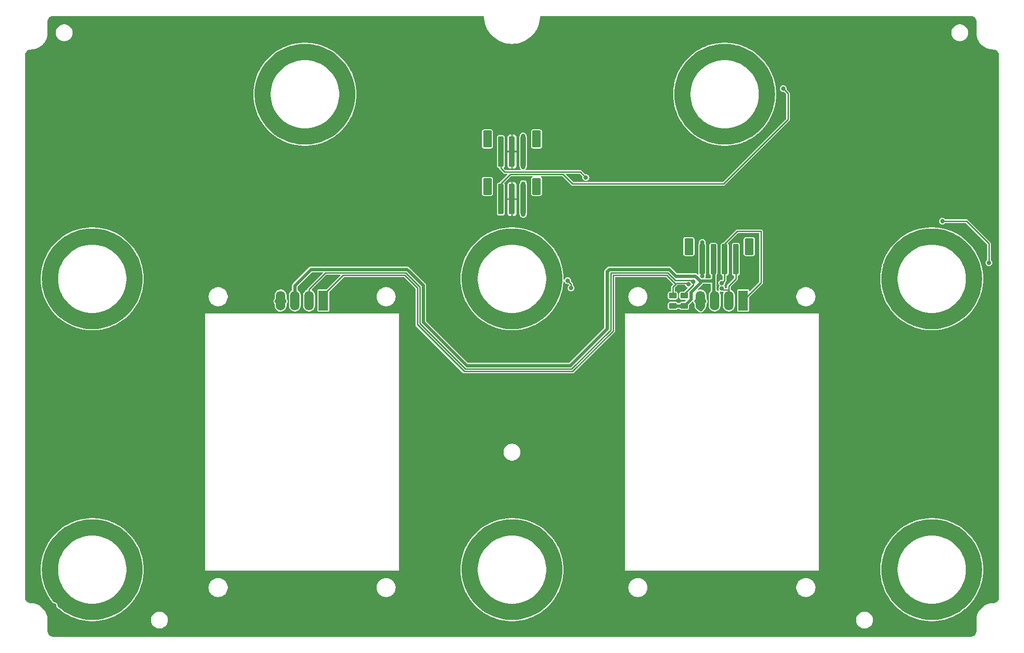
<source format=gbr>
%TF.GenerationSoftware,KiCad,Pcbnew,8.0.4+1*%
%TF.CreationDate,2024-10-16T16:58:29+00:00*%
%TF.ProjectId,pedalboard-display,70656461-6c62-46f6-9172-642d64697370,1.0.0*%
%TF.SameCoordinates,Original*%
%TF.FileFunction,Copper,L2,Bot*%
%TF.FilePolarity,Positive*%
%FSLAX46Y46*%
G04 Gerber Fmt 4.6, Leading zero omitted, Abs format (unit mm)*
G04 Created by KiCad (PCBNEW 8.0.4+1) date 2024-10-16 16:58:29*
%MOMM*%
%LPD*%
G01*
G04 APERTURE LIST*
G04 Aperture macros list*
%AMRoundRect*
0 Rectangle with rounded corners*
0 $1 Rounding radius*
0 $2 $3 $4 $5 $6 $7 $8 $9 X,Y pos of 4 corners*
0 Add a 4 corners polygon primitive as box body*
4,1,4,$2,$3,$4,$5,$6,$7,$8,$9,$2,$3,0*
0 Add four circle primitives for the rounded corners*
1,1,$1+$1,$2,$3*
1,1,$1+$1,$4,$5*
1,1,$1+$1,$6,$7*
1,1,$1+$1,$8,$9*
0 Add four rect primitives between the rounded corners*
20,1,$1+$1,$2,$3,$4,$5,0*
20,1,$1+$1,$4,$5,$6,$7,0*
20,1,$1+$1,$6,$7,$8,$9,0*
20,1,$1+$1,$8,$9,$2,$3,0*%
G04 Aperture macros list end*
%TA.AperFunction,SMDPad,CuDef*%
%ADD10R,1.700000X3.600000*%
%TD*%
%TA.AperFunction,SMDPad,CuDef*%
%ADD11O,1.700000X3.500000*%
%TD*%
%TA.AperFunction,SMDPad,CuDef*%
%ADD12RoundRect,0.250000X0.450000X-0.262500X0.450000X0.262500X-0.450000X0.262500X-0.450000X-0.262500X0*%
%TD*%
%TA.AperFunction,SMDPad,CuDef*%
%ADD13RoundRect,0.250000X0.250000X2.500000X-0.250000X2.500000X-0.250000X-2.500000X0.250000X-2.500000X0*%
%TD*%
%TA.AperFunction,SMDPad,CuDef*%
%ADD14RoundRect,0.250000X0.550000X1.250000X-0.550000X1.250000X-0.550000X-1.250000X0.550000X-1.250000X0*%
%TD*%
%TA.AperFunction,ViaPad*%
%ADD15C,0.800000*%
%TD*%
%TA.AperFunction,Conductor*%
%ADD16C,0.250000*%
%TD*%
%TA.AperFunction,Conductor*%
%ADD17C,0.600000*%
%TD*%
G04 APERTURE END LIST*
D10*
%TO.P,U1,1,SDA*%
%TO.N,/I2C_SDA*%
X73288000Y-75872800D03*
D11*
%TO.P,U1,2,SCL*%
%TO.N,/I2C_SCL*%
X70748000Y-75872800D03*
%TO.P,U1,3,VDD*%
%TO.N,+3.3V*%
X68208000Y-75872800D03*
%TO.P,U1,4,VSS*%
%TO.N,GND*%
X65668000Y-75872800D03*
%TD*%
D10*
%TO.P,U2,1,SDA*%
%TO.N,/I2C_SDA*%
X148288000Y-75872800D03*
D11*
%TO.P,U2,2,SCL*%
%TO.N,/I2C_SCL*%
X145748000Y-75872800D03*
%TO.P,U2,3,VDD*%
%TO.N,+3.3V*%
X143208000Y-75872800D03*
%TO.P,U2,4,VSS*%
%TO.N,GND*%
X140668000Y-75872800D03*
%TD*%
D12*
%TO.P,R3,1*%
%TO.N,+3.3V*%
X135750000Y-76825000D03*
%TO.P,R3,2*%
%TO.N,/I2C_SDA*%
X135750000Y-75000000D03*
%TD*%
%TO.P,R2,1*%
%TO.N,+3.3V*%
X137750000Y-76825000D03*
%TO.P,R2,2*%
%TO.N,/I2C_SCL*%
X137750000Y-75000000D03*
%TD*%
D13*
%TO.P,J3,1,Pin_1*%
%TO.N,/I2C_SCL*%
X147000000Y-68500000D03*
%TO.P,J3,2,Pin_2*%
%TO.N,/I2C_SDA*%
X145000000Y-68500000D03*
%TO.P,J3,3,Pin_3*%
%TO.N,+3.3V*%
X143000000Y-68500000D03*
%TO.P,J3,4,Pin_4*%
%TO.N,GND*%
X141000000Y-68500000D03*
D14*
%TO.P,J3,MP*%
%TO.N,N/C*%
X149400000Y-66250000D03*
X138600000Y-66250000D03*
%TD*%
D13*
%TO.P,J2,1,Pin_1*%
%TO.N,GND*%
X109000000Y-49250000D03*
%TO.P,J2,2,Pin_2*%
%TO.N,VCC*%
X107000000Y-49250000D03*
%TO.P,J2,3,Pin_3*%
%TO.N,Net-(D98-DOUT)*%
X105000000Y-49250000D03*
D14*
%TO.P,J2,MP*%
%TO.N,N/C*%
X111400000Y-47000000D03*
X102600000Y-47000000D03*
%TD*%
D13*
%TO.P,J1,1,Pin_1*%
%TO.N,GND*%
X109000000Y-57750000D03*
%TO.P,J1,2,Pin_2*%
%TO.N,VCC*%
X107000000Y-57750000D03*
%TO.P,J1,3,Pin_3*%
%TO.N,Net-(J1-Pin_3)*%
X105000000Y-57750000D03*
D14*
%TO.P,J1,MP*%
%TO.N,N/C*%
X111400000Y-55500000D03*
X102600000Y-55500000D03*
%TD*%
D15*
%TO.N,VCC*%
X28071797Y-133196152D03*
X79420000Y-42690000D03*
X110928203Y-114803848D03*
X176000000Y-116000000D03*
X108196152Y-133928203D03*
X183196152Y-133928203D03*
X190000000Y-66000000D03*
X40000000Y-66000000D03*
X180803848Y-114071797D03*
X191420000Y-127690000D03*
X116950000Y-122540000D03*
X97071797Y-125196152D03*
X22803848Y-68071797D03*
X188000000Y-79940000D03*
X38000000Y-131940000D03*
X139000000Y-31000000D03*
X178071797Y-81196152D03*
X22071797Y-73196152D03*
X172803848Y-120071797D03*
X41950000Y-122540000D03*
X191950000Y-122540000D03*
X172071797Y-125196152D03*
X60803848Y-35071797D03*
X24000000Y-78000000D03*
X30803848Y-114071797D03*
X116420000Y-127690000D03*
X135071797Y-40196152D03*
X141071797Y-48196152D03*
X110928203Y-62803848D03*
X73928203Y-29803848D03*
X94100000Y-54000000D03*
X113000000Y-131940000D03*
X103071797Y-81196152D03*
X172071797Y-73196152D03*
X40000000Y-118000000D03*
X38000000Y-79940000D03*
X174000000Y-78000000D03*
X97803848Y-120071797D03*
X185928203Y-62803848D03*
X60071797Y-40196152D03*
X99000000Y-78000000D03*
X108196152Y-81928203D03*
X30803848Y-62071797D03*
X146196152Y-48928203D03*
X76000000Y-46940000D03*
X28071797Y-81196152D03*
X97803848Y-68071797D03*
X176000000Y-64000000D03*
X191950000Y-70540000D03*
X115000000Y-118000000D03*
X62000000Y-45000000D03*
X191420000Y-75690000D03*
X101000000Y-64000000D03*
X97071797Y-73196152D03*
X25200013Y-130427329D03*
X148928203Y-29803848D03*
X172803848Y-68071797D03*
X103071797Y-133196152D03*
X22803848Y-120071797D03*
X66071797Y-48196152D03*
X119100000Y-53900000D03*
X68803848Y-29071797D03*
X33196152Y-81928203D03*
X154480000Y-37020000D03*
X35928203Y-62803848D03*
X174000000Y-130000000D03*
X188000000Y-131940000D03*
X101000000Y-116000000D03*
X115000000Y-66000000D03*
X116300000Y-76000000D03*
X190000000Y-118000000D03*
X185928203Y-114803848D03*
X137000000Y-45000000D03*
X151000000Y-46940000D03*
X78000000Y-33000000D03*
X180803848Y-62071797D03*
X64000000Y-31000000D03*
X35928203Y-114803848D03*
X135803848Y-35071797D03*
X71196152Y-48928203D03*
X153000000Y-33000000D03*
X41420000Y-127690000D03*
X79950000Y-37540000D03*
X22071797Y-125196152D03*
X41420000Y-75690000D03*
X154420000Y-42690000D03*
X183196152Y-81928203D03*
X105803848Y-62071797D03*
X143803848Y-29071797D03*
X116950000Y-70540000D03*
X26000000Y-116000000D03*
X178071797Y-133196152D03*
X41950000Y-70540000D03*
X113000000Y-79940000D03*
X33196152Y-133928203D03*
X99000000Y-130000000D03*
X105803848Y-114071797D03*
X26000000Y-64000000D03*
%TO.N,GND*%
X182500000Y-64600000D03*
X34400000Y-63700000D03*
X141000000Y-65500000D03*
X107500000Y-116500000D03*
X65600000Y-77300000D03*
X109000000Y-49250000D03*
X109000000Y-57750000D03*
X109020000Y-60520000D03*
X140700000Y-77400000D03*
X32500000Y-116600000D03*
X141000000Y-71500000D03*
X109030000Y-54960000D03*
X141000000Y-68500000D03*
X109400000Y-63700000D03*
X140000000Y-76000000D03*
X145500000Y-31700000D03*
X32500000Y-64500000D03*
X184400000Y-63700000D03*
X34400000Y-115700000D03*
X173700000Y-69600000D03*
X70500000Y-31500000D03*
X34000000Y-132400000D03*
X184400000Y-115700000D03*
X66300000Y-76000000D03*
X65000000Y-76000000D03*
X107500000Y-64500000D03*
X109400000Y-115700000D03*
X72400000Y-30700000D03*
X182500000Y-116800000D03*
X141300000Y-76000000D03*
X147400000Y-30700000D03*
X108980000Y-46440000D03*
X108990000Y-52020000D03*
%TO.N,Net-(J1-Pin_3)*%
X155460000Y-38000000D03*
%TO.N,/Led Ring B/D_IN*%
X192200421Y-69130000D03*
X183900000Y-61700000D03*
%TO.N,/Led Ring B/D_OUT*%
X116950001Y-72323356D03*
X117561796Y-73656662D03*
%TO.N,Net-(D98-DOUT)*%
X120200000Y-53878445D03*
%TO.N,/I2C_SDA*%
X138500000Y-72964638D03*
X144500000Y-72750000D03*
%TO.N,/I2C_SCL*%
X139373410Y-72520161D03*
X144503556Y-73743466D03*
%TD*%
D16*
%TO.N,GND*%
X108990000Y-52020000D02*
X109000000Y-52010000D01*
X109000000Y-52010000D02*
X109000000Y-49250000D01*
X141000000Y-68500000D02*
X141000000Y-65500000D01*
X141372800Y-75872800D02*
X141400000Y-75900000D01*
X141000000Y-68500000D02*
X141000000Y-71500000D01*
X140668000Y-75872800D02*
X140668000Y-77668000D01*
%TO.N,Net-(J1-Pin_3)*%
X156300000Y-38840000D02*
X156300000Y-43500000D01*
X144800000Y-55000000D02*
X117800000Y-55000000D01*
X116130000Y-53330000D02*
X106670000Y-53330000D01*
X117800000Y-55000000D02*
X116130000Y-53330000D01*
X105000000Y-55000000D02*
X105000000Y-57750000D01*
X155460000Y-38000000D02*
X156300000Y-38840000D01*
X106670000Y-53330000D02*
X105000000Y-55000000D01*
X156300000Y-43500000D02*
X144800000Y-55000000D01*
%TO.N,/Led Ring B/D_IN*%
X192200421Y-65700421D02*
X188200000Y-61700000D01*
X188200000Y-61700000D02*
X183900000Y-61700000D01*
X192200421Y-69130000D02*
X192200421Y-65700421D01*
%TO.N,/Led Ring B/D_OUT*%
X117561796Y-73656662D02*
X117561796Y-72935151D01*
X117561796Y-72935151D02*
X116950001Y-72323356D01*
%TO.N,Net-(D98-DOUT)*%
X105000000Y-52200000D02*
X105000000Y-49250000D01*
X105700000Y-52900000D02*
X105000000Y-52200000D01*
X119221555Y-52900000D02*
X105700000Y-52900000D01*
X120200000Y-53878445D02*
X119221555Y-52900000D01*
D17*
%TO.N,+3.3V*%
X68208000Y-73167000D02*
X71075000Y-70300000D01*
X135078482Y-70300000D02*
X136278482Y-71500000D01*
X91125000Y-73163004D02*
X91125000Y-79733004D01*
X135750000Y-76825000D02*
X137750000Y-76825000D01*
X137750000Y-76825000D02*
X138950000Y-75625000D01*
X143000000Y-68500000D02*
X143000000Y-72000000D01*
X138950000Y-75625000D02*
X138950000Y-74401492D01*
X143000000Y-72000000D02*
X143000000Y-75664800D01*
X140627207Y-72724285D02*
X140627207Y-72400000D01*
X88261996Y-70300000D02*
X91125000Y-73163004D01*
X71075000Y-70300000D02*
X88261996Y-70300000D01*
X138950000Y-74401492D02*
X140627207Y-72724285D01*
X140627207Y-72400000D02*
X142600000Y-72400000D01*
X124000000Y-70666117D02*
X124366117Y-70300000D01*
X68208000Y-75872800D02*
X68208000Y-73167000D01*
X91125000Y-79733004D02*
X98891996Y-87500000D01*
X136278482Y-71500000D02*
X139727207Y-71500000D01*
X139727207Y-71500000D02*
X140627207Y-72400000D01*
X142600000Y-72400000D02*
X143000000Y-72000000D01*
X124000000Y-80900000D02*
X124000000Y-70666117D01*
X98891996Y-87500000D02*
X117400000Y-87500000D01*
X117400000Y-87500000D02*
X124000000Y-80900000D01*
X124366117Y-70300000D02*
X135078482Y-70300000D01*
D16*
%TO.N,/I2C_SDA*%
X90070000Y-80170000D02*
X90070000Y-73600000D01*
X136251124Y-72964638D02*
X135750000Y-73465762D01*
X134641486Y-71355000D02*
X125055000Y-71355000D01*
X136251124Y-72964638D02*
X134641486Y-71355000D01*
X135750000Y-73465762D02*
X135750000Y-75000000D01*
X145000000Y-72250000D02*
X145000000Y-68500000D01*
X125055000Y-81336996D02*
X117836996Y-88555000D01*
X145000000Y-65750000D02*
X147250000Y-63500000D01*
X147250000Y-63500000D02*
X151500000Y-63500000D01*
X90070000Y-73600000D02*
X87825000Y-71355000D01*
X98455000Y-88555000D02*
X90070000Y-80170000D01*
X125055000Y-71355000D02*
X125055000Y-81336996D01*
X145000000Y-68500000D02*
X145000000Y-65750000D01*
X138500000Y-72964638D02*
X138285362Y-72750000D01*
X117836996Y-88555000D02*
X98455000Y-88555000D01*
X87825000Y-71355000D02*
X76855800Y-71355000D01*
X136465762Y-72750000D02*
X136251124Y-72964638D01*
X148288000Y-75872800D02*
X151500000Y-72660800D01*
X144500000Y-72750000D02*
X145000000Y-72250000D01*
X151500000Y-63500000D02*
X151500000Y-72660800D01*
X138285362Y-72750000D02*
X136465762Y-72750000D01*
X76855800Y-71355000D02*
X73288000Y-74922800D01*
%TO.N,/I2C_SCL*%
X88003112Y-70925000D02*
X73700000Y-70925000D01*
X134819598Y-70925000D02*
X124625000Y-70925000D01*
X136154236Y-72259638D02*
X134819598Y-70925000D01*
X117658884Y-88125000D02*
X98633112Y-88125000D01*
X145748000Y-73252000D02*
X145748000Y-74000000D01*
X124625000Y-81158884D02*
X117658884Y-88125000D01*
X139373410Y-73088249D02*
X137750000Y-74711659D01*
X139373410Y-72520161D02*
X139112887Y-72259638D01*
X144503556Y-73743466D02*
X144760090Y-74000000D01*
X70748000Y-73877000D02*
X70748000Y-75872800D01*
X98633112Y-88125000D02*
X90500000Y-79991888D01*
X147000000Y-68500000D02*
X147000000Y-72000000D01*
X139112887Y-72259638D02*
X136154236Y-72259638D01*
X137750000Y-74711659D02*
X137750000Y-75000000D01*
X144760090Y-74000000D02*
X145748000Y-74000000D01*
X73700000Y-70925000D02*
X70748000Y-73877000D01*
X145748000Y-74000000D02*
X145748000Y-75872800D01*
X139373410Y-72520161D02*
X139373410Y-73088249D01*
X124625000Y-70925000D02*
X124625000Y-81158884D01*
X90500000Y-79991888D02*
X90500000Y-73421888D01*
X90500000Y-73421888D02*
X88003112Y-70925000D01*
X147000000Y-72000000D02*
X145748000Y-73252000D01*
%TD*%
%TA.AperFunction,Conductor*%
%TO.N,GND*%
G36*
X182304872Y-63005302D02*
G01*
X182896728Y-63044923D01*
X182904952Y-63045750D01*
X183492886Y-63124819D01*
X183501011Y-63126190D01*
X184055333Y-63238861D01*
X184082317Y-63244346D01*
X184090380Y-63246267D01*
X184662489Y-63402984D01*
X184670381Y-63405432D01*
X185230761Y-63600017D01*
X185238471Y-63602986D01*
X185784611Y-63834570D01*
X185792122Y-63838056D01*
X186321524Y-64105575D01*
X186328792Y-64109557D01*
X186839180Y-64411861D01*
X186846164Y-64416320D01*
X187335213Y-64752032D01*
X187341859Y-64756929D01*
X187807397Y-65124560D01*
X187813725Y-65129910D01*
X188253655Y-65527804D01*
X188259612Y-65533565D01*
X188671984Y-65959954D01*
X188677543Y-65966100D01*
X189060518Y-66419086D01*
X189065654Y-66425590D01*
X189372650Y-66842248D01*
X189417514Y-66903137D01*
X189422204Y-66909969D01*
X189741384Y-67409956D01*
X189745601Y-67417076D01*
X189940471Y-67772667D01*
X190030680Y-67937277D01*
X190034417Y-67944673D01*
X190284103Y-68482736D01*
X190287338Y-68490365D01*
X190500529Y-69043900D01*
X190503248Y-69051729D01*
X190678995Y-69618284D01*
X190681184Y-69626276D01*
X190818692Y-70203288D01*
X190820343Y-70211409D01*
X190919008Y-70796336D01*
X190920112Y-70804549D01*
X190979486Y-71394734D01*
X190980040Y-71403003D01*
X190999861Y-71995857D01*
X190999861Y-72004143D01*
X190980040Y-72596996D01*
X190979486Y-72605265D01*
X190920112Y-73195450D01*
X190919008Y-73203663D01*
X190820343Y-73788590D01*
X190818692Y-73796711D01*
X190681184Y-74373723D01*
X190678995Y-74381715D01*
X190503248Y-74948270D01*
X190500529Y-74956099D01*
X190287338Y-75509634D01*
X190284103Y-75517263D01*
X190034417Y-76055326D01*
X190030680Y-76062722D01*
X189745607Y-76582913D01*
X189741384Y-76590043D01*
X189422204Y-77090030D01*
X189417514Y-77096862D01*
X189065654Y-77574409D01*
X189060518Y-77580913D01*
X188677543Y-78033899D01*
X188671984Y-78040045D01*
X188259612Y-78466434D01*
X188253655Y-78472195D01*
X187813725Y-78870089D01*
X187807397Y-78875439D01*
X187341872Y-79243060D01*
X187335200Y-79247976D01*
X186846164Y-79583679D01*
X186839180Y-79588138D01*
X186328792Y-79890442D01*
X186321524Y-79894424D01*
X185792122Y-80161943D01*
X185784605Y-80165432D01*
X185238482Y-80397008D01*
X185230749Y-80399986D01*
X184670392Y-80594563D01*
X184662477Y-80597018D01*
X184090378Y-80753732D01*
X184082317Y-80755653D01*
X183501037Y-80873804D01*
X183492865Y-80875183D01*
X182904960Y-80954248D01*
X182896715Y-80955077D01*
X182304873Y-80994697D01*
X182296591Y-80994974D01*
X181703409Y-80994974D01*
X181695127Y-80994697D01*
X181103284Y-80955077D01*
X181095039Y-80954248D01*
X180507134Y-80875183D01*
X180498962Y-80873804D01*
X179917682Y-80755653D01*
X179909621Y-80753732D01*
X179337522Y-80597018D01*
X179329607Y-80594563D01*
X178769250Y-80399986D01*
X178761517Y-80397008D01*
X178215394Y-80165432D01*
X178207877Y-80161943D01*
X177678475Y-79894424D01*
X177671207Y-79890442D01*
X177160819Y-79588138D01*
X177153835Y-79583679D01*
X176857737Y-79380420D01*
X176664791Y-79247970D01*
X176658135Y-79243066D01*
X176192599Y-78875436D01*
X176186274Y-78870089D01*
X175746344Y-78472195D01*
X175740387Y-78466434D01*
X175328015Y-78040045D01*
X175322456Y-78033899D01*
X174939481Y-77580913D01*
X174934345Y-77574409D01*
X174808396Y-77403470D01*
X174582478Y-77096852D01*
X174577802Y-77090040D01*
X174258604Y-76590024D01*
X174254403Y-76582932D01*
X173969308Y-76062702D01*
X173965592Y-76055346D01*
X173715896Y-75517263D01*
X173712661Y-75509634D01*
X173666113Y-75388775D01*
X173499466Y-74956087D01*
X173496751Y-74948270D01*
X173321004Y-74381715D01*
X173318815Y-74373723D01*
X173181307Y-73796711D01*
X173179656Y-73788590D01*
X173080991Y-73203663D01*
X173079887Y-73195450D01*
X173033623Y-72735577D01*
X173020511Y-72605247D01*
X173019960Y-72597015D01*
X173000138Y-72004127D01*
X173000138Y-71995872D01*
X173008216Y-71754268D01*
X175902474Y-71754268D01*
X175902474Y-72245731D01*
X175942018Y-72735577D01*
X176020847Y-73220630D01*
X176020850Y-73220642D01*
X176138459Y-73697804D01*
X176138463Y-73697819D01*
X176294079Y-74163950D01*
X176294090Y-74163978D01*
X176386859Y-74381715D01*
X176486716Y-74616086D01*
X176715101Y-75051238D01*
X176977761Y-75466601D01*
X177109818Y-75642337D01*
X177272987Y-75859477D01*
X177272990Y-75859480D01*
X177598872Y-76227325D01*
X177598877Y-76227330D01*
X177953305Y-76567764D01*
X177953311Y-76567770D01*
X178333973Y-76878571D01*
X178333979Y-76878575D01*
X178333985Y-76878580D01*
X178513033Y-77002168D01*
X178738425Y-77157746D01*
X178738429Y-77157748D01*
X178738435Y-77157752D01*
X179164038Y-77403474D01*
X179608033Y-77614152D01*
X179849401Y-77705690D01*
X180067534Y-77788418D01*
X180067541Y-77788420D01*
X180539582Y-77925149D01*
X181021089Y-78023449D01*
X181021093Y-78023449D01*
X181021094Y-78023450D01*
X181508955Y-78082687D01*
X181508970Y-78082687D01*
X181508975Y-78082688D01*
X181999989Y-78102476D01*
X182000000Y-78102476D01*
X182000011Y-78102476D01*
X182491024Y-78082688D01*
X182491027Y-78082687D01*
X182491045Y-78082687D01*
X182978906Y-78023450D01*
X183460418Y-77925149D01*
X183932459Y-77788420D01*
X183932461Y-77788418D01*
X183932465Y-77788418D01*
X184024248Y-77753609D01*
X184391967Y-77614152D01*
X184835962Y-77403474D01*
X185261565Y-77157752D01*
X185666015Y-76878580D01*
X186046690Y-76567769D01*
X186401120Y-76227333D01*
X186727008Y-75859482D01*
X187022239Y-75466601D01*
X187284899Y-75051238D01*
X187513284Y-74616086D01*
X187705914Y-74163968D01*
X187861538Y-73697815D01*
X187979148Y-73220652D01*
X188057982Y-72735572D01*
X188097526Y-72245722D01*
X188100000Y-72000000D01*
X188097526Y-71754278D01*
X188057982Y-71264428D01*
X187983244Y-70804549D01*
X187979152Y-70779369D01*
X187979149Y-70779357D01*
X187979148Y-70779348D01*
X187861538Y-70302185D01*
X187705914Y-69836032D01*
X187513284Y-69383914D01*
X187284899Y-68948762D01*
X187022239Y-68533399D01*
X186857546Y-68314233D01*
X186727012Y-68140522D01*
X186727009Y-68140519D01*
X186401127Y-67772674D01*
X186401122Y-67772669D01*
X186046694Y-67432235D01*
X186046688Y-67432229D01*
X185666026Y-67121428D01*
X185666018Y-67121422D01*
X185666015Y-67121420D01*
X185564322Y-67051226D01*
X185261574Y-66842253D01*
X185261568Y-66842250D01*
X184835968Y-66596529D01*
X184391972Y-66385850D01*
X183932465Y-66211581D01*
X183460424Y-66074852D01*
X182978909Y-65976550D01*
X182978913Y-65976550D01*
X182552027Y-65924717D01*
X182491045Y-65917313D01*
X182491043Y-65917312D01*
X182491028Y-65917311D01*
X182000010Y-65897525D01*
X181999990Y-65897525D01*
X181508971Y-65917311D01*
X181508955Y-65917313D01*
X181021088Y-65976550D01*
X180539575Y-66074852D01*
X180067534Y-66211581D01*
X179608027Y-66385850D01*
X179164031Y-66596529D01*
X178738431Y-66842250D01*
X178738425Y-66842253D01*
X178333973Y-67121428D01*
X177953311Y-67432229D01*
X177953305Y-67432235D01*
X177598877Y-67772669D01*
X177598872Y-67772674D01*
X177272990Y-68140519D01*
X177272987Y-68140522D01*
X176977759Y-68533402D01*
X176977757Y-68533404D01*
X176715099Y-68948765D01*
X176486712Y-69383922D01*
X176486710Y-69383926D01*
X176294090Y-69836021D01*
X176294079Y-69836049D01*
X176138463Y-70302180D01*
X176138459Y-70302195D01*
X176020850Y-70779357D01*
X176020847Y-70779369D01*
X175942018Y-71264422D01*
X175902474Y-71754268D01*
X173008216Y-71754268D01*
X173019960Y-71402982D01*
X173020511Y-71394754D01*
X173079888Y-70804539D01*
X173080991Y-70796336D01*
X173164343Y-70302195D01*
X173179657Y-70211400D01*
X173181307Y-70203288D01*
X173318815Y-69626276D01*
X173321004Y-69618284D01*
X173393704Y-69383922D01*
X173496758Y-69051708D01*
X173499462Y-69043921D01*
X173712663Y-68490358D01*
X173715896Y-68482736D01*
X173965598Y-67944640D01*
X173969302Y-67937309D01*
X174254410Y-67417054D01*
X174258595Y-67409988D01*
X174577811Y-66909945D01*
X174582468Y-66903160D01*
X174934357Y-66425574D01*
X174939469Y-66419100D01*
X175322469Y-65966085D01*
X175328001Y-65959968D01*
X175740400Y-65533551D01*
X175746329Y-65527818D01*
X176186293Y-65129893D01*
X176192581Y-65124577D01*
X176658154Y-64756918D01*
X176664771Y-64752042D01*
X177153844Y-64416314D01*
X177160810Y-64411866D01*
X177671225Y-64109546D01*
X177678457Y-64105584D01*
X178207895Y-63838047D01*
X178215376Y-63834575D01*
X178761538Y-63602982D01*
X178769228Y-63600021D01*
X179329626Y-63405429D01*
X179337501Y-63402987D01*
X179909625Y-63246265D01*
X179917677Y-63244347D01*
X180498993Y-63126189D01*
X180507108Y-63124820D01*
X181095050Y-63045749D01*
X181103268Y-63044923D01*
X181695127Y-63005302D01*
X181703409Y-63005026D01*
X182296591Y-63005026D01*
X182304872Y-63005302D01*
G37*
%TD.AperFunction*%
%TD*%
%TA.AperFunction,Conductor*%
%TO.N,GND*%
G36*
X145304872Y-30005302D02*
G01*
X145896728Y-30044923D01*
X145904952Y-30045750D01*
X146492886Y-30124819D01*
X146501011Y-30126190D01*
X147055333Y-30238861D01*
X147082317Y-30244346D01*
X147090380Y-30246267D01*
X147662489Y-30402984D01*
X147670381Y-30405432D01*
X148230761Y-30600017D01*
X148238471Y-30602986D01*
X148784611Y-30834570D01*
X148792122Y-30838056D01*
X149321524Y-31105575D01*
X149328792Y-31109557D01*
X149839180Y-31411861D01*
X149846164Y-31416320D01*
X150335213Y-31752032D01*
X150341859Y-31756929D01*
X150807397Y-32124560D01*
X150813725Y-32129910D01*
X151253655Y-32527804D01*
X151259612Y-32533565D01*
X151671984Y-32959954D01*
X151677543Y-32966100D01*
X152060518Y-33419086D01*
X152065654Y-33425590D01*
X152372650Y-33842248D01*
X152417514Y-33903137D01*
X152422204Y-33909969D01*
X152741384Y-34409956D01*
X152745601Y-34417076D01*
X152940471Y-34772667D01*
X153030680Y-34937277D01*
X153034417Y-34944673D01*
X153284103Y-35482736D01*
X153287338Y-35490365D01*
X153500529Y-36043900D01*
X153503248Y-36051729D01*
X153678995Y-36618284D01*
X153681184Y-36626276D01*
X153818692Y-37203288D01*
X153820343Y-37211409D01*
X153919008Y-37796336D01*
X153920112Y-37804549D01*
X153979486Y-38394734D01*
X153980040Y-38403003D01*
X153999861Y-38995857D01*
X153999861Y-39004143D01*
X153980040Y-39596996D01*
X153979486Y-39605265D01*
X153920112Y-40195450D01*
X153919008Y-40203663D01*
X153820343Y-40788590D01*
X153818692Y-40796711D01*
X153681184Y-41373723D01*
X153678995Y-41381715D01*
X153503248Y-41948270D01*
X153500529Y-41956099D01*
X153287338Y-42509634D01*
X153284103Y-42517263D01*
X153034417Y-43055326D01*
X153030680Y-43062722D01*
X152745607Y-43582913D01*
X152741384Y-43590043D01*
X152422204Y-44090030D01*
X152417514Y-44096862D01*
X152065654Y-44574409D01*
X152060518Y-44580913D01*
X151677543Y-45033899D01*
X151671984Y-45040045D01*
X151259612Y-45466434D01*
X151253655Y-45472195D01*
X150813725Y-45870089D01*
X150807397Y-45875439D01*
X150341872Y-46243060D01*
X150335200Y-46247976D01*
X149846164Y-46583679D01*
X149839180Y-46588138D01*
X149328792Y-46890442D01*
X149321524Y-46894424D01*
X148792122Y-47161943D01*
X148784605Y-47165432D01*
X148238482Y-47397008D01*
X148230749Y-47399986D01*
X147670392Y-47594563D01*
X147662477Y-47597018D01*
X147090378Y-47753732D01*
X147082317Y-47755653D01*
X146501037Y-47873804D01*
X146492865Y-47875183D01*
X145904960Y-47954248D01*
X145896715Y-47955077D01*
X145304873Y-47994697D01*
X145296591Y-47994974D01*
X144703409Y-47994974D01*
X144695127Y-47994697D01*
X144103284Y-47955077D01*
X144095039Y-47954248D01*
X143507134Y-47875183D01*
X143498962Y-47873804D01*
X142917682Y-47755653D01*
X142909621Y-47753732D01*
X142337522Y-47597018D01*
X142329607Y-47594563D01*
X141769250Y-47399986D01*
X141761517Y-47397008D01*
X141215394Y-47165432D01*
X141207877Y-47161943D01*
X140678475Y-46894424D01*
X140671207Y-46890442D01*
X140160819Y-46588138D01*
X140153835Y-46583679D01*
X139857737Y-46380420D01*
X139664791Y-46247970D01*
X139658135Y-46243066D01*
X139192599Y-45875436D01*
X139186274Y-45870089D01*
X138746344Y-45472195D01*
X138740387Y-45466434D01*
X138328015Y-45040045D01*
X138322456Y-45033899D01*
X137939481Y-44580913D01*
X137934345Y-44574409D01*
X137808396Y-44403470D01*
X137582478Y-44096852D01*
X137577802Y-44090040D01*
X137258604Y-43590024D01*
X137254403Y-43582932D01*
X136969308Y-43062702D01*
X136965592Y-43055346D01*
X136715896Y-42517263D01*
X136712661Y-42509634D01*
X136666113Y-42388775D01*
X136499466Y-41956087D01*
X136496751Y-41948270D01*
X136321004Y-41381715D01*
X136318815Y-41373723D01*
X136181307Y-40796711D01*
X136179656Y-40788590D01*
X136080991Y-40203663D01*
X136079887Y-40195450D01*
X136033623Y-39735577D01*
X136020511Y-39605247D01*
X136019960Y-39597015D01*
X136000138Y-39004127D01*
X136000138Y-38995872D01*
X136008216Y-38754268D01*
X138902474Y-38754268D01*
X138902474Y-39245731D01*
X138942018Y-39735577D01*
X139020847Y-40220630D01*
X139020850Y-40220642D01*
X139138459Y-40697804D01*
X139138463Y-40697819D01*
X139294079Y-41163950D01*
X139294090Y-41163978D01*
X139386859Y-41381715D01*
X139486716Y-41616086D01*
X139715101Y-42051238D01*
X139977761Y-42466601D01*
X140109818Y-42642337D01*
X140272987Y-42859477D01*
X140272990Y-42859480D01*
X140598872Y-43227325D01*
X140598877Y-43227330D01*
X140953305Y-43567764D01*
X140953311Y-43567770D01*
X141333973Y-43878571D01*
X141333979Y-43878575D01*
X141333985Y-43878580D01*
X141513033Y-44002168D01*
X141738425Y-44157746D01*
X141738429Y-44157748D01*
X141738435Y-44157752D01*
X142164038Y-44403474D01*
X142608033Y-44614152D01*
X142849401Y-44705690D01*
X143067534Y-44788418D01*
X143067541Y-44788420D01*
X143539582Y-44925149D01*
X144021089Y-45023449D01*
X144021093Y-45023449D01*
X144021094Y-45023450D01*
X144508955Y-45082687D01*
X144508970Y-45082687D01*
X144508975Y-45082688D01*
X144999989Y-45102476D01*
X145000000Y-45102476D01*
X145000011Y-45102476D01*
X145491024Y-45082688D01*
X145491027Y-45082687D01*
X145491045Y-45082687D01*
X145978906Y-45023450D01*
X146460418Y-44925149D01*
X146932459Y-44788420D01*
X146932461Y-44788418D01*
X146932465Y-44788418D01*
X147024248Y-44753609D01*
X147391967Y-44614152D01*
X147835962Y-44403474D01*
X148261565Y-44157752D01*
X148666015Y-43878580D01*
X149046690Y-43567769D01*
X149401120Y-43227333D01*
X149727008Y-42859482D01*
X150022239Y-42466601D01*
X150284899Y-42051238D01*
X150513284Y-41616086D01*
X150705914Y-41163968D01*
X150861538Y-40697815D01*
X150979148Y-40220652D01*
X151057982Y-39735572D01*
X151097526Y-39245722D01*
X151100000Y-39000000D01*
X151097526Y-38754278D01*
X151057982Y-38264428D01*
X150983244Y-37804549D01*
X150979152Y-37779369D01*
X150979149Y-37779357D01*
X150979148Y-37779348D01*
X150861538Y-37302185D01*
X150705914Y-36836032D01*
X150513284Y-36383914D01*
X150284899Y-35948762D01*
X150022239Y-35533399D01*
X149857546Y-35314233D01*
X149727012Y-35140522D01*
X149727009Y-35140519D01*
X149401127Y-34772674D01*
X149401122Y-34772669D01*
X149046694Y-34432235D01*
X149046688Y-34432229D01*
X148666026Y-34121428D01*
X148666018Y-34121422D01*
X148666015Y-34121420D01*
X148564322Y-34051226D01*
X148261574Y-33842253D01*
X148261568Y-33842250D01*
X147835968Y-33596529D01*
X147391972Y-33385850D01*
X146932465Y-33211581D01*
X146460424Y-33074852D01*
X145978909Y-32976550D01*
X145978913Y-32976550D01*
X145552027Y-32924717D01*
X145491045Y-32917313D01*
X145491043Y-32917312D01*
X145491028Y-32917311D01*
X145000010Y-32897525D01*
X144999990Y-32897525D01*
X144508971Y-32917311D01*
X144508955Y-32917313D01*
X144021088Y-32976550D01*
X143539575Y-33074852D01*
X143067534Y-33211581D01*
X142608027Y-33385850D01*
X142164031Y-33596529D01*
X141738431Y-33842250D01*
X141738425Y-33842253D01*
X141333973Y-34121428D01*
X140953311Y-34432229D01*
X140953305Y-34432235D01*
X140598877Y-34772669D01*
X140598872Y-34772674D01*
X140272990Y-35140519D01*
X140272987Y-35140522D01*
X139977759Y-35533402D01*
X139977757Y-35533404D01*
X139715099Y-35948765D01*
X139486712Y-36383922D01*
X139486710Y-36383926D01*
X139294090Y-36836021D01*
X139294079Y-36836049D01*
X139138463Y-37302180D01*
X139138459Y-37302195D01*
X139020850Y-37779357D01*
X139020847Y-37779369D01*
X138942018Y-38264422D01*
X138902474Y-38754268D01*
X136008216Y-38754268D01*
X136019960Y-38402982D01*
X136020511Y-38394754D01*
X136079888Y-37804539D01*
X136080991Y-37796336D01*
X136164343Y-37302195D01*
X136179657Y-37211400D01*
X136181307Y-37203288D01*
X136318815Y-36626276D01*
X136321004Y-36618284D01*
X136393704Y-36383922D01*
X136496758Y-36051708D01*
X136499462Y-36043921D01*
X136712663Y-35490358D01*
X136715896Y-35482736D01*
X136965598Y-34944640D01*
X136969302Y-34937309D01*
X137254410Y-34417054D01*
X137258595Y-34409988D01*
X137577811Y-33909945D01*
X137582468Y-33903160D01*
X137934357Y-33425574D01*
X137939469Y-33419100D01*
X138322469Y-32966085D01*
X138328001Y-32959968D01*
X138740400Y-32533551D01*
X138746329Y-32527818D01*
X139186293Y-32129893D01*
X139192581Y-32124577D01*
X139658154Y-31756918D01*
X139664771Y-31752042D01*
X140153844Y-31416314D01*
X140160810Y-31411866D01*
X140671225Y-31109546D01*
X140678457Y-31105584D01*
X141207895Y-30838047D01*
X141215376Y-30834575D01*
X141761538Y-30602982D01*
X141769228Y-30600021D01*
X142329626Y-30405429D01*
X142337501Y-30402987D01*
X142909625Y-30246265D01*
X142917677Y-30244347D01*
X143498993Y-30126189D01*
X143507108Y-30124820D01*
X144095050Y-30045749D01*
X144103268Y-30044923D01*
X144695127Y-30005302D01*
X144703409Y-30005026D01*
X145296591Y-30005026D01*
X145304872Y-30005302D01*
G37*
%TD.AperFunction*%
%TD*%
%TA.AperFunction,Conductor*%
%TO.N,VCC*%
G36*
X101960295Y-25018907D02*
G01*
X101996259Y-25068407D01*
X102001097Y-25097888D01*
X102001300Y-25115945D01*
X102002517Y-25224449D01*
X102042752Y-25671492D01*
X102042756Y-25671519D01*
X102051296Y-25718576D01*
X102102367Y-26000000D01*
X102122903Y-26113158D01*
X102122906Y-26113174D01*
X102242322Y-26545868D01*
X102400040Y-26966108D01*
X102594807Y-27370545D01*
X102825026Y-27755866D01*
X102825028Y-27755868D01*
X102825031Y-27755873D01*
X103002413Y-28000019D01*
X103088876Y-28119025D01*
X103384202Y-28457053D01*
X103384204Y-28457055D01*
X103708648Y-28767255D01*
X103708652Y-28767258D01*
X103708655Y-28767261D01*
X103708659Y-28767265D01*
X104059580Y-29047114D01*
X104059593Y-29047124D01*
X104434211Y-29294407D01*
X104829488Y-29507115D01*
X105242240Y-29683534D01*
X105669145Y-29822243D01*
X106106766Y-29922127D01*
X106106776Y-29922128D01*
X106106779Y-29922129D01*
X106179693Y-29932005D01*
X106551578Y-29982381D01*
X106551587Y-29982381D01*
X106551589Y-29982382D01*
X106999993Y-30002520D01*
X107000000Y-30002520D01*
X107000007Y-30002520D01*
X107448410Y-29982382D01*
X107448411Y-29982381D01*
X107448422Y-29982381D01*
X107861627Y-29926408D01*
X107893220Y-29922129D01*
X107893220Y-29922128D01*
X107893234Y-29922127D01*
X108330855Y-29822243D01*
X108757760Y-29683534D01*
X109170512Y-29507115D01*
X109565789Y-29294407D01*
X109940407Y-29047124D01*
X110211213Y-28831164D01*
X110291340Y-28767265D01*
X110291344Y-28767261D01*
X110291352Y-28767255D01*
X110615796Y-28457055D01*
X110911128Y-28119020D01*
X111083402Y-27881904D01*
X185499500Y-27881904D01*
X185499500Y-28118095D01*
X185536445Y-28351363D01*
X185609432Y-28575992D01*
X185706886Y-28767258D01*
X185716657Y-28786433D01*
X185855483Y-28977510D01*
X186022490Y-29144517D01*
X186213567Y-29283343D01*
X186424008Y-29390568D01*
X186648632Y-29463553D01*
X186648633Y-29463553D01*
X186648636Y-29463554D01*
X186881905Y-29500500D01*
X186881908Y-29500500D01*
X187118095Y-29500500D01*
X187351363Y-29463554D01*
X187351364Y-29463553D01*
X187351368Y-29463553D01*
X187575992Y-29390568D01*
X187786433Y-29283343D01*
X187977510Y-29144517D01*
X188144517Y-28977510D01*
X188283343Y-28786433D01*
X188390568Y-28575992D01*
X188463553Y-28351368D01*
X188463554Y-28351363D01*
X188500500Y-28118095D01*
X188500500Y-27881904D01*
X188463554Y-27648636D01*
X188463553Y-27648632D01*
X188390568Y-27424008D01*
X188283343Y-27213567D01*
X188144517Y-27022490D01*
X187977510Y-26855483D01*
X187786433Y-26716657D01*
X187786432Y-26716656D01*
X187786430Y-26716655D01*
X187575992Y-26609432D01*
X187351363Y-26536445D01*
X187118095Y-26499500D01*
X187118092Y-26499500D01*
X186881908Y-26499500D01*
X186881905Y-26499500D01*
X186648636Y-26536445D01*
X186424007Y-26609432D01*
X186213569Y-26716655D01*
X186022491Y-26855482D01*
X185855482Y-27022491D01*
X185716655Y-27213569D01*
X185609432Y-27424007D01*
X185536445Y-27648636D01*
X185499500Y-27881904D01*
X111083402Y-27881904D01*
X111174969Y-27755873D01*
X111405197Y-27370537D01*
X111599956Y-26966116D01*
X111757679Y-26545864D01*
X111877096Y-26113165D01*
X111957246Y-25671505D01*
X111997483Y-25224437D01*
X111998902Y-25097889D01*
X112018461Y-25039915D01*
X112068361Y-25004508D01*
X112097896Y-25000000D01*
X188998800Y-25000000D01*
X189001224Y-25000030D01*
X189027839Y-25000682D01*
X189089724Y-25002198D01*
X189106613Y-25004070D01*
X189163581Y-25015401D01*
X189281428Y-25038842D01*
X189299989Y-25044473D01*
X189463530Y-25112214D01*
X189480643Y-25121361D01*
X189627818Y-25219700D01*
X189642821Y-25232012D01*
X189767987Y-25357178D01*
X189780299Y-25372181D01*
X189878638Y-25519356D01*
X189887786Y-25536471D01*
X189955524Y-25700003D01*
X189961158Y-25718576D01*
X189995929Y-25893386D01*
X189997801Y-25910273D01*
X189999970Y-25998774D01*
X190000000Y-26001200D01*
X190000000Y-28000019D01*
X190002359Y-28168335D01*
X190002360Y-28168348D01*
X190040056Y-28502913D01*
X190114977Y-28831164D01*
X190226177Y-29148953D01*
X190226178Y-29148956D01*
X190372259Y-29452298D01*
X190551392Y-29737385D01*
X190551394Y-29737388D01*
X190761301Y-30000604D01*
X190761307Y-30000610D01*
X190761311Y-30000615D01*
X190999385Y-30238689D01*
X190999389Y-30238692D01*
X190999395Y-30238698D01*
X191262611Y-30448605D01*
X191262615Y-30448607D01*
X191262618Y-30448610D01*
X191424252Y-30550171D01*
X191547701Y-30627740D01*
X191830910Y-30764125D01*
X191851045Y-30773822D01*
X191999395Y-30825732D01*
X192168835Y-30885022D01*
X192168838Y-30885022D01*
X192168839Y-30885023D01*
X192497085Y-30959943D01*
X192831656Y-30997640D01*
X192999626Y-30999994D01*
X193000375Y-31000009D01*
X193089725Y-31002198D01*
X193106613Y-31004070D01*
X193163581Y-31015401D01*
X193281428Y-31038842D01*
X193299989Y-31044473D01*
X193463530Y-31112214D01*
X193480643Y-31121361D01*
X193627818Y-31219700D01*
X193642821Y-31232012D01*
X193767987Y-31357178D01*
X193780299Y-31372181D01*
X193878638Y-31519356D01*
X193887786Y-31536471D01*
X193955524Y-31700003D01*
X193961158Y-31718576D01*
X193995929Y-31893386D01*
X193997801Y-31910273D01*
X193999970Y-31998774D01*
X194000000Y-32001200D01*
X194000000Y-128998799D01*
X193999970Y-129001225D01*
X193997801Y-129089726D01*
X193995929Y-129106613D01*
X193961158Y-129281423D01*
X193955524Y-129299996D01*
X193887786Y-129463528D01*
X193878638Y-129480643D01*
X193780299Y-129627818D01*
X193767987Y-129642821D01*
X193642821Y-129767987D01*
X193627818Y-129780299D01*
X193480643Y-129878638D01*
X193463528Y-129887786D01*
X193299996Y-129955524D01*
X193281423Y-129961158D01*
X193106613Y-129995929D01*
X193089725Y-129997801D01*
X193000521Y-129999987D01*
X192999484Y-130000007D01*
X192831664Y-130002359D01*
X192831651Y-130002360D01*
X192497086Y-130040056D01*
X192168835Y-130114977D01*
X191851046Y-130226177D01*
X191851043Y-130226178D01*
X191547701Y-130372259D01*
X191262614Y-130551392D01*
X191262611Y-130551394D01*
X190999395Y-130761301D01*
X190761301Y-130999395D01*
X190551394Y-131262611D01*
X190551392Y-131262614D01*
X190372259Y-131547701D01*
X190226178Y-131851043D01*
X190226177Y-131851046D01*
X190114977Y-132168835D01*
X190040056Y-132497086D01*
X190002360Y-132831651D01*
X190002359Y-132831664D01*
X190000000Y-132999980D01*
X190000000Y-134998799D01*
X189999970Y-135001225D01*
X189997801Y-135089726D01*
X189995929Y-135106613D01*
X189961158Y-135281423D01*
X189955524Y-135299996D01*
X189887786Y-135463528D01*
X189878638Y-135480643D01*
X189780299Y-135627818D01*
X189767987Y-135642821D01*
X189642821Y-135767987D01*
X189627818Y-135780299D01*
X189480643Y-135878638D01*
X189463528Y-135887786D01*
X189299996Y-135955524D01*
X189281423Y-135961158D01*
X189106613Y-135995929D01*
X189089726Y-135997801D01*
X189004410Y-135999891D01*
X189001223Y-135999970D01*
X188998800Y-136000000D01*
X25001200Y-136000000D01*
X24998776Y-135999970D01*
X24995505Y-135999889D01*
X24910273Y-135997801D01*
X24893386Y-135995929D01*
X24718576Y-135961158D01*
X24700003Y-135955524D01*
X24536471Y-135887786D01*
X24519356Y-135878638D01*
X24372181Y-135780299D01*
X24357178Y-135767987D01*
X24232012Y-135642821D01*
X24219700Y-135627818D01*
X24121361Y-135480643D01*
X24112213Y-135463528D01*
X24044473Y-135299989D01*
X24038842Y-135281428D01*
X24004070Y-135106613D01*
X24002198Y-135089724D01*
X24000030Y-135001223D01*
X24000000Y-134998799D01*
X24000000Y-132999980D01*
X23997640Y-132831664D01*
X23997640Y-132831656D01*
X23959943Y-132497085D01*
X23885023Y-132168839D01*
X23852064Y-132074649D01*
X23825732Y-131999395D01*
X23773822Y-131851045D01*
X23732358Y-131764944D01*
X23627740Y-131547701D01*
X23540284Y-131408516D01*
X23448610Y-131262618D01*
X23448607Y-131262614D01*
X23448605Y-131262611D01*
X23238698Y-130999395D01*
X23238692Y-130999389D01*
X23238689Y-130999385D01*
X23000615Y-130761311D01*
X23000610Y-130761307D01*
X23000604Y-130761301D01*
X22737388Y-130551394D01*
X22737385Y-130551392D01*
X22452298Y-130372259D01*
X22148956Y-130226178D01*
X22148953Y-130226177D01*
X21831164Y-130114977D01*
X21502913Y-130040056D01*
X21168348Y-130002360D01*
X21168335Y-130002359D01*
X21000515Y-130000007D01*
X20999478Y-129999987D01*
X20910274Y-129997801D01*
X20893386Y-129995929D01*
X20718576Y-129961158D01*
X20700003Y-129955524D01*
X20536471Y-129887786D01*
X20519356Y-129878638D01*
X20372181Y-129780299D01*
X20357178Y-129767987D01*
X20232012Y-129642821D01*
X20219700Y-129627818D01*
X20121361Y-129480643D01*
X20112213Y-129463528D01*
X20087338Y-129403474D01*
X20044473Y-129299989D01*
X20038842Y-129281428D01*
X20004070Y-129106613D01*
X20002198Y-129089724D01*
X20000030Y-129001223D01*
X20000000Y-128998799D01*
X20000000Y-123995869D01*
X22794638Y-123995869D01*
X22794638Y-124004129D01*
X22794752Y-124010971D01*
X22801072Y-124200000D01*
X22814575Y-124603882D01*
X22814917Y-124610696D01*
X22814921Y-124610774D01*
X22815470Y-124618977D01*
X22816040Y-124625790D01*
X22829155Y-124756148D01*
X22875419Y-125216026D01*
X22876219Y-125222830D01*
X22877323Y-125231043D01*
X22878353Y-125237841D01*
X22977023Y-125822794D01*
X22978268Y-125829498D01*
X22979933Y-125837684D01*
X22981404Y-125844348D01*
X23118916Y-126421379D01*
X23120610Y-126427995D01*
X23122803Y-126436000D01*
X23124728Y-126442596D01*
X23300465Y-127009119D01*
X23301001Y-127010751D01*
X23302626Y-127015693D01*
X23305341Y-127023510D01*
X23307697Y-127029945D01*
X23330266Y-127088543D01*
X23474344Y-127462633D01*
X23501238Y-127532463D01*
X23520892Y-127583492D01*
X23520895Y-127583499D01*
X23523482Y-127589894D01*
X23526697Y-127597476D01*
X23529497Y-127603785D01*
X23779182Y-128141844D01*
X23781571Y-128146774D01*
X23782168Y-128148006D01*
X23784302Y-128152231D01*
X23785885Y-128155365D01*
X23789100Y-128161471D01*
X24074188Y-128681688D01*
X24077607Y-128687688D01*
X24081801Y-128694767D01*
X24085391Y-128700603D01*
X24404573Y-129200594D01*
X24408388Y-129206355D01*
X24413061Y-129213164D01*
X24417009Y-129218715D01*
X24553141Y-129403474D01*
X24642954Y-129525369D01*
X24768903Y-129696308D01*
X24773076Y-129701777D01*
X24778212Y-129708280D01*
X24782550Y-129713588D01*
X24921287Y-129877688D01*
X24948933Y-129910388D01*
X24970342Y-129932190D01*
X24970348Y-129932196D01*
X24997991Y-129956444D01*
X24997996Y-129956448D01*
X25075615Y-129999138D01*
X25134244Y-130016353D01*
X25134244Y-130016352D01*
X25159600Y-130023798D01*
X25160222Y-130023681D01*
X25160498Y-130023717D01*
X25165129Y-130024326D01*
X25165133Y-130024328D01*
X25290206Y-130040793D01*
X25315162Y-130047479D01*
X25387178Y-130077310D01*
X25409556Y-130090230D01*
X25471389Y-130137676D01*
X25489664Y-130155951D01*
X25537110Y-130217784D01*
X25550032Y-130240165D01*
X25579858Y-130312170D01*
X25586547Y-130337134D01*
X25597627Y-130421295D01*
X25598423Y-130437393D01*
X25597550Y-130464573D01*
X25600797Y-130513162D01*
X25601390Y-130520213D01*
X25630638Y-130606864D01*
X25630641Y-130606870D01*
X25667153Y-130666431D01*
X25667155Y-130666434D01*
X25704510Y-130711442D01*
X26048428Y-131022498D01*
X26048446Y-131022514D01*
X26048464Y-131022530D01*
X26053587Y-131027010D01*
X26053604Y-131027025D01*
X26059929Y-131032372D01*
X26064909Y-131036441D01*
X26065257Y-131036726D01*
X26406145Y-131305922D01*
X26530776Y-131404342D01*
X26536239Y-131408510D01*
X26542895Y-131413414D01*
X26548489Y-131417393D01*
X26741435Y-131549843D01*
X26741434Y-131549843D01*
X27037539Y-131753106D01*
X27043254Y-131756890D01*
X27050216Y-131761336D01*
X27053119Y-131763121D01*
X27056093Y-131764950D01*
X27566481Y-132067254D01*
X27572466Y-132070665D01*
X27572479Y-132070672D01*
X27579738Y-132074649D01*
X27585802Y-132077843D01*
X28115161Y-132345340D01*
X28115193Y-132345355D01*
X28115194Y-132345356D01*
X28121360Y-132348343D01*
X28125280Y-132350162D01*
X28128874Y-132351831D01*
X28133625Y-132353940D01*
X28135169Y-132354626D01*
X28681292Y-132586202D01*
X28685856Y-132588047D01*
X28687657Y-132588776D01*
X28687665Y-132588779D01*
X28695398Y-132591757D01*
X28701841Y-132594116D01*
X29262198Y-132788693D01*
X29268728Y-132790838D01*
X29276643Y-132793293D01*
X29283230Y-132795216D01*
X29855329Y-132951930D01*
X29861983Y-132953634D01*
X29870044Y-132955555D01*
X29876749Y-132957035D01*
X30458029Y-133075186D01*
X30464768Y-133076439D01*
X30472940Y-133077818D01*
X30479744Y-133078849D01*
X31067649Y-133157914D01*
X31074480Y-133158717D01*
X31074504Y-133158719D01*
X31074509Y-133158720D01*
X31082695Y-133159543D01*
X31082725Y-133159546D01*
X31089558Y-133160118D01*
X31681401Y-133199738D01*
X31688258Y-133200082D01*
X31696540Y-133200359D01*
X31702754Y-133200463D01*
X31703407Y-133200474D01*
X31703409Y-133200474D01*
X32296593Y-133200474D01*
X32297215Y-133200463D01*
X32303460Y-133200359D01*
X32311742Y-133200082D01*
X32318599Y-133199738D01*
X32910441Y-133160118D01*
X32917274Y-133159546D01*
X32925519Y-133158717D01*
X32932350Y-133157914D01*
X33520255Y-133078849D01*
X33527059Y-133077818D01*
X33535231Y-133076439D01*
X33541970Y-133075186D01*
X33913323Y-132999703D01*
X33945961Y-132998567D01*
X34000000Y-133005682D01*
X34156762Y-132985044D01*
X34302841Y-132924536D01*
X34319738Y-132911569D01*
X34353842Y-132894631D01*
X34400304Y-132881904D01*
X42499500Y-132881904D01*
X42499500Y-133118095D01*
X42536445Y-133351363D01*
X42536447Y-133351368D01*
X42609432Y-133575992D01*
X42716657Y-133786433D01*
X42855483Y-133977510D01*
X43022490Y-134144517D01*
X43213567Y-134283343D01*
X43424008Y-134390568D01*
X43648632Y-134463553D01*
X43648633Y-134463553D01*
X43648636Y-134463554D01*
X43881905Y-134500500D01*
X43881908Y-134500500D01*
X44118095Y-134500500D01*
X44351363Y-134463554D01*
X44351364Y-134463553D01*
X44351368Y-134463553D01*
X44575992Y-134390568D01*
X44786433Y-134283343D01*
X44977510Y-134144517D01*
X45144517Y-133977510D01*
X45283343Y-133786433D01*
X45390568Y-133575992D01*
X45463553Y-133351368D01*
X45487452Y-133200474D01*
X45500500Y-133118095D01*
X45500500Y-132881904D01*
X45463554Y-132648636D01*
X45463553Y-132648632D01*
X45390568Y-132424008D01*
X45283343Y-132213567D01*
X45144517Y-132022490D01*
X44977510Y-131855483D01*
X44786433Y-131716657D01*
X44786432Y-131716656D01*
X44786430Y-131716655D01*
X44575992Y-131609432D01*
X44351363Y-131536445D01*
X44118095Y-131499500D01*
X44118092Y-131499500D01*
X43881908Y-131499500D01*
X43881905Y-131499500D01*
X43648636Y-131536445D01*
X43424007Y-131609432D01*
X43213569Y-131716655D01*
X43022491Y-131855482D01*
X42855482Y-132022491D01*
X42716655Y-132213569D01*
X42609432Y-132424007D01*
X42536445Y-132648636D01*
X42499500Y-132881904D01*
X34400304Y-132881904D01*
X34716769Y-132795216D01*
X34723356Y-132793293D01*
X34731271Y-132790838D01*
X34737801Y-132788693D01*
X35298158Y-132594116D01*
X35304601Y-132591757D01*
X35312334Y-132588779D01*
X35318707Y-132586202D01*
X35864830Y-132354626D01*
X35871122Y-132351832D01*
X35878639Y-132348343D01*
X35884805Y-132345356D01*
X36145607Y-132213567D01*
X36414196Y-132077843D01*
X36415694Y-132077053D01*
X36420265Y-132074647D01*
X36427533Y-132070665D01*
X36433518Y-132067254D01*
X36943906Y-131764950D01*
X36949766Y-131761346D01*
X36956750Y-131756887D01*
X36962466Y-131753102D01*
X37451502Y-131417399D01*
X37457099Y-131413417D01*
X37463771Y-131408501D01*
X37469231Y-131404336D01*
X37934756Y-131036715D01*
X37940074Y-131032369D01*
X37946402Y-131027019D01*
X37951571Y-131022498D01*
X38391501Y-130624604D01*
X38396515Y-130619915D01*
X38402472Y-130614154D01*
X38407330Y-130609296D01*
X38819702Y-130182907D01*
X38824390Y-130177895D01*
X38829949Y-130171749D01*
X38834474Y-130166575D01*
X39217449Y-129713589D01*
X39221796Y-129708269D01*
X39226932Y-129701765D01*
X39231096Y-129696308D01*
X39582956Y-129218761D01*
X39586936Y-129213166D01*
X39591626Y-129206334D01*
X39595418Y-129200606D01*
X39914598Y-128700619D01*
X39918198Y-128694767D01*
X39922421Y-128687637D01*
X39925820Y-128681673D01*
X40210893Y-128161482D01*
X40214096Y-128155397D01*
X40217833Y-128148001D01*
X40220824Y-128141828D01*
X40308114Y-127953722D01*
X40470501Y-127603785D01*
X40470510Y-127603765D01*
X40473296Y-127597489D01*
X40476531Y-127589860D01*
X40479107Y-127583493D01*
X40669735Y-127088542D01*
X52799500Y-127088542D01*
X52799500Y-127311457D01*
X52828595Y-127532455D01*
X52828595Y-127532460D01*
X52886290Y-127747782D01*
X52971592Y-127953722D01*
X52971595Y-127953727D01*
X53080208Y-128141848D01*
X53083052Y-128146774D01*
X53218753Y-128323624D01*
X53376376Y-128481247D01*
X53553226Y-128616948D01*
X53553228Y-128616949D01*
X53746272Y-128728404D01*
X53746277Y-128728407D01*
X53914179Y-128797953D01*
X53952219Y-128813710D01*
X54167537Y-128871404D01*
X54388543Y-128900500D01*
X54388544Y-128900500D01*
X54611456Y-128900500D01*
X54611457Y-128900500D01*
X54832463Y-128871404D01*
X55047781Y-128813710D01*
X55177647Y-128759917D01*
X55253722Y-128728407D01*
X55253723Y-128728405D01*
X55253726Y-128728405D01*
X55446774Y-128616948D01*
X55623624Y-128481247D01*
X55781247Y-128323624D01*
X55916948Y-128146774D01*
X56028405Y-127953726D01*
X56113710Y-127747781D01*
X56171404Y-127532463D01*
X56200500Y-127311457D01*
X56200500Y-127088543D01*
X56200500Y-127088542D01*
X82799500Y-127088542D01*
X82799500Y-127311457D01*
X82828595Y-127532455D01*
X82828595Y-127532460D01*
X82886290Y-127747782D01*
X82971592Y-127953722D01*
X82971595Y-127953727D01*
X83080208Y-128141848D01*
X83083052Y-128146774D01*
X83218753Y-128323624D01*
X83376376Y-128481247D01*
X83553226Y-128616948D01*
X83553228Y-128616949D01*
X83746272Y-128728404D01*
X83746277Y-128728407D01*
X83914179Y-128797953D01*
X83952219Y-128813710D01*
X84167537Y-128871404D01*
X84388543Y-128900500D01*
X84388544Y-128900500D01*
X84611456Y-128900500D01*
X84611457Y-128900500D01*
X84832463Y-128871404D01*
X85047781Y-128813710D01*
X85177647Y-128759917D01*
X85253722Y-128728407D01*
X85253723Y-128728405D01*
X85253726Y-128728405D01*
X85446774Y-128616948D01*
X85623624Y-128481247D01*
X85781247Y-128323624D01*
X85916948Y-128146774D01*
X86028405Y-127953726D01*
X86113710Y-127747781D01*
X86171404Y-127532463D01*
X86200500Y-127311457D01*
X86200500Y-127088543D01*
X86171404Y-126867537D01*
X86113710Y-126652219D01*
X86062226Y-126527925D01*
X86028407Y-126446277D01*
X86028404Y-126446272D01*
X85916949Y-126253228D01*
X85916948Y-126253226D01*
X85781247Y-126076376D01*
X85623624Y-125918753D01*
X85446774Y-125783052D01*
X85446771Y-125783050D01*
X85253727Y-125671595D01*
X85253722Y-125671592D01*
X85047782Y-125586290D01*
X84952839Y-125560850D01*
X84832463Y-125528596D01*
X84832460Y-125528595D01*
X84832458Y-125528595D01*
X84611457Y-125499500D01*
X84388543Y-125499500D01*
X84388542Y-125499500D01*
X84167544Y-125528595D01*
X84167539Y-125528595D01*
X83952217Y-125586290D01*
X83746277Y-125671592D01*
X83746272Y-125671595D01*
X83553228Y-125783050D01*
X83376379Y-125918750D01*
X83218750Y-126076379D01*
X83083050Y-126253228D01*
X82971595Y-126446272D01*
X82971592Y-126446277D01*
X82886290Y-126652217D01*
X82828595Y-126867539D01*
X82828595Y-126867544D01*
X82799500Y-127088542D01*
X56200500Y-127088542D01*
X56171404Y-126867537D01*
X56113710Y-126652219D01*
X56062226Y-126527925D01*
X56028407Y-126446277D01*
X56028404Y-126446272D01*
X55916949Y-126253228D01*
X55916948Y-126253226D01*
X55781247Y-126076376D01*
X55623624Y-125918753D01*
X55446774Y-125783052D01*
X55446771Y-125783050D01*
X55253727Y-125671595D01*
X55253722Y-125671592D01*
X55047782Y-125586290D01*
X54952839Y-125560850D01*
X54832463Y-125528596D01*
X54832460Y-125528595D01*
X54832458Y-125528595D01*
X54611457Y-125499500D01*
X54388543Y-125499500D01*
X54388542Y-125499500D01*
X54167544Y-125528595D01*
X54167539Y-125528595D01*
X53952217Y-125586290D01*
X53746277Y-125671592D01*
X53746272Y-125671595D01*
X53553228Y-125783050D01*
X53376379Y-125918750D01*
X53218750Y-126076379D01*
X53083050Y-126253228D01*
X52971595Y-126446272D01*
X52971592Y-126446277D01*
X52886290Y-126652217D01*
X52828595Y-126867539D01*
X52828595Y-126867544D01*
X52799500Y-127088542D01*
X40669735Y-127088542D01*
X40692298Y-127029958D01*
X40692303Y-127029945D01*
X40692314Y-127029917D01*
X40693551Y-127026532D01*
X40694655Y-127023519D01*
X40697374Y-127015690D01*
X40699522Y-127009155D01*
X40875269Y-126442600D01*
X40877195Y-126436002D01*
X40879384Y-126428010D01*
X40881086Y-126421362D01*
X41018594Y-125844350D01*
X41020073Y-125837652D01*
X41021724Y-125829531D01*
X41022980Y-125822771D01*
X41121645Y-125237844D01*
X41122676Y-125231040D01*
X41123780Y-125222827D01*
X41124580Y-125216020D01*
X41183954Y-124625835D01*
X41184526Y-124619002D01*
X41185080Y-124610733D01*
X41185425Y-124603863D01*
X41198927Y-124200000D01*
X52200000Y-124200000D01*
X86799999Y-124200000D01*
X86800000Y-124200000D01*
X86800000Y-123995869D01*
X97794638Y-123995869D01*
X97794638Y-124004129D01*
X97794752Y-124010971D01*
X97801072Y-124200000D01*
X97814575Y-124603882D01*
X97814917Y-124610696D01*
X97814921Y-124610774D01*
X97815470Y-124618977D01*
X97816040Y-124625790D01*
X97829155Y-124756148D01*
X97875419Y-125216026D01*
X97876219Y-125222830D01*
X97877323Y-125231043D01*
X97878353Y-125237841D01*
X97977023Y-125822794D01*
X97978268Y-125829498D01*
X97979933Y-125837684D01*
X97981404Y-125844348D01*
X98118916Y-126421379D01*
X98120610Y-126427995D01*
X98122803Y-126436000D01*
X98124728Y-126442596D01*
X98300465Y-127009119D01*
X98301001Y-127010751D01*
X98302626Y-127015693D01*
X98305341Y-127023510D01*
X98307697Y-127029945D01*
X98330266Y-127088543D01*
X98474344Y-127462633D01*
X98501238Y-127532463D01*
X98520892Y-127583492D01*
X98520895Y-127583499D01*
X98523482Y-127589894D01*
X98526697Y-127597476D01*
X98529497Y-127603785D01*
X98779182Y-128141844D01*
X98781571Y-128146774D01*
X98782168Y-128148006D01*
X98784302Y-128152231D01*
X98785885Y-128155365D01*
X98789100Y-128161471D01*
X99074188Y-128681688D01*
X99077607Y-128687688D01*
X99081801Y-128694767D01*
X99085391Y-128700603D01*
X99404573Y-129200594D01*
X99408388Y-129206355D01*
X99413061Y-129213164D01*
X99417009Y-129218715D01*
X99553141Y-129403474D01*
X99642954Y-129525369D01*
X99768903Y-129696308D01*
X99773067Y-129701765D01*
X99778203Y-129708269D01*
X99778210Y-129708277D01*
X99778217Y-129708286D01*
X99782526Y-129713561D01*
X100165534Y-130166586D01*
X100170034Y-130171731D01*
X100170050Y-130171749D01*
X100175609Y-130177895D01*
X100175625Y-130177912D01*
X100180310Y-130182921D01*
X100592626Y-130609252D01*
X100592669Y-130609296D01*
X100597527Y-130614154D01*
X100603484Y-130619915D01*
X100608498Y-130624604D01*
X101048428Y-131022498D01*
X101048446Y-131022514D01*
X101048464Y-131022530D01*
X101053587Y-131027010D01*
X101053604Y-131027025D01*
X101059929Y-131032372D01*
X101064909Y-131036441D01*
X101065257Y-131036726D01*
X101406145Y-131305922D01*
X101530776Y-131404342D01*
X101536239Y-131408510D01*
X101542895Y-131413414D01*
X101548489Y-131417393D01*
X101741435Y-131549843D01*
X101741434Y-131549843D01*
X102037539Y-131753106D01*
X102043254Y-131756890D01*
X102050216Y-131761336D01*
X102053119Y-131763121D01*
X102056093Y-131764950D01*
X102566481Y-132067254D01*
X102572466Y-132070665D01*
X102572479Y-132070672D01*
X102579738Y-132074649D01*
X102585802Y-132077843D01*
X103115161Y-132345340D01*
X103115193Y-132345355D01*
X103115194Y-132345356D01*
X103121360Y-132348343D01*
X103125280Y-132350162D01*
X103128874Y-132351831D01*
X103133625Y-132353940D01*
X103135169Y-132354626D01*
X103681292Y-132586202D01*
X103685856Y-132588047D01*
X103687657Y-132588776D01*
X103687665Y-132588779D01*
X103695398Y-132591757D01*
X103701841Y-132594116D01*
X104262198Y-132788693D01*
X104268728Y-132790838D01*
X104276643Y-132793293D01*
X104283230Y-132795216D01*
X104855329Y-132951930D01*
X104861983Y-132953634D01*
X104870044Y-132955555D01*
X104876749Y-132957035D01*
X105458029Y-133075186D01*
X105464768Y-133076439D01*
X105472940Y-133077818D01*
X105479744Y-133078849D01*
X106067649Y-133157914D01*
X106074480Y-133158717D01*
X106074504Y-133158719D01*
X106074509Y-133158720D01*
X106082695Y-133159543D01*
X106082725Y-133159546D01*
X106089558Y-133160118D01*
X106681401Y-133199738D01*
X106688258Y-133200082D01*
X106696540Y-133200359D01*
X106702754Y-133200463D01*
X106703407Y-133200474D01*
X106703409Y-133200474D01*
X107296593Y-133200474D01*
X107297215Y-133200463D01*
X107303460Y-133200359D01*
X107311742Y-133200082D01*
X107318599Y-133199738D01*
X107910441Y-133160118D01*
X107917274Y-133159546D01*
X107925519Y-133158717D01*
X107932350Y-133157914D01*
X108520255Y-133078849D01*
X108527059Y-133077818D01*
X108535231Y-133076439D01*
X108541970Y-133075186D01*
X109123250Y-132957035D01*
X109129955Y-132955555D01*
X109138016Y-132953634D01*
X109144670Y-132951930D01*
X109400306Y-132881904D01*
X168499500Y-132881904D01*
X168499500Y-133118095D01*
X168536445Y-133351363D01*
X168536447Y-133351368D01*
X168609432Y-133575992D01*
X168716657Y-133786433D01*
X168855483Y-133977510D01*
X169022490Y-134144517D01*
X169213567Y-134283343D01*
X169424008Y-134390568D01*
X169648632Y-134463553D01*
X169648633Y-134463553D01*
X169648636Y-134463554D01*
X169881905Y-134500500D01*
X169881908Y-134500500D01*
X170118095Y-134500500D01*
X170351363Y-134463554D01*
X170351364Y-134463553D01*
X170351368Y-134463553D01*
X170575992Y-134390568D01*
X170786433Y-134283343D01*
X170977510Y-134144517D01*
X171144517Y-133977510D01*
X171283343Y-133786433D01*
X171390568Y-133575992D01*
X171463553Y-133351368D01*
X171487452Y-133200474D01*
X171500500Y-133118095D01*
X171500500Y-132881904D01*
X171463554Y-132648636D01*
X171463553Y-132648632D01*
X171390568Y-132424008D01*
X171283343Y-132213567D01*
X171144517Y-132022490D01*
X170977510Y-131855483D01*
X170786433Y-131716657D01*
X170786432Y-131716656D01*
X170786430Y-131716655D01*
X170575992Y-131609432D01*
X170351363Y-131536445D01*
X170118095Y-131499500D01*
X170118092Y-131499500D01*
X169881908Y-131499500D01*
X169881905Y-131499500D01*
X169648636Y-131536445D01*
X169424007Y-131609432D01*
X169213569Y-131716655D01*
X169022491Y-131855482D01*
X168855482Y-132022491D01*
X168716655Y-132213569D01*
X168609432Y-132424007D01*
X168536445Y-132648636D01*
X168499500Y-132881904D01*
X109400306Y-132881904D01*
X109716769Y-132795216D01*
X109723356Y-132793293D01*
X109731271Y-132790838D01*
X109737801Y-132788693D01*
X110298158Y-132594116D01*
X110304601Y-132591757D01*
X110312334Y-132588779D01*
X110318707Y-132586202D01*
X110864830Y-132354626D01*
X110871122Y-132351832D01*
X110878639Y-132348343D01*
X110884805Y-132345356D01*
X111145607Y-132213567D01*
X111414196Y-132077843D01*
X111415694Y-132077053D01*
X111420265Y-132074647D01*
X111427533Y-132070665D01*
X111433518Y-132067254D01*
X111943906Y-131764950D01*
X111949766Y-131761346D01*
X111956750Y-131756887D01*
X111962466Y-131753102D01*
X112451502Y-131417399D01*
X112457099Y-131413417D01*
X112463771Y-131408501D01*
X112469231Y-131404336D01*
X112934756Y-131036715D01*
X112940074Y-131032369D01*
X112946402Y-131027019D01*
X112951571Y-131022498D01*
X113391501Y-130624604D01*
X113396515Y-130619915D01*
X113402472Y-130614154D01*
X113407330Y-130609296D01*
X113819702Y-130182907D01*
X113824390Y-130177895D01*
X113829949Y-130171749D01*
X113834474Y-130166575D01*
X114217449Y-129713589D01*
X114221796Y-129708269D01*
X114226932Y-129701765D01*
X114231096Y-129696308D01*
X114582956Y-129218761D01*
X114586936Y-129213166D01*
X114591626Y-129206334D01*
X114595418Y-129200606D01*
X114914598Y-128700619D01*
X114918198Y-128694767D01*
X114922421Y-128687637D01*
X114925820Y-128681673D01*
X115210893Y-128161482D01*
X115214096Y-128155397D01*
X115217833Y-128148001D01*
X115220824Y-128141828D01*
X115308114Y-127953722D01*
X115470501Y-127603785D01*
X115470510Y-127603765D01*
X115473296Y-127597489D01*
X115476531Y-127589860D01*
X115479107Y-127583493D01*
X115669735Y-127088542D01*
X127799500Y-127088542D01*
X127799500Y-127311457D01*
X127828595Y-127532455D01*
X127828595Y-127532460D01*
X127886290Y-127747782D01*
X127971592Y-127953722D01*
X127971595Y-127953727D01*
X128080208Y-128141848D01*
X128083052Y-128146774D01*
X128218753Y-128323624D01*
X128376376Y-128481247D01*
X128553226Y-128616948D01*
X128553228Y-128616949D01*
X128746272Y-128728404D01*
X128746277Y-128728407D01*
X128914179Y-128797953D01*
X128952219Y-128813710D01*
X129167537Y-128871404D01*
X129388543Y-128900500D01*
X129388544Y-128900500D01*
X129611456Y-128900500D01*
X129611457Y-128900500D01*
X129832463Y-128871404D01*
X130047781Y-128813710D01*
X130177647Y-128759917D01*
X130253722Y-128728407D01*
X130253723Y-128728405D01*
X130253726Y-128728405D01*
X130446774Y-128616948D01*
X130623624Y-128481247D01*
X130781247Y-128323624D01*
X130916948Y-128146774D01*
X131028405Y-127953726D01*
X131113710Y-127747781D01*
X131171404Y-127532463D01*
X131200500Y-127311457D01*
X131200500Y-127088543D01*
X131200500Y-127088542D01*
X157799500Y-127088542D01*
X157799500Y-127311457D01*
X157828595Y-127532455D01*
X157828595Y-127532460D01*
X157886290Y-127747782D01*
X157971592Y-127953722D01*
X157971595Y-127953727D01*
X158080208Y-128141848D01*
X158083052Y-128146774D01*
X158218753Y-128323624D01*
X158376376Y-128481247D01*
X158553226Y-128616948D01*
X158553228Y-128616949D01*
X158746272Y-128728404D01*
X158746277Y-128728407D01*
X158914179Y-128797953D01*
X158952219Y-128813710D01*
X159167537Y-128871404D01*
X159388543Y-128900500D01*
X159388544Y-128900500D01*
X159611456Y-128900500D01*
X159611457Y-128900500D01*
X159832463Y-128871404D01*
X160047781Y-128813710D01*
X160177647Y-128759917D01*
X160253722Y-128728407D01*
X160253723Y-128728405D01*
X160253726Y-128728405D01*
X160446774Y-128616948D01*
X160623624Y-128481247D01*
X160781247Y-128323624D01*
X160916948Y-128146774D01*
X161028405Y-127953726D01*
X161113710Y-127747781D01*
X161171404Y-127532463D01*
X161200500Y-127311457D01*
X161200500Y-127088543D01*
X161171404Y-126867537D01*
X161113710Y-126652219D01*
X161062226Y-126527925D01*
X161028407Y-126446277D01*
X161028404Y-126446272D01*
X160916949Y-126253228D01*
X160916948Y-126253226D01*
X160781247Y-126076376D01*
X160623624Y-125918753D01*
X160446774Y-125783052D01*
X160446771Y-125783050D01*
X160253727Y-125671595D01*
X160253722Y-125671592D01*
X160047782Y-125586290D01*
X159952839Y-125560850D01*
X159832463Y-125528596D01*
X159832460Y-125528595D01*
X159832458Y-125528595D01*
X159611457Y-125499500D01*
X159388543Y-125499500D01*
X159388542Y-125499500D01*
X159167544Y-125528595D01*
X159167539Y-125528595D01*
X158952217Y-125586290D01*
X158746277Y-125671592D01*
X158746272Y-125671595D01*
X158553228Y-125783050D01*
X158376379Y-125918750D01*
X158218750Y-126076379D01*
X158083050Y-126253228D01*
X157971595Y-126446272D01*
X157971592Y-126446277D01*
X157886290Y-126652217D01*
X157828595Y-126867539D01*
X157828595Y-126867544D01*
X157799500Y-127088542D01*
X131200500Y-127088542D01*
X131171404Y-126867537D01*
X131113710Y-126652219D01*
X131062226Y-126527925D01*
X131028407Y-126446277D01*
X131028404Y-126446272D01*
X130916949Y-126253228D01*
X130916948Y-126253226D01*
X130781247Y-126076376D01*
X130623624Y-125918753D01*
X130446774Y-125783052D01*
X130446771Y-125783050D01*
X130253727Y-125671595D01*
X130253722Y-125671592D01*
X130047782Y-125586290D01*
X129952839Y-125560850D01*
X129832463Y-125528596D01*
X129832460Y-125528595D01*
X129832458Y-125528595D01*
X129611457Y-125499500D01*
X129388543Y-125499500D01*
X129388542Y-125499500D01*
X129167544Y-125528595D01*
X129167539Y-125528595D01*
X128952217Y-125586290D01*
X128746277Y-125671592D01*
X128746272Y-125671595D01*
X128553228Y-125783050D01*
X128376379Y-125918750D01*
X128218750Y-126076379D01*
X128083050Y-126253228D01*
X127971595Y-126446272D01*
X127971592Y-126446277D01*
X127886290Y-126652217D01*
X127828595Y-126867539D01*
X127828595Y-126867544D01*
X127799500Y-127088542D01*
X115669735Y-127088542D01*
X115692298Y-127029958D01*
X115692303Y-127029945D01*
X115692314Y-127029917D01*
X115693551Y-127026532D01*
X115694655Y-127023519D01*
X115697374Y-127015690D01*
X115699522Y-127009155D01*
X115875269Y-126442600D01*
X115877195Y-126436002D01*
X115879384Y-126428010D01*
X115881086Y-126421362D01*
X116018594Y-125844350D01*
X116020073Y-125837652D01*
X116021724Y-125829531D01*
X116022980Y-125822771D01*
X116121645Y-125237844D01*
X116122676Y-125231040D01*
X116123780Y-125222827D01*
X116124580Y-125216020D01*
X116183954Y-124625835D01*
X116184526Y-124619002D01*
X116185080Y-124610733D01*
X116185425Y-124603863D01*
X116205246Y-124011010D01*
X116205361Y-124004143D01*
X116205361Y-123995857D01*
X116205246Y-123988990D01*
X116185425Y-123396136D01*
X116185080Y-123389266D01*
X116184526Y-123380997D01*
X116183954Y-123374164D01*
X116124580Y-122783979D01*
X116123780Y-122777172D01*
X116122676Y-122768959D01*
X116121645Y-122762155D01*
X116022980Y-122177228D01*
X116021724Y-122170468D01*
X116020073Y-122162347D01*
X116018594Y-122155649D01*
X115881086Y-121578637D01*
X115881082Y-121578619D01*
X115879388Y-121572003D01*
X115877195Y-121563998D01*
X115875270Y-121557402D01*
X115699521Y-120990841D01*
X115697386Y-120984345D01*
X115697382Y-120984336D01*
X115697374Y-120984309D01*
X115694655Y-120976480D01*
X115694008Y-120974714D01*
X115692314Y-120970081D01*
X115479104Y-120416500D01*
X115476531Y-120410139D01*
X115473296Y-120402510D01*
X115470510Y-120396234D01*
X115470501Y-120396213D01*
X115220823Y-119858168D01*
X115217833Y-119851997D01*
X115214106Y-119844621D01*
X115210893Y-119838517D01*
X115120684Y-119673907D01*
X114925812Y-119318313D01*
X114925799Y-119318291D01*
X114922416Y-119312353D01*
X114918199Y-119305233D01*
X114914598Y-119299380D01*
X114914584Y-119299357D01*
X114595433Y-118799416D01*
X114595398Y-118799363D01*
X114591626Y-118793665D01*
X114586936Y-118786833D01*
X114582955Y-118781237D01*
X114538091Y-118720348D01*
X114231096Y-118303691D01*
X114226932Y-118298234D01*
X114221796Y-118291730D01*
X114220757Y-118290459D01*
X114217472Y-118286437D01*
X113834464Y-117833412D01*
X113829964Y-117828267D01*
X113829938Y-117828238D01*
X113824390Y-117822104D01*
X113819702Y-117817092D01*
X113819688Y-117817077D01*
X113407372Y-117390746D01*
X113407359Y-117390733D01*
X113407330Y-117390703D01*
X113402472Y-117385845D01*
X113396515Y-117380084D01*
X113396507Y-117380076D01*
X113391517Y-117375410D01*
X113391516Y-117375409D01*
X113391501Y-117375395D01*
X112951571Y-116977501D01*
X112951552Y-116977484D01*
X112951535Y-116977469D01*
X112946428Y-116973003D01*
X112946402Y-116972980D01*
X112940074Y-116967630D01*
X112934755Y-116963284D01*
X112934722Y-116963257D01*
X112469243Y-116595673D01*
X112469213Y-116595650D01*
X112463761Y-116591489D01*
X112463734Y-116591469D01*
X112457142Y-116586611D01*
X112456298Y-116586011D01*
X112451515Y-116582609D01*
X111962466Y-116246897D01*
X111956750Y-116243112D01*
X111956716Y-116243090D01*
X111949782Y-116238662D01*
X111943914Y-116235054D01*
X111433519Y-115932745D01*
X111427519Y-115929326D01*
X111420260Y-115925349D01*
X111414196Y-115922155D01*
X110884812Y-115654646D01*
X110878666Y-115651668D01*
X110871103Y-115648158D01*
X110864829Y-115645374D01*
X110318710Y-115413798D01*
X110312305Y-115411208D01*
X110304625Y-115408250D01*
X110298140Y-115405876D01*
X109774369Y-115224003D01*
X109746576Y-115209023D01*
X109702838Y-115175462D01*
X109556766Y-115114957D01*
X109556758Y-115114955D01*
X109400001Y-115094318D01*
X109399997Y-115094318D01*
X109361390Y-115099400D01*
X109322315Y-115096730D01*
X109313510Y-115094318D01*
X109144672Y-115048069D01*
X109144648Y-115048062D01*
X109144623Y-115048056D01*
X109138035Y-115046369D01*
X109138025Y-115046366D01*
X109138007Y-115046362D01*
X109135580Y-115045783D01*
X109129922Y-115044435D01*
X109123303Y-115042975D01*
X109123288Y-115042972D01*
X109123252Y-115042964D01*
X109096268Y-115037479D01*
X109096267Y-115037479D01*
X109091397Y-115036489D01*
X109091397Y-115036488D01*
X109091389Y-115036487D01*
X108541980Y-114924815D01*
X108541961Y-114924811D01*
X108541944Y-114924808D01*
X108535203Y-114923555D01*
X108527078Y-114922184D01*
X108527051Y-114922180D01*
X108527022Y-114922175D01*
X108520322Y-114921159D01*
X108314043Y-114893417D01*
X107932342Y-114842084D01*
X107929778Y-114841782D01*
X107925473Y-114841276D01*
X107917321Y-114840456D01*
X107910453Y-114839881D01*
X107318601Y-114800261D01*
X107314469Y-114800054D01*
X107311717Y-114799916D01*
X107311049Y-114799893D01*
X107303399Y-114799638D01*
X107296615Y-114799526D01*
X107296591Y-114799526D01*
X106703409Y-114799526D01*
X106703385Y-114799526D01*
X106696600Y-114799638D01*
X106688615Y-114799904D01*
X106688282Y-114799916D01*
X106686905Y-114799985D01*
X106681397Y-114800261D01*
X106089543Y-114839881D01*
X106082727Y-114840452D01*
X106082717Y-114840452D01*
X106082717Y-114840453D01*
X106074499Y-114841279D01*
X106073182Y-114841433D01*
X106067676Y-114842080D01*
X105479720Y-114921153D01*
X105472882Y-114922189D01*
X105464831Y-114923547D01*
X105458037Y-114924811D01*
X104876772Y-115042959D01*
X104876754Y-115042962D01*
X104876744Y-115042965D01*
X104876699Y-115042975D01*
X104870025Y-115044447D01*
X104862038Y-115046350D01*
X104855300Y-115048075D01*
X104283202Y-115204790D01*
X104276655Y-115206700D01*
X104268746Y-115209153D01*
X104262216Y-115211300D01*
X103701817Y-115405892D01*
X103695416Y-115408234D01*
X103687673Y-115411215D01*
X103681321Y-115413784D01*
X103135173Y-115645370D01*
X103128839Y-115648183D01*
X103121390Y-115651641D01*
X103115199Y-115654639D01*
X102585812Y-115922150D01*
X102579705Y-115925366D01*
X102572491Y-115929318D01*
X102566505Y-115932730D01*
X102056089Y-116235051D01*
X102050183Y-116238683D01*
X102043282Y-116243090D01*
X102037542Y-116246891D01*
X101548455Y-116582628D01*
X101542850Y-116586615D01*
X101536256Y-116591474D01*
X101530783Y-116595650D01*
X101065210Y-116963309D01*
X101059943Y-116967614D01*
X101059924Y-116967630D01*
X101059907Y-116967644D01*
X101058527Y-116968810D01*
X101053590Y-116972983D01*
X101048456Y-116977474D01*
X100608488Y-117375403D01*
X100603497Y-117380070D01*
X100597563Y-117385808D01*
X100592669Y-117390702D01*
X100180267Y-117817122D01*
X100175569Y-117822145D01*
X100170059Y-117828238D01*
X100165558Y-117833384D01*
X99782537Y-118286424D01*
X99778188Y-118291747D01*
X99773051Y-118298253D01*
X99768934Y-118303648D01*
X99417026Y-118781260D01*
X99413011Y-118786905D01*
X99408384Y-118793648D01*
X99404600Y-118799363D01*
X99085394Y-119299389D01*
X99081789Y-119305249D01*
X99077588Y-119312342D01*
X99074198Y-119318291D01*
X98789082Y-119838561D01*
X98785888Y-119844629D01*
X98782173Y-119851982D01*
X98779189Y-119858140D01*
X98529493Y-120396224D01*
X98526722Y-120402464D01*
X98523470Y-120410131D01*
X98520889Y-120416512D01*
X98307695Y-120970056D01*
X98305329Y-120976521D01*
X98302630Y-120984293D01*
X98300478Y-120990840D01*
X98197430Y-121323037D01*
X98124728Y-121557402D01*
X98122803Y-121563998D01*
X98120610Y-121572003D01*
X98118916Y-121578619D01*
X97981407Y-122155639D01*
X97979928Y-122162342D01*
X97978278Y-122170454D01*
X97977021Y-122177207D01*
X97961706Y-122268012D01*
X97961706Y-122268014D01*
X97878352Y-122762162D01*
X97877388Y-122768525D01*
X97877324Y-122768950D01*
X97877323Y-122768959D01*
X97876215Y-122777199D01*
X97875423Y-122783933D01*
X97870033Y-122837512D01*
X97816043Y-123374184D01*
X97815470Y-123381023D01*
X97814919Y-123389251D01*
X97814712Y-123393370D01*
X97814575Y-123396110D01*
X97802831Y-123747398D01*
X97802831Y-123747400D01*
X97802324Y-123762555D01*
X97794752Y-123989027D01*
X97794638Y-123995869D01*
X86800000Y-123995869D01*
X86800000Y-102881904D01*
X105499500Y-102881904D01*
X105499500Y-103118095D01*
X105536445Y-103351363D01*
X105536447Y-103351368D01*
X105609432Y-103575992D01*
X105716657Y-103786433D01*
X105855483Y-103977510D01*
X106022490Y-104144517D01*
X106213567Y-104283343D01*
X106424008Y-104390568D01*
X106648632Y-104463553D01*
X106648633Y-104463553D01*
X106648636Y-104463554D01*
X106881905Y-104500500D01*
X106881908Y-104500500D01*
X107118095Y-104500500D01*
X107351363Y-104463554D01*
X107351364Y-104463553D01*
X107351368Y-104463553D01*
X107575992Y-104390568D01*
X107786433Y-104283343D01*
X107977510Y-104144517D01*
X108144517Y-103977510D01*
X108283343Y-103786433D01*
X108390568Y-103575992D01*
X108463553Y-103351368D01*
X108500500Y-103118092D01*
X108500500Y-102881908D01*
X108500500Y-102881904D01*
X108463554Y-102648636D01*
X108463553Y-102648632D01*
X108390568Y-102424008D01*
X108283343Y-102213567D01*
X108144517Y-102022490D01*
X107977510Y-101855483D01*
X107786433Y-101716657D01*
X107786432Y-101716656D01*
X107786430Y-101716655D01*
X107575992Y-101609432D01*
X107351363Y-101536445D01*
X107118095Y-101499500D01*
X107118092Y-101499500D01*
X106881908Y-101499500D01*
X106881905Y-101499500D01*
X106648636Y-101536445D01*
X106424007Y-101609432D01*
X106213569Y-101716655D01*
X106022491Y-101855482D01*
X105855482Y-102022491D01*
X105716655Y-102213569D01*
X105609432Y-102424007D01*
X105536445Y-102648636D01*
X105499500Y-102881904D01*
X86800000Y-102881904D01*
X86800000Y-78200000D01*
X86799999Y-78200000D01*
X52200001Y-78200000D01*
X52200000Y-78200000D01*
X52200000Y-124200000D01*
X41198927Y-124200000D01*
X41205246Y-124011010D01*
X41205361Y-124004143D01*
X41205361Y-123995857D01*
X41205246Y-123988990D01*
X41185425Y-123396136D01*
X41185080Y-123389266D01*
X41184526Y-123380997D01*
X41183954Y-123374164D01*
X41124580Y-122783979D01*
X41123780Y-122777172D01*
X41122676Y-122768959D01*
X41121645Y-122762155D01*
X41022980Y-122177228D01*
X41021724Y-122170468D01*
X41020073Y-122162347D01*
X41018594Y-122155649D01*
X40881086Y-121578637D01*
X40881082Y-121578619D01*
X40879388Y-121572003D01*
X40877195Y-121563998D01*
X40875270Y-121557402D01*
X40699521Y-120990841D01*
X40697386Y-120984345D01*
X40697382Y-120984336D01*
X40697374Y-120984309D01*
X40694655Y-120976480D01*
X40694008Y-120974714D01*
X40692314Y-120970081D01*
X40479104Y-120416500D01*
X40476531Y-120410139D01*
X40473296Y-120402510D01*
X40470510Y-120396234D01*
X40470501Y-120396213D01*
X40220823Y-119858168D01*
X40217833Y-119851997D01*
X40214106Y-119844621D01*
X40210893Y-119838517D01*
X40120684Y-119673907D01*
X39925812Y-119318313D01*
X39925799Y-119318291D01*
X39922416Y-119312353D01*
X39918199Y-119305233D01*
X39914598Y-119299380D01*
X39914584Y-119299357D01*
X39595433Y-118799416D01*
X39595398Y-118799363D01*
X39591626Y-118793665D01*
X39586936Y-118786833D01*
X39582955Y-118781237D01*
X39538091Y-118720348D01*
X39231096Y-118303691D01*
X39226932Y-118298234D01*
X39221796Y-118291730D01*
X39220757Y-118290459D01*
X39217472Y-118286437D01*
X38834464Y-117833412D01*
X38829964Y-117828267D01*
X38829938Y-117828238D01*
X38824390Y-117822104D01*
X38819702Y-117817092D01*
X38819688Y-117817077D01*
X38407372Y-117390746D01*
X38407359Y-117390733D01*
X38407330Y-117390703D01*
X38402472Y-117385845D01*
X38396515Y-117380084D01*
X38396507Y-117380076D01*
X38391517Y-117375410D01*
X38391516Y-117375409D01*
X38391501Y-117375395D01*
X37951571Y-116977501D01*
X37951552Y-116977484D01*
X37951535Y-116977469D01*
X37946428Y-116973003D01*
X37946402Y-116972980D01*
X37940074Y-116967630D01*
X37934755Y-116963284D01*
X37934722Y-116963257D01*
X37469243Y-116595673D01*
X37469213Y-116595650D01*
X37463761Y-116591489D01*
X37463734Y-116591469D01*
X37457142Y-116586611D01*
X37456298Y-116586011D01*
X37451515Y-116582609D01*
X36962466Y-116246897D01*
X36956750Y-116243112D01*
X36956716Y-116243090D01*
X36949782Y-116238662D01*
X36943914Y-116235054D01*
X36433519Y-115932745D01*
X36427519Y-115929326D01*
X36420260Y-115925349D01*
X36414196Y-115922155D01*
X35884812Y-115654646D01*
X35878666Y-115651668D01*
X35871103Y-115648158D01*
X35864829Y-115645374D01*
X35318710Y-115413798D01*
X35312305Y-115411208D01*
X35304625Y-115408250D01*
X35298140Y-115405876D01*
X34774369Y-115224003D01*
X34746576Y-115209023D01*
X34702838Y-115175462D01*
X34556766Y-115114957D01*
X34556758Y-115114955D01*
X34400001Y-115094318D01*
X34399997Y-115094318D01*
X34361390Y-115099400D01*
X34322315Y-115096730D01*
X34313510Y-115094318D01*
X34144672Y-115048069D01*
X34144648Y-115048062D01*
X34144623Y-115048056D01*
X34138035Y-115046369D01*
X34138025Y-115046366D01*
X34138007Y-115046362D01*
X34135580Y-115045783D01*
X34129922Y-115044435D01*
X34123303Y-115042975D01*
X34123288Y-115042972D01*
X34123252Y-115042964D01*
X34096268Y-115037479D01*
X34096267Y-115037479D01*
X34091397Y-115036489D01*
X34091397Y-115036488D01*
X34091389Y-115036487D01*
X33541980Y-114924815D01*
X33541961Y-114924811D01*
X33541944Y-114924808D01*
X33535203Y-114923555D01*
X33527078Y-114922184D01*
X33527051Y-114922180D01*
X33527022Y-114922175D01*
X33520322Y-114921159D01*
X33314043Y-114893417D01*
X32932342Y-114842084D01*
X32929778Y-114841782D01*
X32925473Y-114841276D01*
X32917321Y-114840456D01*
X32910453Y-114839881D01*
X32318601Y-114800261D01*
X32314469Y-114800054D01*
X32311717Y-114799916D01*
X32311049Y-114799893D01*
X32303399Y-114799638D01*
X32296615Y-114799526D01*
X32296591Y-114799526D01*
X31703409Y-114799526D01*
X31703385Y-114799526D01*
X31696600Y-114799638D01*
X31688615Y-114799904D01*
X31688282Y-114799916D01*
X31686905Y-114799985D01*
X31681397Y-114800261D01*
X31089543Y-114839881D01*
X31082727Y-114840452D01*
X31082717Y-114840452D01*
X31082717Y-114840453D01*
X31074499Y-114841279D01*
X31073182Y-114841433D01*
X31067676Y-114842080D01*
X30479720Y-114921153D01*
X30472882Y-114922189D01*
X30464831Y-114923547D01*
X30458037Y-114924811D01*
X29876772Y-115042959D01*
X29876754Y-115042962D01*
X29876744Y-115042965D01*
X29876699Y-115042975D01*
X29870025Y-115044447D01*
X29862038Y-115046350D01*
X29855300Y-115048075D01*
X29283202Y-115204790D01*
X29276655Y-115206700D01*
X29268746Y-115209153D01*
X29262216Y-115211300D01*
X28701817Y-115405892D01*
X28695416Y-115408234D01*
X28687673Y-115411215D01*
X28681321Y-115413784D01*
X28135173Y-115645370D01*
X28128839Y-115648183D01*
X28121390Y-115651641D01*
X28115199Y-115654639D01*
X27585812Y-115922150D01*
X27579705Y-115925366D01*
X27572491Y-115929318D01*
X27566505Y-115932730D01*
X27056089Y-116235051D01*
X27050183Y-116238683D01*
X27043282Y-116243090D01*
X27037542Y-116246891D01*
X26548455Y-116582628D01*
X26542850Y-116586615D01*
X26536256Y-116591474D01*
X26530783Y-116595650D01*
X26065210Y-116963309D01*
X26059943Y-116967614D01*
X26059924Y-116967630D01*
X26059907Y-116967644D01*
X26058527Y-116968810D01*
X26053590Y-116972983D01*
X26048456Y-116977474D01*
X25608488Y-117375403D01*
X25603497Y-117380070D01*
X25597563Y-117385808D01*
X25592669Y-117390702D01*
X25180267Y-117817122D01*
X25175569Y-117822145D01*
X25170059Y-117828238D01*
X25165558Y-117833384D01*
X24782537Y-118286424D01*
X24778188Y-118291747D01*
X24773051Y-118298253D01*
X24768934Y-118303648D01*
X24417026Y-118781260D01*
X24413011Y-118786905D01*
X24408384Y-118793648D01*
X24404600Y-118799363D01*
X24085394Y-119299389D01*
X24081789Y-119305249D01*
X24077588Y-119312342D01*
X24074198Y-119318291D01*
X23789082Y-119838561D01*
X23785888Y-119844629D01*
X23782173Y-119851982D01*
X23779189Y-119858140D01*
X23529493Y-120396224D01*
X23526722Y-120402464D01*
X23523470Y-120410131D01*
X23520889Y-120416512D01*
X23307695Y-120970056D01*
X23305329Y-120976521D01*
X23302630Y-120984293D01*
X23300478Y-120990840D01*
X23197430Y-121323037D01*
X23124728Y-121557402D01*
X23122803Y-121563998D01*
X23120610Y-121572003D01*
X23118916Y-121578619D01*
X22981407Y-122155639D01*
X22979928Y-122162342D01*
X22978278Y-122170454D01*
X22977021Y-122177207D01*
X22961706Y-122268012D01*
X22961706Y-122268014D01*
X22878352Y-122762162D01*
X22877388Y-122768525D01*
X22877324Y-122768950D01*
X22877323Y-122768959D01*
X22876215Y-122777199D01*
X22875423Y-122783933D01*
X22870033Y-122837512D01*
X22816043Y-123374184D01*
X22815470Y-123381023D01*
X22814919Y-123389251D01*
X22814712Y-123393370D01*
X22814575Y-123396110D01*
X22802831Y-123747398D01*
X22802831Y-123747400D01*
X22802324Y-123762555D01*
X22794752Y-123989027D01*
X22794638Y-123995869D01*
X20000000Y-123995869D01*
X20000000Y-71995869D01*
X22794638Y-71995869D01*
X22794638Y-72004129D01*
X22794752Y-72010971D01*
X22795071Y-72020515D01*
X22814575Y-72603882D01*
X22814872Y-72609799D01*
X22814921Y-72610774D01*
X22815470Y-72618977D01*
X22816040Y-72625790D01*
X22829155Y-72756148D01*
X22875419Y-73216026D01*
X22876219Y-73222830D01*
X22877323Y-73231043D01*
X22878353Y-73237841D01*
X22951518Y-73671592D01*
X22974664Y-73808812D01*
X22977023Y-73822794D01*
X22978268Y-73829498D01*
X22978275Y-73829531D01*
X22979213Y-73834147D01*
X22979933Y-73837684D01*
X22981404Y-73844348D01*
X23118916Y-74421379D01*
X23120610Y-74427995D01*
X23122803Y-74436000D01*
X23124728Y-74442596D01*
X23300465Y-75009119D01*
X23301001Y-75010751D01*
X23302626Y-75015693D01*
X23305341Y-75023510D01*
X23307697Y-75029945D01*
X23429885Y-75347199D01*
X23474344Y-75462633D01*
X23514272Y-75566305D01*
X23520892Y-75583492D01*
X23523462Y-75589845D01*
X23523482Y-75589894D01*
X23526697Y-75597476D01*
X23529497Y-75603785D01*
X23779182Y-76141844D01*
X23781571Y-76146774D01*
X23782168Y-76148006D01*
X23784302Y-76152231D01*
X23785885Y-76155365D01*
X23786621Y-76156762D01*
X23789095Y-76161462D01*
X24047129Y-76632313D01*
X24074188Y-76681688D01*
X24077607Y-76687688D01*
X24081801Y-76694767D01*
X24085391Y-76700603D01*
X24404573Y-77200594D01*
X24408388Y-77206355D01*
X24413061Y-77213164D01*
X24417009Y-77218715D01*
X24581862Y-77442455D01*
X24642954Y-77525369D01*
X24768903Y-77696308D01*
X24773067Y-77701765D01*
X24778203Y-77708269D01*
X24778217Y-77708286D01*
X24782526Y-77713561D01*
X25165534Y-78166586D01*
X25170034Y-78171731D01*
X25170050Y-78171749D01*
X25175609Y-78177895D01*
X25175625Y-78177912D01*
X25180310Y-78182921D01*
X25187327Y-78190176D01*
X25592669Y-78609296D01*
X25597527Y-78614154D01*
X25603484Y-78619915D01*
X25608498Y-78624604D01*
X26048428Y-79022498D01*
X26048446Y-79022514D01*
X26048464Y-79022530D01*
X26053587Y-79027010D01*
X26053604Y-79027025D01*
X26059929Y-79032372D01*
X26064909Y-79036441D01*
X26065257Y-79036726D01*
X26406145Y-79305922D01*
X26530776Y-79404342D01*
X26536239Y-79408510D01*
X26542895Y-79413414D01*
X26548489Y-79417393D01*
X26741435Y-79549843D01*
X26741434Y-79549843D01*
X27037539Y-79753106D01*
X27043254Y-79756890D01*
X27050216Y-79761336D01*
X27053119Y-79763121D01*
X27056093Y-79764950D01*
X27566481Y-80067254D01*
X27572466Y-80070665D01*
X27572479Y-80070672D01*
X27579738Y-80074649D01*
X27585802Y-80077843D01*
X28115161Y-80345340D01*
X28115193Y-80345355D01*
X28115194Y-80345356D01*
X28121360Y-80348343D01*
X28125280Y-80350162D01*
X28128874Y-80351831D01*
X28133625Y-80353940D01*
X28135169Y-80354626D01*
X28681292Y-80586202D01*
X28685856Y-80588047D01*
X28687657Y-80588776D01*
X28687665Y-80588779D01*
X28695398Y-80591757D01*
X28701841Y-80594116D01*
X29262198Y-80788693D01*
X29268728Y-80790838D01*
X29276643Y-80793293D01*
X29283230Y-80795216D01*
X29855329Y-80951930D01*
X29861983Y-80953634D01*
X29870044Y-80955555D01*
X29876749Y-80957035D01*
X30458029Y-81075186D01*
X30464768Y-81076439D01*
X30472940Y-81077818D01*
X30479744Y-81078849D01*
X31067649Y-81157914D01*
X31074480Y-81158717D01*
X31074504Y-81158719D01*
X31074509Y-81158720D01*
X31082695Y-81159543D01*
X31082725Y-81159546D01*
X31089558Y-81160118D01*
X31681401Y-81199738D01*
X31688258Y-81200082D01*
X31696540Y-81200359D01*
X31702754Y-81200463D01*
X31703407Y-81200474D01*
X31703409Y-81200474D01*
X32296593Y-81200474D01*
X32297215Y-81200463D01*
X32303460Y-81200359D01*
X32311742Y-81200082D01*
X32318599Y-81199738D01*
X32910441Y-81160118D01*
X32917274Y-81159546D01*
X32925519Y-81158717D01*
X32932350Y-81157914D01*
X33520255Y-81078849D01*
X33527059Y-81077818D01*
X33535231Y-81076439D01*
X33541970Y-81075186D01*
X34123250Y-80957035D01*
X34129955Y-80955555D01*
X34138016Y-80953634D01*
X34144670Y-80951930D01*
X34716769Y-80795216D01*
X34723356Y-80793293D01*
X34731271Y-80790838D01*
X34737801Y-80788693D01*
X35298158Y-80594116D01*
X35304601Y-80591757D01*
X35312334Y-80588779D01*
X35318707Y-80586202D01*
X35864830Y-80354626D01*
X35871122Y-80351832D01*
X35878639Y-80348343D01*
X35884805Y-80345356D01*
X35983192Y-80295639D01*
X36414196Y-80077843D01*
X36415694Y-80077053D01*
X36420265Y-80074647D01*
X36427533Y-80070665D01*
X36433518Y-80067254D01*
X36943906Y-79764950D01*
X36949766Y-79761346D01*
X36956750Y-79756887D01*
X36962466Y-79753102D01*
X37451502Y-79417399D01*
X37457099Y-79413417D01*
X37463771Y-79408501D01*
X37469231Y-79404336D01*
X37934756Y-79036715D01*
X37940074Y-79032369D01*
X37946402Y-79027019D01*
X37951571Y-79022498D01*
X38391501Y-78624604D01*
X38396515Y-78619915D01*
X38402472Y-78614154D01*
X38407330Y-78609296D01*
X38819702Y-78182907D01*
X38824390Y-78177895D01*
X38829949Y-78171749D01*
X38834474Y-78166575D01*
X39217449Y-77713589D01*
X39221796Y-77708269D01*
X39226932Y-77701765D01*
X39231096Y-77696308D01*
X39582956Y-77218761D01*
X39586936Y-77213166D01*
X39591626Y-77206334D01*
X39595418Y-77200606D01*
X39914598Y-76700619D01*
X39918198Y-76694767D01*
X39922421Y-76687637D01*
X39925820Y-76681673D01*
X40210893Y-76161482D01*
X40214096Y-76155397D01*
X40217833Y-76148001D01*
X40220824Y-76141828D01*
X40388076Y-75781407D01*
X40470501Y-75603785D01*
X40470510Y-75603765D01*
X40473296Y-75597489D01*
X40476531Y-75589860D01*
X40479107Y-75583493D01*
X40669735Y-75088542D01*
X52799500Y-75088542D01*
X52799500Y-75311457D01*
X52828595Y-75532455D01*
X52828595Y-75532460D01*
X52886290Y-75747782D01*
X52971592Y-75953722D01*
X52971595Y-75953727D01*
X53080208Y-76141848D01*
X53083052Y-76146774D01*
X53218753Y-76323624D01*
X53376376Y-76481247D01*
X53553226Y-76616948D01*
X53553228Y-76616949D01*
X53746272Y-76728404D01*
X53746277Y-76728407D01*
X53914179Y-76797953D01*
X53952219Y-76813710D01*
X54167537Y-76871404D01*
X54388543Y-76900500D01*
X54388544Y-76900500D01*
X54611456Y-76900500D01*
X54611457Y-76900500D01*
X54832463Y-76871404D01*
X55047781Y-76813710D01*
X55177647Y-76759917D01*
X55253722Y-76728407D01*
X55253723Y-76728405D01*
X55253726Y-76728405D01*
X55446774Y-76616948D01*
X55623624Y-76481247D01*
X55781247Y-76323624D01*
X55916948Y-76146774D01*
X56001689Y-75999999D01*
X64394318Y-75999999D01*
X64394318Y-76000000D01*
X64414955Y-76156758D01*
X64414957Y-76156766D01*
X64475462Y-76302838D01*
X64475462Y-76302839D01*
X64561041Y-76414368D01*
X64571718Y-76428282D01*
X64571722Y-76428285D01*
X64578767Y-76433691D01*
X64613423Y-76484115D01*
X64617500Y-76512233D01*
X64617500Y-76876267D01*
X64657869Y-77079218D01*
X64737058Y-77270397D01*
X64852020Y-77442451D01*
X64852023Y-77442455D01*
X64998345Y-77588777D01*
X65120870Y-77670645D01*
X65144408Y-77692691D01*
X65160443Y-77713589D01*
X65171718Y-77728282D01*
X65297159Y-77824536D01*
X65297160Y-77824536D01*
X65297161Y-77824537D01*
X65425479Y-77877688D01*
X65443238Y-77885044D01*
X65532603Y-77896809D01*
X65599999Y-77905682D01*
X65600000Y-77905682D01*
X65600001Y-77905682D01*
X65631352Y-77901554D01*
X65756762Y-77885044D01*
X65902841Y-77824536D01*
X65932676Y-77801641D01*
X65969907Y-77784775D01*
X65969775Y-77784339D01*
X65973091Y-77783333D01*
X65973638Y-77783085D01*
X65974420Y-77782930D01*
X65974426Y-77782927D01*
X65974428Y-77782927D01*
X66106351Y-77728282D01*
X66165598Y-77703741D01*
X66337655Y-77588777D01*
X66483977Y-77442455D01*
X66598941Y-77270398D01*
X66678130Y-77079220D01*
X66718500Y-76876265D01*
X66718500Y-76474635D01*
X66737407Y-76416444D01*
X66738937Y-76414395D01*
X66824536Y-76302841D01*
X66885044Y-76156762D01*
X66905682Y-76000000D01*
X66885044Y-75843238D01*
X66831097Y-75712999D01*
X66824537Y-75697161D01*
X66824537Y-75697160D01*
X66738958Y-75585631D01*
X66718534Y-75527955D01*
X66718500Y-75525364D01*
X66718500Y-74869336D01*
X66718499Y-74869332D01*
X67157500Y-74869332D01*
X67157500Y-76876267D01*
X67197869Y-77079218D01*
X67277058Y-77270397D01*
X67392020Y-77442451D01*
X67392023Y-77442455D01*
X67538345Y-77588777D01*
X67710402Y-77703741D01*
X67901580Y-77782930D01*
X68104535Y-77823300D01*
X68104536Y-77823300D01*
X68311464Y-77823300D01*
X68311465Y-77823300D01*
X68514420Y-77782930D01*
X68705598Y-77703741D01*
X68877655Y-77588777D01*
X69023977Y-77442455D01*
X69138941Y-77270398D01*
X69218130Y-77079220D01*
X69258500Y-76876265D01*
X69258500Y-74869335D01*
X69218130Y-74666380D01*
X69138941Y-74475202D01*
X69023977Y-74303145D01*
X68877655Y-74156823D01*
X68877651Y-74156820D01*
X68877650Y-74156819D01*
X68752498Y-74073195D01*
X68714619Y-74025145D01*
X68708500Y-73990880D01*
X68708500Y-73415321D01*
X68727407Y-73357130D01*
X68737496Y-73345317D01*
X71253317Y-70829496D01*
X71307834Y-70801719D01*
X71323321Y-70800500D01*
X73125165Y-70800500D01*
X73183356Y-70819407D01*
X73219320Y-70868907D01*
X73219320Y-70930093D01*
X73195169Y-70969504D01*
X70487531Y-73677142D01*
X70444683Y-73751357D01*
X70444681Y-73751361D01*
X70436391Y-73782298D01*
X70436392Y-73782299D01*
X70422500Y-73834147D01*
X70422500Y-73904423D01*
X70403593Y-73962614D01*
X70361386Y-73995887D01*
X70250402Y-74041858D01*
X70078348Y-74156820D01*
X69932020Y-74303148D01*
X69817058Y-74475202D01*
X69737869Y-74666381D01*
X69697500Y-74869332D01*
X69697500Y-76876267D01*
X69737869Y-77079218D01*
X69817058Y-77270397D01*
X69932020Y-77442451D01*
X69932023Y-77442455D01*
X70078345Y-77588777D01*
X70250402Y-77703741D01*
X70441580Y-77782930D01*
X70644535Y-77823300D01*
X70644536Y-77823300D01*
X70851464Y-77823300D01*
X70851465Y-77823300D01*
X71054420Y-77782930D01*
X71245598Y-77703741D01*
X71417655Y-77588777D01*
X71563977Y-77442455D01*
X71678941Y-77270398D01*
X71758130Y-77079220D01*
X71798500Y-76876265D01*
X71798500Y-74869335D01*
X71758130Y-74666380D01*
X71678941Y-74475202D01*
X71563977Y-74303145D01*
X71417655Y-74156823D01*
X71417649Y-74156819D01*
X71262351Y-74053053D01*
X71245598Y-74041859D01*
X71239554Y-74039355D01*
X71193030Y-73999620D01*
X71178746Y-73940126D01*
X71202160Y-73883598D01*
X71207424Y-73877901D01*
X73805831Y-71279496D01*
X73860348Y-71251719D01*
X73875835Y-71250500D01*
X76260965Y-71250500D01*
X76319156Y-71269407D01*
X76355120Y-71318907D01*
X76355120Y-71380093D01*
X76330969Y-71419504D01*
X73907169Y-73843304D01*
X73852652Y-73871081D01*
X73837165Y-73872300D01*
X72418252Y-73872300D01*
X72418251Y-73872300D01*
X72418241Y-73872301D01*
X72359772Y-73883932D01*
X72359766Y-73883934D01*
X72293451Y-73928245D01*
X72293445Y-73928251D01*
X72249134Y-73994566D01*
X72249132Y-73994572D01*
X72237501Y-74053041D01*
X72237500Y-74053053D01*
X72237500Y-77692546D01*
X72237501Y-77692558D01*
X72249132Y-77751027D01*
X72249134Y-77751033D01*
X72270717Y-77783333D01*
X72293448Y-77817352D01*
X72359769Y-77861667D01*
X72404231Y-77870511D01*
X72418241Y-77873298D01*
X72418246Y-77873298D01*
X72418252Y-77873300D01*
X72418253Y-77873300D01*
X74157747Y-77873300D01*
X74157748Y-77873300D01*
X74216231Y-77861667D01*
X74282552Y-77817352D01*
X74326867Y-77751031D01*
X74338500Y-77692548D01*
X74338500Y-75088542D01*
X82799500Y-75088542D01*
X82799500Y-75311457D01*
X82828595Y-75532455D01*
X82828595Y-75532460D01*
X82886290Y-75747782D01*
X82971592Y-75953722D01*
X82971595Y-75953727D01*
X83080208Y-76141848D01*
X83083052Y-76146774D01*
X83218753Y-76323624D01*
X83376376Y-76481247D01*
X83553226Y-76616948D01*
X83553228Y-76616949D01*
X83746272Y-76728404D01*
X83746277Y-76728407D01*
X83914179Y-76797953D01*
X83952219Y-76813710D01*
X84167537Y-76871404D01*
X84388543Y-76900500D01*
X84388544Y-76900500D01*
X84611456Y-76900500D01*
X84611457Y-76900500D01*
X84832463Y-76871404D01*
X85047781Y-76813710D01*
X85177647Y-76759917D01*
X85253722Y-76728407D01*
X85253723Y-76728405D01*
X85253726Y-76728405D01*
X85446774Y-76616948D01*
X85623624Y-76481247D01*
X85781247Y-76323624D01*
X85916948Y-76146774D01*
X86028405Y-75953726D01*
X86113710Y-75747781D01*
X86171404Y-75532463D01*
X86200500Y-75311457D01*
X86200500Y-75088543D01*
X86171404Y-74867537D01*
X86113710Y-74652219D01*
X86060856Y-74524618D01*
X86028407Y-74446277D01*
X86028404Y-74446272D01*
X85960929Y-74329403D01*
X85916948Y-74253226D01*
X85781247Y-74076376D01*
X85623624Y-73918753D01*
X85446774Y-73783052D01*
X85445470Y-73782299D01*
X85253727Y-73671595D01*
X85253722Y-73671592D01*
X85047782Y-73586290D01*
X84911157Y-73549682D01*
X84832463Y-73528596D01*
X84832460Y-73528595D01*
X84832458Y-73528595D01*
X84611457Y-73499500D01*
X84388543Y-73499500D01*
X84388542Y-73499500D01*
X84167544Y-73528595D01*
X84167539Y-73528595D01*
X83952217Y-73586290D01*
X83746277Y-73671592D01*
X83746272Y-73671595D01*
X83553228Y-73783050D01*
X83376379Y-73918750D01*
X83218750Y-74076379D01*
X83083050Y-74253228D01*
X82971595Y-74446272D01*
X82971592Y-74446277D01*
X82886290Y-74652217D01*
X82828595Y-74867539D01*
X82828595Y-74867544D01*
X82799500Y-75088542D01*
X74338500Y-75088542D01*
X74338500Y-74373635D01*
X74357407Y-74315444D01*
X74367496Y-74303631D01*
X76961631Y-71709496D01*
X77016148Y-71681719D01*
X77031635Y-71680500D01*
X87649165Y-71680500D01*
X87707356Y-71699407D01*
X87719169Y-71709496D01*
X89715504Y-73705831D01*
X89743281Y-73760348D01*
X89744500Y-73775835D01*
X89744500Y-80127147D01*
X89744500Y-80212853D01*
X89764062Y-80285863D01*
X89766683Y-80295643D01*
X89809531Y-80369857D01*
X89809533Y-80369859D01*
X89809535Y-80369862D01*
X98194533Y-88754859D01*
X98194535Y-88754862D01*
X98255138Y-88815465D01*
X98292247Y-88836889D01*
X98292249Y-88836891D01*
X98323276Y-88854805D01*
X98329361Y-88858318D01*
X98412147Y-88880501D01*
X98412149Y-88880501D01*
X98503916Y-88880501D01*
X98503932Y-88880500D01*
X117879847Y-88880500D01*
X117879849Y-88880500D01*
X117962635Y-88858318D01*
X117962637Y-88858316D01*
X117962639Y-88858316D01*
X118036853Y-88815468D01*
X118036853Y-88815467D01*
X118036858Y-88815465D01*
X125315465Y-81536858D01*
X125358318Y-81462635D01*
X125380500Y-81379849D01*
X125380500Y-81294143D01*
X125380500Y-78200000D01*
X127200000Y-78200000D01*
X127200000Y-124200000D01*
X161799999Y-124200000D01*
X161800000Y-124200000D01*
X161800000Y-123995869D01*
X172794638Y-123995869D01*
X172794638Y-124004129D01*
X172794752Y-124010971D01*
X172801072Y-124200000D01*
X172814575Y-124603882D01*
X172814917Y-124610696D01*
X172814921Y-124610774D01*
X172815470Y-124618977D01*
X172816040Y-124625790D01*
X172829155Y-124756148D01*
X172875419Y-125216026D01*
X172876219Y-125222830D01*
X172877323Y-125231043D01*
X172878353Y-125237841D01*
X172977023Y-125822794D01*
X172978268Y-125829498D01*
X172979933Y-125837684D01*
X172981404Y-125844348D01*
X173118916Y-126421379D01*
X173120610Y-126427995D01*
X173122803Y-126436000D01*
X173124728Y-126442596D01*
X173300465Y-127009119D01*
X173301001Y-127010751D01*
X173302626Y-127015693D01*
X173305341Y-127023510D01*
X173307697Y-127029945D01*
X173330266Y-127088543D01*
X173474344Y-127462633D01*
X173501238Y-127532463D01*
X173520892Y-127583492D01*
X173520895Y-127583499D01*
X173523482Y-127589894D01*
X173526697Y-127597476D01*
X173529497Y-127603785D01*
X173779182Y-128141844D01*
X173781571Y-128146774D01*
X173782168Y-128148006D01*
X173784302Y-128152231D01*
X173785885Y-128155365D01*
X173789100Y-128161471D01*
X174074188Y-128681688D01*
X174077607Y-128687688D01*
X174081801Y-128694767D01*
X174085391Y-128700603D01*
X174404573Y-129200594D01*
X174408388Y-129206355D01*
X174413061Y-129213164D01*
X174417009Y-129218715D01*
X174553141Y-129403474D01*
X174642954Y-129525369D01*
X174768903Y-129696308D01*
X174773067Y-129701765D01*
X174778203Y-129708269D01*
X174778210Y-129708277D01*
X174778217Y-129708286D01*
X174782526Y-129713561D01*
X175165534Y-130166586D01*
X175170034Y-130171731D01*
X175170050Y-130171749D01*
X175175609Y-130177895D01*
X175175625Y-130177912D01*
X175180310Y-130182921D01*
X175592626Y-130609252D01*
X175592669Y-130609296D01*
X175597527Y-130614154D01*
X175603484Y-130619915D01*
X175608498Y-130624604D01*
X176048428Y-131022498D01*
X176048446Y-131022514D01*
X176048464Y-131022530D01*
X176053587Y-131027010D01*
X176053604Y-131027025D01*
X176059929Y-131032372D01*
X176064909Y-131036441D01*
X176065257Y-131036726D01*
X176406145Y-131305922D01*
X176530776Y-131404342D01*
X176536239Y-131408510D01*
X176542895Y-131413414D01*
X176548489Y-131417393D01*
X176741435Y-131549843D01*
X176741434Y-131549843D01*
X177037539Y-131753106D01*
X177043254Y-131756890D01*
X177050216Y-131761336D01*
X177053119Y-131763121D01*
X177056093Y-131764950D01*
X177566481Y-132067254D01*
X177572466Y-132070665D01*
X177572479Y-132070672D01*
X177579738Y-132074649D01*
X177585802Y-132077843D01*
X178115161Y-132345340D01*
X178115193Y-132345355D01*
X178115194Y-132345356D01*
X178121360Y-132348343D01*
X178125280Y-132350162D01*
X178128874Y-132351831D01*
X178133625Y-132353940D01*
X178135169Y-132354626D01*
X178681292Y-132586202D01*
X178685856Y-132588047D01*
X178687657Y-132588776D01*
X178687665Y-132588779D01*
X178695398Y-132591757D01*
X178701841Y-132594116D01*
X179262198Y-132788693D01*
X179268728Y-132790838D01*
X179276643Y-132793293D01*
X179283230Y-132795216D01*
X179855329Y-132951930D01*
X179861983Y-132953634D01*
X179870044Y-132955555D01*
X179876749Y-132957035D01*
X180458029Y-133075186D01*
X180464768Y-133076439D01*
X180472940Y-133077818D01*
X180479744Y-133078849D01*
X181067649Y-133157914D01*
X181074480Y-133158717D01*
X181074504Y-133158719D01*
X181074509Y-133158720D01*
X181082695Y-133159543D01*
X181082725Y-133159546D01*
X181089558Y-133160118D01*
X181681401Y-133199738D01*
X181688258Y-133200082D01*
X181696540Y-133200359D01*
X181702754Y-133200463D01*
X181703407Y-133200474D01*
X181703409Y-133200474D01*
X182296593Y-133200474D01*
X182297215Y-133200463D01*
X182303460Y-133200359D01*
X182311742Y-133200082D01*
X182318599Y-133199738D01*
X182910441Y-133160118D01*
X182917274Y-133159546D01*
X182925519Y-133158717D01*
X182932350Y-133157914D01*
X183520255Y-133078849D01*
X183527059Y-133077818D01*
X183535231Y-133076439D01*
X183541970Y-133075186D01*
X184123250Y-132957035D01*
X184129955Y-132955555D01*
X184138016Y-132953634D01*
X184144670Y-132951930D01*
X184716769Y-132795216D01*
X184723356Y-132793293D01*
X184731271Y-132790838D01*
X184737801Y-132788693D01*
X185298158Y-132594116D01*
X185304601Y-132591757D01*
X185312334Y-132588779D01*
X185318707Y-132586202D01*
X185864830Y-132354626D01*
X185871122Y-132351832D01*
X185878639Y-132348343D01*
X185884805Y-132345356D01*
X186145607Y-132213567D01*
X186414196Y-132077843D01*
X186415694Y-132077053D01*
X186420265Y-132074647D01*
X186427533Y-132070665D01*
X186433518Y-132067254D01*
X186943906Y-131764950D01*
X186949766Y-131761346D01*
X186956750Y-131756887D01*
X186962466Y-131753102D01*
X187451502Y-131417399D01*
X187457099Y-131413417D01*
X187463771Y-131408501D01*
X187469231Y-131404336D01*
X187934756Y-131036715D01*
X187940074Y-131032369D01*
X187946402Y-131027019D01*
X187951571Y-131022498D01*
X188391501Y-130624604D01*
X188396515Y-130619915D01*
X188402472Y-130614154D01*
X188407330Y-130609296D01*
X188819702Y-130182907D01*
X188824390Y-130177895D01*
X188829949Y-130171749D01*
X188834474Y-130166575D01*
X189217449Y-129713589D01*
X189221796Y-129708269D01*
X189226932Y-129701765D01*
X189231096Y-129696308D01*
X189582956Y-129218761D01*
X189586936Y-129213166D01*
X189591626Y-129206334D01*
X189595418Y-129200606D01*
X189914598Y-128700619D01*
X189918198Y-128694767D01*
X189922421Y-128687637D01*
X189925820Y-128681673D01*
X190210893Y-128161482D01*
X190214096Y-128155397D01*
X190217833Y-128148001D01*
X190220824Y-128141828D01*
X190308114Y-127953722D01*
X190470501Y-127603785D01*
X190470510Y-127603765D01*
X190473296Y-127597489D01*
X190476531Y-127589860D01*
X190479107Y-127583493D01*
X190692298Y-127029958D01*
X190692303Y-127029945D01*
X190692314Y-127029917D01*
X190693551Y-127026532D01*
X190694655Y-127023519D01*
X190697374Y-127015690D01*
X190699522Y-127009155D01*
X190875269Y-126442600D01*
X190877195Y-126436002D01*
X190879384Y-126428010D01*
X190881086Y-126421362D01*
X191018594Y-125844350D01*
X191020073Y-125837652D01*
X191021724Y-125829531D01*
X191022980Y-125822771D01*
X191121645Y-125237844D01*
X191122676Y-125231040D01*
X191123780Y-125222827D01*
X191124580Y-125216020D01*
X191183954Y-124625835D01*
X191184526Y-124619002D01*
X191185080Y-124610733D01*
X191185425Y-124603863D01*
X191205246Y-124011010D01*
X191205361Y-124004143D01*
X191205361Y-123995857D01*
X191205246Y-123988990D01*
X191185425Y-123396136D01*
X191185080Y-123389266D01*
X191184526Y-123380997D01*
X191183954Y-123374164D01*
X191124580Y-122783979D01*
X191123780Y-122777172D01*
X191122676Y-122768959D01*
X191121645Y-122762155D01*
X191022980Y-122177228D01*
X191021724Y-122170468D01*
X191020073Y-122162347D01*
X191018594Y-122155649D01*
X190881086Y-121578637D01*
X190881082Y-121578619D01*
X190879388Y-121572003D01*
X190877195Y-121563998D01*
X190875270Y-121557402D01*
X190699521Y-120990841D01*
X190697386Y-120984345D01*
X190697382Y-120984336D01*
X190697374Y-120984309D01*
X190694655Y-120976480D01*
X190694008Y-120974714D01*
X190692314Y-120970081D01*
X190479104Y-120416500D01*
X190476531Y-120410139D01*
X190473296Y-120402510D01*
X190470510Y-120396234D01*
X190470501Y-120396213D01*
X190220823Y-119858168D01*
X190217833Y-119851997D01*
X190214106Y-119844621D01*
X190210893Y-119838517D01*
X190120684Y-119673907D01*
X189925812Y-119318313D01*
X189925799Y-119318291D01*
X189922416Y-119312353D01*
X189918199Y-119305233D01*
X189914598Y-119299380D01*
X189914584Y-119299357D01*
X189595433Y-118799416D01*
X189595398Y-118799363D01*
X189591626Y-118793665D01*
X189586936Y-118786833D01*
X189582955Y-118781237D01*
X189538091Y-118720348D01*
X189231096Y-118303691D01*
X189226932Y-118298234D01*
X189221796Y-118291730D01*
X189220757Y-118290459D01*
X189217472Y-118286437D01*
X188834464Y-117833412D01*
X188829964Y-117828267D01*
X188829938Y-117828238D01*
X188824390Y-117822104D01*
X188819702Y-117817092D01*
X188819688Y-117817077D01*
X188407372Y-117390746D01*
X188407359Y-117390733D01*
X188407330Y-117390703D01*
X188402472Y-117385845D01*
X188396515Y-117380084D01*
X188396507Y-117380076D01*
X188391517Y-117375410D01*
X188391516Y-117375409D01*
X188391501Y-117375395D01*
X187951571Y-116977501D01*
X187951552Y-116977484D01*
X187951535Y-116977469D01*
X187946428Y-116973003D01*
X187946402Y-116972980D01*
X187940074Y-116967630D01*
X187934755Y-116963284D01*
X187934722Y-116963257D01*
X187469243Y-116595673D01*
X187469213Y-116595650D01*
X187463761Y-116591489D01*
X187463734Y-116591469D01*
X187457142Y-116586611D01*
X187456298Y-116586011D01*
X187451515Y-116582609D01*
X186962466Y-116246897D01*
X186956750Y-116243112D01*
X186956716Y-116243090D01*
X186949782Y-116238662D01*
X186943914Y-116235054D01*
X186433519Y-115932745D01*
X186427519Y-115929326D01*
X186420260Y-115925349D01*
X186414196Y-115922155D01*
X185884812Y-115654646D01*
X185878666Y-115651668D01*
X185871103Y-115648158D01*
X185864829Y-115645374D01*
X185318710Y-115413798D01*
X185312305Y-115411208D01*
X185304625Y-115408250D01*
X185298140Y-115405876D01*
X184774369Y-115224003D01*
X184746576Y-115209023D01*
X184702838Y-115175462D01*
X184556766Y-115114957D01*
X184556758Y-115114955D01*
X184400001Y-115094318D01*
X184399997Y-115094318D01*
X184361390Y-115099400D01*
X184322315Y-115096730D01*
X184313510Y-115094318D01*
X184144672Y-115048069D01*
X184144648Y-115048062D01*
X184144623Y-115048056D01*
X184138035Y-115046369D01*
X184138025Y-115046366D01*
X184138007Y-115046362D01*
X184135580Y-115045783D01*
X184129922Y-115044435D01*
X184123303Y-115042975D01*
X184123288Y-115042972D01*
X184123252Y-115042964D01*
X184096268Y-115037479D01*
X184096267Y-115037479D01*
X184091397Y-115036489D01*
X184091397Y-115036488D01*
X184091389Y-115036487D01*
X183541980Y-114924815D01*
X183541961Y-114924811D01*
X183541944Y-114924808D01*
X183535203Y-114923555D01*
X183527078Y-114922184D01*
X183527051Y-114922180D01*
X183527022Y-114922175D01*
X183520322Y-114921159D01*
X183314043Y-114893417D01*
X182932342Y-114842084D01*
X182929778Y-114841782D01*
X182925473Y-114841276D01*
X182917321Y-114840456D01*
X182910453Y-114839881D01*
X182318601Y-114800261D01*
X182314469Y-114800054D01*
X182311717Y-114799916D01*
X182311049Y-114799893D01*
X182303399Y-114799638D01*
X182296615Y-114799526D01*
X182296591Y-114799526D01*
X181703409Y-114799526D01*
X181703385Y-114799526D01*
X181696600Y-114799638D01*
X181688615Y-114799904D01*
X181688282Y-114799916D01*
X181686905Y-114799985D01*
X181681397Y-114800261D01*
X181089543Y-114839881D01*
X181082727Y-114840452D01*
X181082717Y-114840452D01*
X181082717Y-114840453D01*
X181074499Y-114841279D01*
X181073182Y-114841433D01*
X181067676Y-114842080D01*
X180479720Y-114921153D01*
X180472882Y-114922189D01*
X180464831Y-114923547D01*
X180458037Y-114924811D01*
X179876772Y-115042959D01*
X179876754Y-115042962D01*
X179876744Y-115042965D01*
X179876699Y-115042975D01*
X179870025Y-115044447D01*
X179862038Y-115046350D01*
X179855300Y-115048075D01*
X179283202Y-115204790D01*
X179276655Y-115206700D01*
X179268746Y-115209153D01*
X179262216Y-115211300D01*
X178701817Y-115405892D01*
X178695416Y-115408234D01*
X178687673Y-115411215D01*
X178681321Y-115413784D01*
X178135173Y-115645370D01*
X178128839Y-115648183D01*
X178121390Y-115651641D01*
X178115199Y-115654639D01*
X177585812Y-115922150D01*
X177579705Y-115925366D01*
X177572491Y-115929318D01*
X177566505Y-115932730D01*
X177056089Y-116235051D01*
X177050183Y-116238683D01*
X177043282Y-116243090D01*
X177037542Y-116246891D01*
X176548455Y-116582628D01*
X176542850Y-116586615D01*
X176536256Y-116591474D01*
X176530783Y-116595650D01*
X176065210Y-116963309D01*
X176059943Y-116967614D01*
X176059924Y-116967630D01*
X176059907Y-116967644D01*
X176058527Y-116968810D01*
X176053590Y-116972983D01*
X176048456Y-116977474D01*
X175608488Y-117375403D01*
X175603497Y-117380070D01*
X175597563Y-117385808D01*
X175592669Y-117390702D01*
X175180267Y-117817122D01*
X175175569Y-117822145D01*
X175170059Y-117828238D01*
X175165558Y-117833384D01*
X174782537Y-118286424D01*
X174778188Y-118291747D01*
X174773051Y-118298253D01*
X174768934Y-118303648D01*
X174417026Y-118781260D01*
X174413011Y-118786905D01*
X174408384Y-118793648D01*
X174404600Y-118799363D01*
X174085394Y-119299389D01*
X174081789Y-119305249D01*
X174077588Y-119312342D01*
X174074198Y-119318291D01*
X173789082Y-119838561D01*
X173785888Y-119844629D01*
X173782173Y-119851982D01*
X173779189Y-119858140D01*
X173529493Y-120396224D01*
X173526722Y-120402464D01*
X173523470Y-120410131D01*
X173520889Y-120416512D01*
X173307695Y-120970056D01*
X173305329Y-120976521D01*
X173302630Y-120984293D01*
X173300478Y-120990840D01*
X173197430Y-121323037D01*
X173124728Y-121557402D01*
X173122803Y-121563998D01*
X173120610Y-121572003D01*
X173118916Y-121578619D01*
X172981407Y-122155639D01*
X172979928Y-122162342D01*
X172978278Y-122170454D01*
X172977021Y-122177207D01*
X172961706Y-122268012D01*
X172961706Y-122268014D01*
X172878352Y-122762162D01*
X172877388Y-122768525D01*
X172877324Y-122768950D01*
X172877323Y-122768959D01*
X172876215Y-122777199D01*
X172875423Y-122783933D01*
X172870033Y-122837512D01*
X172816043Y-123374184D01*
X172815470Y-123381023D01*
X172814919Y-123389251D01*
X172814712Y-123393370D01*
X172814575Y-123396110D01*
X172802831Y-123747398D01*
X172802831Y-123747400D01*
X172802324Y-123762555D01*
X172794752Y-123989027D01*
X172794638Y-123995869D01*
X161800000Y-123995869D01*
X161800000Y-78200000D01*
X161799999Y-78200000D01*
X140734457Y-78200000D01*
X140704223Y-78190176D01*
X140665543Y-78200000D01*
X127200001Y-78200000D01*
X127200000Y-78200000D01*
X125380500Y-78200000D01*
X125380500Y-75088542D01*
X127799500Y-75088542D01*
X127799500Y-75311457D01*
X127828595Y-75532455D01*
X127828595Y-75532460D01*
X127886290Y-75747782D01*
X127971592Y-75953722D01*
X127971595Y-75953727D01*
X128080208Y-76141848D01*
X128083052Y-76146774D01*
X128218753Y-76323624D01*
X128376376Y-76481247D01*
X128553226Y-76616948D01*
X128553228Y-76616949D01*
X128746272Y-76728404D01*
X128746277Y-76728407D01*
X128914179Y-76797953D01*
X128952219Y-76813710D01*
X129167537Y-76871404D01*
X129388543Y-76900500D01*
X129388544Y-76900500D01*
X129611456Y-76900500D01*
X129611457Y-76900500D01*
X129832463Y-76871404D01*
X130047781Y-76813710D01*
X130177647Y-76759917D01*
X130253722Y-76728407D01*
X130253723Y-76728405D01*
X130253726Y-76728405D01*
X130446774Y-76616948D01*
X130623624Y-76481247D01*
X130781247Y-76323624D01*
X130916948Y-76146774D01*
X131028405Y-75953726D01*
X131113710Y-75747781D01*
X131171404Y-75532463D01*
X131200500Y-75311457D01*
X131200500Y-75088543D01*
X131171404Y-74867537D01*
X131113710Y-74652219D01*
X131060856Y-74524618D01*
X131028407Y-74446277D01*
X131028404Y-74446272D01*
X130960929Y-74329403D01*
X130916948Y-74253226D01*
X130781247Y-74076376D01*
X130623624Y-73918753D01*
X130446774Y-73783052D01*
X130445470Y-73782299D01*
X130253727Y-73671595D01*
X130253722Y-73671592D01*
X130047782Y-73586290D01*
X129911157Y-73549682D01*
X129832463Y-73528596D01*
X129832460Y-73528595D01*
X129832458Y-73528595D01*
X129611457Y-73499500D01*
X129388543Y-73499500D01*
X129388542Y-73499500D01*
X129167544Y-73528595D01*
X129167539Y-73528595D01*
X128952217Y-73586290D01*
X128746277Y-73671592D01*
X128746272Y-73671595D01*
X128553228Y-73783050D01*
X128376379Y-73918750D01*
X128218750Y-74076379D01*
X128083050Y-74253228D01*
X127971595Y-74446272D01*
X127971592Y-74446277D01*
X127886290Y-74652217D01*
X127828595Y-74867539D01*
X127828595Y-74867544D01*
X127799500Y-75088542D01*
X125380500Y-75088542D01*
X125380500Y-71779500D01*
X125399407Y-71721309D01*
X125448907Y-71685345D01*
X125479500Y-71680500D01*
X134465651Y-71680500D01*
X134523842Y-71699407D01*
X134535655Y-71709496D01*
X135720793Y-72894634D01*
X135748570Y-72949151D01*
X135738999Y-73009583D01*
X135720793Y-73034641D01*
X135489535Y-73265899D01*
X135489531Y-73265904D01*
X135446682Y-73340122D01*
X135446681Y-73340122D01*
X135446682Y-73340123D01*
X135424500Y-73422909D01*
X135424500Y-74188000D01*
X135405593Y-74246191D01*
X135356093Y-74282155D01*
X135325500Y-74287000D01*
X135245725Y-74287000D01*
X135215305Y-74289853D01*
X135215296Y-74289855D01*
X135087116Y-74334707D01*
X134977855Y-74415345D01*
X134977845Y-74415355D01*
X134897207Y-74524616D01*
X134852355Y-74652796D01*
X134852353Y-74652805D01*
X134849500Y-74683225D01*
X134849500Y-75316774D01*
X134852353Y-75347194D01*
X134852355Y-75347203D01*
X134897207Y-75475383D01*
X134977845Y-75584644D01*
X134977847Y-75584646D01*
X134977850Y-75584650D01*
X134977853Y-75584652D01*
X134977855Y-75584654D01*
X135087116Y-75665292D01*
X135087117Y-75665292D01*
X135087118Y-75665293D01*
X135215301Y-75710146D01*
X135245725Y-75712999D01*
X135245727Y-75713000D01*
X135245734Y-75713000D01*
X136254273Y-75713000D01*
X136254273Y-75712999D01*
X136284699Y-75710146D01*
X136412882Y-75665293D01*
X136522150Y-75584650D01*
X136602793Y-75475382D01*
X136647646Y-75347199D01*
X136650499Y-75316773D01*
X136650500Y-75316773D01*
X136650500Y-74683227D01*
X136650499Y-74683225D01*
X136647646Y-74652801D01*
X136602793Y-74524618D01*
X136544971Y-74446272D01*
X136522154Y-74415355D01*
X136522152Y-74415353D01*
X136522150Y-74415350D01*
X136522146Y-74415347D01*
X136522144Y-74415345D01*
X136412883Y-74334707D01*
X136284703Y-74289855D01*
X136284694Y-74289853D01*
X136254274Y-74287000D01*
X136254266Y-74287000D01*
X136174500Y-74287000D01*
X136116309Y-74268093D01*
X136080345Y-74218593D01*
X136075500Y-74188000D01*
X136075500Y-73641597D01*
X136094407Y-73583406D01*
X136104496Y-73571593D01*
X136571593Y-73104496D01*
X136626110Y-73076719D01*
X136641597Y-73075500D01*
X137829794Y-73075500D01*
X137887985Y-73094407D01*
X137921257Y-73136613D01*
X137926846Y-73150104D01*
X137974811Y-73265904D01*
X137975464Y-73267479D01*
X138008119Y-73310036D01*
X138067042Y-73386827D01*
X138071718Y-73392920D01*
X138197159Y-73489174D01*
X138283009Y-73524734D01*
X138329535Y-73564470D01*
X138343819Y-73623965D01*
X138320405Y-73680493D01*
X138315128Y-73686201D01*
X137743328Y-74258003D01*
X137688811Y-74285781D01*
X137673324Y-74287000D01*
X137245725Y-74287000D01*
X137215305Y-74289853D01*
X137215296Y-74289855D01*
X137087116Y-74334707D01*
X136977855Y-74415345D01*
X136977845Y-74415355D01*
X136897207Y-74524616D01*
X136852355Y-74652796D01*
X136852353Y-74652805D01*
X136849500Y-74683225D01*
X136849500Y-75316774D01*
X136852353Y-75347194D01*
X136852355Y-75347203D01*
X136897207Y-75475383D01*
X136977845Y-75584644D01*
X136977847Y-75584646D01*
X136977850Y-75584650D01*
X136977853Y-75584652D01*
X136977855Y-75584654D01*
X137087116Y-75665292D01*
X137087117Y-75665292D01*
X137087118Y-75665293D01*
X137215301Y-75710146D01*
X137245725Y-75712999D01*
X137245727Y-75713000D01*
X137245734Y-75713000D01*
X137915180Y-75713000D01*
X137973371Y-75731907D01*
X138009335Y-75781407D01*
X138009335Y-75842593D01*
X137985183Y-75882002D01*
X137867187Y-75999999D01*
X137784182Y-76083004D01*
X137729666Y-76110781D01*
X137714179Y-76112000D01*
X137245725Y-76112000D01*
X137215305Y-76114853D01*
X137215296Y-76114855D01*
X137087116Y-76159707D01*
X136977855Y-76240345D01*
X136977845Y-76240355D01*
X136945422Y-76284288D01*
X136895655Y-76319881D01*
X136865767Y-76324500D01*
X136634233Y-76324500D01*
X136576042Y-76305593D01*
X136554578Y-76284288D01*
X136522154Y-76240355D01*
X136522152Y-76240353D01*
X136522150Y-76240350D01*
X136522146Y-76240347D01*
X136522144Y-76240345D01*
X136412883Y-76159707D01*
X136284703Y-76114855D01*
X136284694Y-76114853D01*
X136254274Y-76112000D01*
X136254266Y-76112000D01*
X135245734Y-76112000D01*
X135245725Y-76112000D01*
X135215305Y-76114853D01*
X135215296Y-76114855D01*
X135087116Y-76159707D01*
X134977855Y-76240345D01*
X134977845Y-76240355D01*
X134897207Y-76349616D01*
X134852355Y-76477796D01*
X134852353Y-76477805D01*
X134849500Y-76508225D01*
X134849500Y-77141774D01*
X134852353Y-77172194D01*
X134852355Y-77172203D01*
X134897207Y-77300383D01*
X134977845Y-77409644D01*
X134977847Y-77409646D01*
X134977850Y-77409650D01*
X134977853Y-77409652D01*
X134977855Y-77409654D01*
X135087116Y-77490292D01*
X135087117Y-77490292D01*
X135087118Y-77490293D01*
X135215301Y-77535146D01*
X135245725Y-77537999D01*
X135245727Y-77538000D01*
X135245734Y-77538000D01*
X136254273Y-77538000D01*
X136254273Y-77537999D01*
X136284699Y-77535146D01*
X136412882Y-77490293D01*
X136522150Y-77409650D01*
X136536273Y-77390513D01*
X136554578Y-77365712D01*
X136604345Y-77330119D01*
X136634233Y-77325500D01*
X136865767Y-77325500D01*
X136923958Y-77344407D01*
X136945422Y-77365712D01*
X136977845Y-77409644D01*
X136977847Y-77409646D01*
X136977850Y-77409650D01*
X136977853Y-77409652D01*
X136977855Y-77409654D01*
X137087116Y-77490292D01*
X137087117Y-77490292D01*
X137087118Y-77490293D01*
X137215301Y-77535146D01*
X137245725Y-77537999D01*
X137245727Y-77538000D01*
X137245734Y-77538000D01*
X138254273Y-77538000D01*
X138254273Y-77537999D01*
X138284699Y-77535146D01*
X138412882Y-77490293D01*
X138522150Y-77409650D01*
X138602793Y-77300382D01*
X138647646Y-77172199D01*
X138650499Y-77141773D01*
X138650500Y-77141773D01*
X138650500Y-76673320D01*
X138669407Y-76615129D01*
X138679490Y-76603322D01*
X139239394Y-76043417D01*
X139293909Y-76015642D01*
X139354341Y-76025213D01*
X139397606Y-76068478D01*
X139407549Y-76100501D01*
X139414955Y-76156758D01*
X139414957Y-76156766D01*
X139475462Y-76302838D01*
X139475462Y-76302839D01*
X139561041Y-76414368D01*
X139571718Y-76428282D01*
X139571722Y-76428285D01*
X139578767Y-76433691D01*
X139613423Y-76484115D01*
X139617500Y-76512233D01*
X139617500Y-76876267D01*
X139657869Y-77079218D01*
X139737058Y-77270397D01*
X139852020Y-77442451D01*
X139852023Y-77442455D01*
X139998345Y-77588777D01*
X140168615Y-77702547D01*
X140192154Y-77724593D01*
X140271718Y-77828282D01*
X140397159Y-77924536D01*
X140543238Y-77985044D01*
X140646635Y-77998656D01*
X140678465Y-78002847D01*
X140698081Y-78012203D01*
X140721535Y-78002847D01*
X140746899Y-77999507D01*
X140856762Y-77985044D01*
X141002841Y-77924536D01*
X141128282Y-77828282D01*
X141224536Y-77702841D01*
X141235081Y-77677382D01*
X141271546Y-77632949D01*
X141337649Y-77588781D01*
X141337648Y-77588781D01*
X141337655Y-77588777D01*
X141483977Y-77442455D01*
X141598941Y-77270398D01*
X141678130Y-77079220D01*
X141718500Y-76876265D01*
X141718500Y-76474635D01*
X141737407Y-76416444D01*
X141738937Y-76414395D01*
X141824536Y-76302841D01*
X141885044Y-76156762D01*
X141905682Y-76000000D01*
X141885044Y-75843238D01*
X141831097Y-75712999D01*
X141824537Y-75697161D01*
X141824537Y-75697160D01*
X141738958Y-75585631D01*
X141718534Y-75527955D01*
X141718500Y-75525364D01*
X141718500Y-74869336D01*
X141718499Y-74869332D01*
X141718143Y-74867544D01*
X141678130Y-74666380D01*
X141598941Y-74475202D01*
X141483977Y-74303145D01*
X141337655Y-74156823D01*
X141337651Y-74156820D01*
X141165597Y-74041858D01*
X140974418Y-73962669D01*
X140771467Y-73922300D01*
X140771465Y-73922300D01*
X140564535Y-73922300D01*
X140564532Y-73922300D01*
X140361574Y-73962671D01*
X140359475Y-73963308D01*
X140358472Y-73963288D01*
X140356810Y-73963619D01*
X140356737Y-73963254D01*
X140298301Y-73962103D01*
X140249519Y-73925170D01*
X140231762Y-73866619D01*
X140251812Y-73808812D01*
X140260725Y-73798580D01*
X141027707Y-73031599D01*
X141040418Y-73009583D01*
X141074819Y-72950000D01*
X141120288Y-72909059D01*
X141160555Y-72900500D01*
X142400500Y-72900500D01*
X142458691Y-72919407D01*
X142494655Y-72968907D01*
X142499500Y-72999500D01*
X142499500Y-74154660D01*
X142480593Y-74212851D01*
X142470504Y-74224663D01*
X142392022Y-74303145D01*
X142277058Y-74475202D01*
X142197869Y-74666381D01*
X142157500Y-74869332D01*
X142157500Y-76876267D01*
X142197869Y-77079218D01*
X142277058Y-77270397D01*
X142392020Y-77442451D01*
X142392023Y-77442455D01*
X142538345Y-77588777D01*
X142710402Y-77703741D01*
X142901580Y-77782930D01*
X143104535Y-77823300D01*
X143104536Y-77823300D01*
X143311464Y-77823300D01*
X143311465Y-77823300D01*
X143514420Y-77782930D01*
X143705598Y-77703741D01*
X143877655Y-77588777D01*
X144023977Y-77442455D01*
X144138941Y-77270398D01*
X144218130Y-77079220D01*
X144258500Y-76876265D01*
X144258500Y-74869335D01*
X144218130Y-74666380D01*
X144138941Y-74475202D01*
X144105189Y-74424688D01*
X144088581Y-74365800D01*
X144109759Y-74308396D01*
X144160633Y-74274404D01*
X144221771Y-74276806D01*
X144225384Y-74278220D01*
X144346794Y-74328510D01*
X144464365Y-74343988D01*
X144503555Y-74349148D01*
X144503556Y-74349148D01*
X144503557Y-74349148D01*
X144527324Y-74346018D01*
X144660318Y-74328510D01*
X144660321Y-74328508D01*
X144666590Y-74326830D01*
X144667279Y-74329403D01*
X144710628Y-74325978D01*
X144710803Y-74324653D01*
X144717236Y-74325500D01*
X144717237Y-74325500D01*
X144731905Y-74325500D01*
X144790096Y-74344407D01*
X144826060Y-74393907D01*
X144826060Y-74455093D01*
X144819214Y-74471170D01*
X144817059Y-74475200D01*
X144737869Y-74666381D01*
X144697500Y-74869332D01*
X144697500Y-76876267D01*
X144737869Y-77079218D01*
X144817058Y-77270397D01*
X144932020Y-77442451D01*
X144932023Y-77442455D01*
X145078345Y-77588777D01*
X145250402Y-77703741D01*
X145441580Y-77782930D01*
X145644535Y-77823300D01*
X145644536Y-77823300D01*
X145851464Y-77823300D01*
X145851465Y-77823300D01*
X146054420Y-77782930D01*
X146245598Y-77703741D01*
X146417655Y-77588777D01*
X146563977Y-77442455D01*
X146678941Y-77270398D01*
X146758130Y-77079220D01*
X146798500Y-76876265D01*
X146798500Y-74869335D01*
X146758130Y-74666380D01*
X146678941Y-74475202D01*
X146563977Y-74303145D01*
X146417655Y-74156823D01*
X146417651Y-74156820D01*
X146245597Y-74041858D01*
X146134614Y-73995887D01*
X146088088Y-73956150D01*
X146073500Y-73904423D01*
X146073500Y-73427834D01*
X146092407Y-73369643D01*
X146102490Y-73357836D01*
X147260465Y-72199862D01*
X147293556Y-72142546D01*
X147298490Y-72134001D01*
X147299999Y-72131385D01*
X147303318Y-72125638D01*
X147325500Y-72042853D01*
X147325500Y-71521109D01*
X147344407Y-71462918D01*
X147391802Y-71427665D01*
X147403452Y-71423588D01*
X147462882Y-71402793D01*
X147572150Y-71322150D01*
X147652793Y-71212882D01*
X147697646Y-71084699D01*
X147700499Y-71054273D01*
X147700500Y-71054273D01*
X147700500Y-65945727D01*
X147700499Y-65945725D01*
X147697646Y-65915305D01*
X147697646Y-65915301D01*
X147652793Y-65787118D01*
X147626329Y-65751261D01*
X147572154Y-65677855D01*
X147572152Y-65677853D01*
X147572150Y-65677850D01*
X147572146Y-65677847D01*
X147572144Y-65677845D01*
X147462883Y-65597207D01*
X147334703Y-65552355D01*
X147334694Y-65552353D01*
X147304274Y-65549500D01*
X147304266Y-65549500D01*
X146695734Y-65549500D01*
X146695725Y-65549500D01*
X146665305Y-65552353D01*
X146665296Y-65552355D01*
X146537116Y-65597207D01*
X146427855Y-65677845D01*
X146427845Y-65677855D01*
X146347207Y-65787116D01*
X146302355Y-65915296D01*
X146302353Y-65915305D01*
X146299500Y-65945725D01*
X146299500Y-71054274D01*
X146302353Y-71084694D01*
X146302355Y-71084703D01*
X146347207Y-71212883D01*
X146427845Y-71322144D01*
X146427847Y-71322146D01*
X146427850Y-71322150D01*
X146427853Y-71322152D01*
X146427855Y-71322154D01*
X146537116Y-71402792D01*
X146537117Y-71402792D01*
X146537118Y-71402793D01*
X146587013Y-71420252D01*
X146608198Y-71427665D01*
X146656878Y-71464730D01*
X146674500Y-71521109D01*
X146674500Y-71824165D01*
X146655593Y-71882356D01*
X146645504Y-71894169D01*
X145487531Y-73052142D01*
X145444683Y-73126357D01*
X145444682Y-73126359D01*
X145435013Y-73162442D01*
X145435014Y-73162443D01*
X145422500Y-73209147D01*
X145422500Y-73575500D01*
X145403593Y-73633691D01*
X145354093Y-73669655D01*
X145323500Y-73674500D01*
X145186979Y-73674500D01*
X145128788Y-73655593D01*
X145092824Y-73606093D01*
X145088826Y-73588419D01*
X145088600Y-73586705D01*
X145088600Y-73586704D01*
X145028093Y-73440627D01*
X145028093Y-73440626D01*
X144931842Y-73315189D01*
X144931841Y-73315188D01*
X144931838Y-73315184D01*
X144931833Y-73315180D01*
X144931612Y-73314959D01*
X144931506Y-73314751D01*
X144927888Y-73310036D01*
X144928761Y-73309365D01*
X144903835Y-73260442D01*
X144913406Y-73200010D01*
X144925050Y-73183981D01*
X144924332Y-73183430D01*
X144984900Y-73104496D01*
X145024536Y-73052841D01*
X145085044Y-72906762D01*
X145105682Y-72750000D01*
X145095143Y-72669956D01*
X145106292Y-72609799D01*
X145123289Y-72587035D01*
X145199859Y-72510466D01*
X145199862Y-72510465D01*
X145260465Y-72449862D01*
X145292415Y-72394523D01*
X145303318Y-72375639D01*
X145325500Y-72292853D01*
X145325500Y-72207147D01*
X145325500Y-71521109D01*
X145344407Y-71462918D01*
X145391802Y-71427665D01*
X145403452Y-71423588D01*
X145462882Y-71402793D01*
X145572150Y-71322150D01*
X145652793Y-71212882D01*
X145697646Y-71084699D01*
X145700499Y-71054273D01*
X145700500Y-71054273D01*
X145700500Y-65945727D01*
X145700499Y-65945725D01*
X145697646Y-65915305D01*
X145697646Y-65915301D01*
X145652793Y-65787118D01*
X145605893Y-65723570D01*
X145586552Y-65665525D01*
X145605023Y-65607194D01*
X145615539Y-65594786D01*
X146264600Y-64945725D01*
X148399500Y-64945725D01*
X148399500Y-67554274D01*
X148402353Y-67584694D01*
X148402355Y-67584703D01*
X148447207Y-67712883D01*
X148527845Y-67822144D01*
X148527847Y-67822146D01*
X148527850Y-67822150D01*
X148527853Y-67822152D01*
X148527855Y-67822154D01*
X148637116Y-67902792D01*
X148637117Y-67902792D01*
X148637118Y-67902793D01*
X148765301Y-67947646D01*
X148795725Y-67950499D01*
X148795727Y-67950500D01*
X148795734Y-67950500D01*
X150004273Y-67950500D01*
X150004273Y-67950499D01*
X150034699Y-67947646D01*
X150162882Y-67902793D01*
X150272150Y-67822150D01*
X150352793Y-67712882D01*
X150397646Y-67584699D01*
X150400499Y-67554273D01*
X150400500Y-67554273D01*
X150400500Y-64945727D01*
X150400499Y-64945725D01*
X150397646Y-64915305D01*
X150397646Y-64915301D01*
X150352793Y-64787118D01*
X150272150Y-64677850D01*
X150272146Y-64677847D01*
X150272144Y-64677845D01*
X150162883Y-64597207D01*
X150034703Y-64552355D01*
X150034694Y-64552353D01*
X150004274Y-64549500D01*
X150004266Y-64549500D01*
X148795734Y-64549500D01*
X148795725Y-64549500D01*
X148765305Y-64552353D01*
X148765296Y-64552355D01*
X148637116Y-64597207D01*
X148527855Y-64677845D01*
X148527845Y-64677855D01*
X148447207Y-64787116D01*
X148402355Y-64915296D01*
X148402353Y-64915305D01*
X148399500Y-64945725D01*
X146264600Y-64945725D01*
X147355830Y-63854496D01*
X147410347Y-63826719D01*
X147425834Y-63825500D01*
X151075500Y-63825500D01*
X151133691Y-63844407D01*
X151169655Y-63893907D01*
X151174500Y-63924500D01*
X151174500Y-72484965D01*
X151155593Y-72543156D01*
X151145504Y-72554969D01*
X149507504Y-74192969D01*
X149452987Y-74220746D01*
X149392555Y-74211175D01*
X149349290Y-74167910D01*
X149338500Y-74122965D01*
X149338500Y-74053053D01*
X149338498Y-74053041D01*
X149332949Y-74025145D01*
X149326867Y-73994569D01*
X149282552Y-73928248D01*
X149277946Y-73925170D01*
X149216233Y-73883934D01*
X149216231Y-73883933D01*
X149216228Y-73883932D01*
X149216227Y-73883932D01*
X149157758Y-73872301D01*
X149157748Y-73872300D01*
X147418252Y-73872300D01*
X147418251Y-73872300D01*
X147418241Y-73872301D01*
X147359772Y-73883932D01*
X147359766Y-73883934D01*
X147293451Y-73928245D01*
X147293445Y-73928251D01*
X147249134Y-73994566D01*
X147249132Y-73994572D01*
X147237501Y-74053041D01*
X147237500Y-74053053D01*
X147237500Y-77692546D01*
X147237501Y-77692558D01*
X147249132Y-77751027D01*
X147249134Y-77751033D01*
X147270717Y-77783333D01*
X147293448Y-77817352D01*
X147359769Y-77861667D01*
X147404231Y-77870511D01*
X147418241Y-77873298D01*
X147418246Y-77873298D01*
X147418252Y-77873300D01*
X147418253Y-77873300D01*
X149157747Y-77873300D01*
X149157748Y-77873300D01*
X149216231Y-77861667D01*
X149282552Y-77817352D01*
X149326867Y-77751031D01*
X149338500Y-77692548D01*
X149338500Y-75323634D01*
X149357407Y-75265443D01*
X149367490Y-75253636D01*
X149532584Y-75088542D01*
X157799500Y-75088542D01*
X157799500Y-75311457D01*
X157828595Y-75532455D01*
X157828595Y-75532460D01*
X157886290Y-75747782D01*
X157971592Y-75953722D01*
X157971595Y-75953727D01*
X158080208Y-76141848D01*
X158083052Y-76146774D01*
X158218753Y-76323624D01*
X158376376Y-76481247D01*
X158553226Y-76616948D01*
X158553228Y-76616949D01*
X158746272Y-76728404D01*
X158746277Y-76728407D01*
X158914179Y-76797953D01*
X158952219Y-76813710D01*
X159167537Y-76871404D01*
X159388543Y-76900500D01*
X159388544Y-76900500D01*
X159611456Y-76900500D01*
X159611457Y-76900500D01*
X159832463Y-76871404D01*
X160047781Y-76813710D01*
X160177647Y-76759917D01*
X160253722Y-76728407D01*
X160253723Y-76728405D01*
X160253726Y-76728405D01*
X160446774Y-76616948D01*
X160623624Y-76481247D01*
X160781247Y-76323624D01*
X160916948Y-76146774D01*
X161028405Y-75953726D01*
X161113710Y-75747781D01*
X161171404Y-75532463D01*
X161200500Y-75311457D01*
X161200500Y-75088543D01*
X161171404Y-74867537D01*
X161113710Y-74652219D01*
X161060856Y-74524618D01*
X161028407Y-74446277D01*
X161028404Y-74446272D01*
X160960929Y-74329403D01*
X160916948Y-74253226D01*
X160781247Y-74076376D01*
X160623624Y-73918753D01*
X160446774Y-73783052D01*
X160445470Y-73782299D01*
X160253727Y-73671595D01*
X160253722Y-73671592D01*
X160047782Y-73586290D01*
X159911157Y-73549682D01*
X159832463Y-73528596D01*
X159832460Y-73528595D01*
X159832458Y-73528595D01*
X159611457Y-73499500D01*
X159388543Y-73499500D01*
X159388542Y-73499500D01*
X159167544Y-73528595D01*
X159167539Y-73528595D01*
X158952217Y-73586290D01*
X158746277Y-73671592D01*
X158746272Y-73671595D01*
X158553228Y-73783050D01*
X158376379Y-73918750D01*
X158218750Y-74076379D01*
X158083050Y-74253228D01*
X157971595Y-74446272D01*
X157971592Y-74446277D01*
X157886290Y-74652217D01*
X157828595Y-74867539D01*
X157828595Y-74867544D01*
X157799500Y-75088542D01*
X149532584Y-75088542D01*
X151760465Y-72860662D01*
X151761026Y-72859690D01*
X151803316Y-72786443D01*
X151803316Y-72786441D01*
X151803318Y-72786439D01*
X151825500Y-72703653D01*
X151825500Y-72617947D01*
X151825500Y-71995869D01*
X172794638Y-71995869D01*
X172794638Y-72004129D01*
X172794752Y-72010971D01*
X172795071Y-72020515D01*
X172814575Y-72603882D01*
X172814872Y-72609799D01*
X172814921Y-72610774D01*
X172815470Y-72618977D01*
X172816040Y-72625790D01*
X172829155Y-72756148D01*
X172875419Y-73216026D01*
X172876219Y-73222830D01*
X172877323Y-73231043D01*
X172878353Y-73237841D01*
X172951518Y-73671592D01*
X172974664Y-73808812D01*
X172977023Y-73822794D01*
X172978268Y-73829498D01*
X172978275Y-73829531D01*
X172979213Y-73834147D01*
X172979933Y-73837684D01*
X172981404Y-73844348D01*
X173118916Y-74421379D01*
X173120610Y-74427995D01*
X173122803Y-74436000D01*
X173124728Y-74442596D01*
X173300465Y-75009119D01*
X173301001Y-75010751D01*
X173302626Y-75015693D01*
X173305341Y-75023510D01*
X173307697Y-75029945D01*
X173429885Y-75347199D01*
X173474344Y-75462633D01*
X173514272Y-75566305D01*
X173520892Y-75583492D01*
X173523462Y-75589845D01*
X173523482Y-75589894D01*
X173526697Y-75597476D01*
X173529497Y-75603785D01*
X173779182Y-76141844D01*
X173781571Y-76146774D01*
X173782168Y-76148006D01*
X173784302Y-76152231D01*
X173785885Y-76155365D01*
X173786621Y-76156762D01*
X173789095Y-76161462D01*
X174047129Y-76632313D01*
X174074188Y-76681688D01*
X174077607Y-76687688D01*
X174081801Y-76694767D01*
X174085391Y-76700603D01*
X174404573Y-77200594D01*
X174408388Y-77206355D01*
X174413061Y-77213164D01*
X174417009Y-77218715D01*
X174581862Y-77442455D01*
X174642954Y-77525369D01*
X174768903Y-77696308D01*
X174773067Y-77701765D01*
X174778203Y-77708269D01*
X174778217Y-77708286D01*
X174782526Y-77713561D01*
X175165534Y-78166586D01*
X175170034Y-78171731D01*
X175170050Y-78171749D01*
X175175609Y-78177895D01*
X175175625Y-78177912D01*
X175180310Y-78182921D01*
X175187327Y-78190176D01*
X175592669Y-78609296D01*
X175597527Y-78614154D01*
X175603484Y-78619915D01*
X175608498Y-78624604D01*
X176048428Y-79022498D01*
X176048446Y-79022514D01*
X176048464Y-79022530D01*
X176053587Y-79027010D01*
X176053604Y-79027025D01*
X176059929Y-79032372D01*
X176064909Y-79036441D01*
X176065257Y-79036726D01*
X176406145Y-79305922D01*
X176530776Y-79404342D01*
X176536239Y-79408510D01*
X176542895Y-79413414D01*
X176548489Y-79417393D01*
X176741435Y-79549843D01*
X176741434Y-79549843D01*
X177037539Y-79753106D01*
X177043254Y-79756890D01*
X177050216Y-79761336D01*
X177053119Y-79763121D01*
X177056093Y-79764950D01*
X177566481Y-80067254D01*
X177572466Y-80070665D01*
X177572479Y-80070672D01*
X177579738Y-80074649D01*
X177585802Y-80077843D01*
X178115161Y-80345340D01*
X178115193Y-80345355D01*
X178115194Y-80345356D01*
X178121360Y-80348343D01*
X178125280Y-80350162D01*
X178128874Y-80351831D01*
X178133625Y-80353940D01*
X178135169Y-80354626D01*
X178681292Y-80586202D01*
X178685856Y-80588047D01*
X178687657Y-80588776D01*
X178687665Y-80588779D01*
X178695398Y-80591757D01*
X178701841Y-80594116D01*
X179262198Y-80788693D01*
X179268728Y-80790838D01*
X179276643Y-80793293D01*
X179283230Y-80795216D01*
X179855329Y-80951930D01*
X179861983Y-80953634D01*
X179870044Y-80955555D01*
X179876749Y-80957035D01*
X180458029Y-81075186D01*
X180464768Y-81076439D01*
X180472940Y-81077818D01*
X180479744Y-81078849D01*
X181067649Y-81157914D01*
X181074480Y-81158717D01*
X181074504Y-81158719D01*
X181074509Y-81158720D01*
X181082695Y-81159543D01*
X181082725Y-81159546D01*
X181089558Y-81160118D01*
X181681401Y-81199738D01*
X181688258Y-81200082D01*
X181696540Y-81200359D01*
X181702754Y-81200463D01*
X181703407Y-81200474D01*
X181703409Y-81200474D01*
X182296593Y-81200474D01*
X182297215Y-81200463D01*
X182303460Y-81200359D01*
X182311742Y-81200082D01*
X182318599Y-81199738D01*
X182910441Y-81160118D01*
X182917274Y-81159546D01*
X182925519Y-81158717D01*
X182932350Y-81157914D01*
X183520255Y-81078849D01*
X183527059Y-81077818D01*
X183535231Y-81076439D01*
X183541970Y-81075186D01*
X184123250Y-80957035D01*
X184129955Y-80955555D01*
X184138016Y-80953634D01*
X184144670Y-80951930D01*
X184716769Y-80795216D01*
X184723356Y-80793293D01*
X184731271Y-80790838D01*
X184737801Y-80788693D01*
X185298158Y-80594116D01*
X185304601Y-80591757D01*
X185312334Y-80588779D01*
X185318707Y-80586202D01*
X185864830Y-80354626D01*
X185871122Y-80351832D01*
X185878639Y-80348343D01*
X185884805Y-80345356D01*
X185983192Y-80295639D01*
X186414196Y-80077843D01*
X186415694Y-80077053D01*
X186420265Y-80074647D01*
X186427533Y-80070665D01*
X186433518Y-80067254D01*
X186943906Y-79764950D01*
X186949766Y-79761346D01*
X186956750Y-79756887D01*
X186962466Y-79753102D01*
X187451502Y-79417399D01*
X187457099Y-79413417D01*
X187463771Y-79408501D01*
X187469231Y-79404336D01*
X187934756Y-79036715D01*
X187940074Y-79032369D01*
X187946402Y-79027019D01*
X187951571Y-79022498D01*
X188391501Y-78624604D01*
X188396515Y-78619915D01*
X188402472Y-78614154D01*
X188407330Y-78609296D01*
X188819702Y-78182907D01*
X188824390Y-78177895D01*
X188829949Y-78171749D01*
X188834474Y-78166575D01*
X189217449Y-77713589D01*
X189221796Y-77708269D01*
X189226932Y-77701765D01*
X189231096Y-77696308D01*
X189582956Y-77218761D01*
X189586936Y-77213166D01*
X189591626Y-77206334D01*
X189595418Y-77200606D01*
X189914598Y-76700619D01*
X189918198Y-76694767D01*
X189922421Y-76687637D01*
X189925820Y-76681673D01*
X190210893Y-76161482D01*
X190214096Y-76155397D01*
X190217833Y-76148001D01*
X190220824Y-76141828D01*
X190388076Y-75781407D01*
X190470501Y-75603785D01*
X190470510Y-75603765D01*
X190473296Y-75597489D01*
X190476531Y-75589860D01*
X190479107Y-75583493D01*
X190692298Y-75029958D01*
X190692303Y-75029945D01*
X190692314Y-75029917D01*
X190693551Y-75026532D01*
X190694655Y-75023519D01*
X190697374Y-75015690D01*
X190699522Y-75009155D01*
X190875269Y-74442600D01*
X190877195Y-74436002D01*
X190879384Y-74428010D01*
X190879388Y-74427995D01*
X190881082Y-74421379D01*
X190908007Y-74308396D01*
X191018594Y-73844350D01*
X191020073Y-73837652D01*
X191021724Y-73829531D01*
X191022980Y-73822771D01*
X191121645Y-73237844D01*
X191122676Y-73231040D01*
X191123780Y-73222827D01*
X191124580Y-73216020D01*
X191183954Y-72625835D01*
X191184526Y-72619002D01*
X191185080Y-72610733D01*
X191185425Y-72603863D01*
X191205246Y-72011010D01*
X191205361Y-72004143D01*
X191205361Y-71995857D01*
X191205246Y-71988990D01*
X191185425Y-71396136D01*
X191185080Y-71389266D01*
X191184526Y-71380997D01*
X191183954Y-71374164D01*
X191124580Y-70783979D01*
X191123780Y-70777172D01*
X191122676Y-70768959D01*
X191121645Y-70762155D01*
X191022980Y-70177228D01*
X191021724Y-70170468D01*
X191020073Y-70162347D01*
X191018594Y-70155649D01*
X190956516Y-69895159D01*
X190881082Y-69578619D01*
X190879388Y-69572003D01*
X190877195Y-69563998D01*
X190875270Y-69557402D01*
X190699521Y-68990841D01*
X190697386Y-68984345D01*
X190697382Y-68984336D01*
X190697374Y-68984309D01*
X190694655Y-68976480D01*
X190694008Y-68974714D01*
X190692314Y-68970081D01*
X190479104Y-68416500D01*
X190476531Y-68410139D01*
X190473296Y-68402510D01*
X190470510Y-68396234D01*
X190470501Y-68396213D01*
X190220823Y-67858168D01*
X190217833Y-67851997D01*
X190214106Y-67844621D01*
X190210893Y-67838517D01*
X190120684Y-67673907D01*
X190055123Y-67554274D01*
X189925814Y-67318316D01*
X189922416Y-67312353D01*
X189918199Y-67305233D01*
X189914598Y-67299380D01*
X189914584Y-67299357D01*
X189595433Y-66799416D01*
X189595398Y-66799363D01*
X189591626Y-66793665D01*
X189586936Y-66786833D01*
X189582955Y-66781237D01*
X189538091Y-66720348D01*
X189231096Y-66303691D01*
X189226932Y-66298234D01*
X189221796Y-66291730D01*
X189220757Y-66290459D01*
X189217472Y-66286437D01*
X188834464Y-65833412D01*
X188829964Y-65828267D01*
X188829938Y-65828238D01*
X188824390Y-65822104D01*
X188819702Y-65817092D01*
X188819688Y-65817077D01*
X188407372Y-65390746D01*
X188407359Y-65390733D01*
X188407330Y-65390703D01*
X188402472Y-65385845D01*
X188396515Y-65380084D01*
X188396507Y-65380076D01*
X188391517Y-65375410D01*
X188391516Y-65375409D01*
X188391501Y-65375395D01*
X187951571Y-64977501D01*
X187951552Y-64977484D01*
X187951535Y-64977469D01*
X187946428Y-64973003D01*
X187946402Y-64972980D01*
X187940074Y-64967630D01*
X187934755Y-64963284D01*
X187934722Y-64963257D01*
X187469243Y-64595673D01*
X187469213Y-64595650D01*
X187463761Y-64591489D01*
X187463734Y-64591469D01*
X187457142Y-64586611D01*
X187456298Y-64586011D01*
X187451515Y-64582609D01*
X186962466Y-64246897D01*
X186956750Y-64243112D01*
X186956716Y-64243090D01*
X186949782Y-64238662D01*
X186943914Y-64235054D01*
X186433519Y-63932745D01*
X186427519Y-63929326D01*
X186420260Y-63925349D01*
X186414196Y-63922155D01*
X185884812Y-63654646D01*
X185878666Y-63651668D01*
X185871103Y-63648158D01*
X185864829Y-63645374D01*
X185318710Y-63413798D01*
X185312305Y-63411208D01*
X185304625Y-63408250D01*
X185298140Y-63405876D01*
X184774369Y-63224003D01*
X184746576Y-63209023D01*
X184702838Y-63175462D01*
X184556766Y-63114957D01*
X184556758Y-63114955D01*
X184400001Y-63094318D01*
X184399997Y-63094318D01*
X184361390Y-63099400D01*
X184322315Y-63096730D01*
X184313510Y-63094318D01*
X184144672Y-63048069D01*
X184144648Y-63048062D01*
X184144623Y-63048056D01*
X184138035Y-63046369D01*
X184138025Y-63046366D01*
X184138007Y-63046362D01*
X184135580Y-63045783D01*
X184129922Y-63044435D01*
X184123303Y-63042975D01*
X184123288Y-63042972D01*
X184123252Y-63042964D01*
X184096268Y-63037479D01*
X184096267Y-63037479D01*
X184091397Y-63036489D01*
X184091397Y-63036488D01*
X184091389Y-63036487D01*
X183541980Y-62924815D01*
X183541961Y-62924811D01*
X183541944Y-62924808D01*
X183535203Y-62923555D01*
X183527078Y-62922184D01*
X183527051Y-62922180D01*
X183527022Y-62922175D01*
X183520322Y-62921159D01*
X183314043Y-62893417D01*
X182932342Y-62842084D01*
X182929778Y-62841782D01*
X182925473Y-62841276D01*
X182917321Y-62840456D01*
X182910453Y-62839881D01*
X182318601Y-62800261D01*
X182314469Y-62800054D01*
X182311717Y-62799916D01*
X182311049Y-62799893D01*
X182303399Y-62799638D01*
X182296615Y-62799526D01*
X182296591Y-62799526D01*
X181703409Y-62799526D01*
X181703385Y-62799526D01*
X181696600Y-62799638D01*
X181688615Y-62799904D01*
X181688282Y-62799916D01*
X181686905Y-62799985D01*
X181681397Y-62800261D01*
X181089543Y-62839881D01*
X181082727Y-62840452D01*
X181082717Y-62840452D01*
X181082717Y-62840453D01*
X181074499Y-62841279D01*
X181073182Y-62841433D01*
X181067676Y-62842080D01*
X180479720Y-62921153D01*
X180472882Y-62922189D01*
X180464831Y-62923547D01*
X180458037Y-62924811D01*
X179876772Y-63042959D01*
X179876754Y-63042962D01*
X179876744Y-63042965D01*
X179876699Y-63042975D01*
X179870025Y-63044447D01*
X179862038Y-63046350D01*
X179855300Y-63048075D01*
X179283202Y-63204790D01*
X179276655Y-63206700D01*
X179268746Y-63209153D01*
X179262216Y-63211300D01*
X178701817Y-63405892D01*
X178695416Y-63408234D01*
X178687673Y-63411215D01*
X178681321Y-63413784D01*
X178135173Y-63645370D01*
X178128839Y-63648183D01*
X178121390Y-63651641D01*
X178115199Y-63654639D01*
X177585812Y-63922150D01*
X177579705Y-63925366D01*
X177572491Y-63929318D01*
X177566505Y-63932730D01*
X177056089Y-64235051D01*
X177050183Y-64238683D01*
X177043282Y-64243090D01*
X177037542Y-64246891D01*
X176548455Y-64582628D01*
X176542850Y-64586615D01*
X176536256Y-64591474D01*
X176530783Y-64595650D01*
X176065210Y-64963309D01*
X176059943Y-64967614D01*
X176059924Y-64967630D01*
X176059907Y-64967644D01*
X176058527Y-64968810D01*
X176053590Y-64972983D01*
X176048456Y-64977474D01*
X175608488Y-65375403D01*
X175603497Y-65380070D01*
X175597563Y-65385808D01*
X175592669Y-65390702D01*
X175180267Y-65817122D01*
X175175569Y-65822145D01*
X175170059Y-65828238D01*
X175165558Y-65833384D01*
X174782537Y-66286424D01*
X174778188Y-66291747D01*
X174773051Y-66298253D01*
X174768934Y-66303648D01*
X174417026Y-66781260D01*
X174413011Y-66786905D01*
X174408384Y-66793648D01*
X174404600Y-66799363D01*
X174085394Y-67299389D01*
X174081789Y-67305249D01*
X174077588Y-67312342D01*
X174074198Y-67318291D01*
X173789082Y-67838561D01*
X173785888Y-67844629D01*
X173782173Y-67851982D01*
X173779189Y-67858140D01*
X173529493Y-68396224D01*
X173526722Y-68402464D01*
X173523470Y-68410131D01*
X173520889Y-68416512D01*
X173307695Y-68970056D01*
X173305329Y-68976521D01*
X173302630Y-68984293D01*
X173300478Y-68990840D01*
X173231053Y-69214646D01*
X173215040Y-69245582D01*
X173175465Y-69297157D01*
X173175463Y-69297160D01*
X173164745Y-69323037D01*
X173119264Y-69432839D01*
X173114957Y-69443236D01*
X173114955Y-69443241D01*
X173094318Y-69599999D01*
X173094318Y-69600001D01*
X173098874Y-69634612D01*
X173097024Y-69670483D01*
X172981407Y-70155639D01*
X172979928Y-70162342D01*
X172978278Y-70170454D01*
X172977021Y-70177207D01*
X172961706Y-70268012D01*
X172961706Y-70268014D01*
X172878352Y-70762162D01*
X172877388Y-70768525D01*
X172877324Y-70768950D01*
X172877323Y-70768959D01*
X172876215Y-70777199D01*
X172875423Y-70783933D01*
X172845166Y-71084694D01*
X172816043Y-71374184D01*
X172815470Y-71381023D01*
X172814919Y-71389251D01*
X172814712Y-71393370D01*
X172814575Y-71396110D01*
X172802831Y-71747398D01*
X172802831Y-71747400D01*
X172802324Y-71762555D01*
X172794752Y-71989027D01*
X172794638Y-71995869D01*
X151825500Y-71995869D01*
X151825500Y-63457147D01*
X151803318Y-63374362D01*
X151760465Y-63300138D01*
X151699862Y-63239535D01*
X151625638Y-63196682D01*
X151542853Y-63174500D01*
X151542851Y-63174500D01*
X147298932Y-63174500D01*
X147298916Y-63174499D01*
X147292853Y-63174499D01*
X147207148Y-63174499D01*
X147207145Y-63174499D01*
X147124365Y-63196680D01*
X147050135Y-63239537D01*
X146989534Y-63300137D01*
X146989535Y-63300138D01*
X144769169Y-65520504D01*
X144714652Y-65548281D01*
X144699165Y-65549500D01*
X144695725Y-65549500D01*
X144665305Y-65552353D01*
X144665296Y-65552355D01*
X144537116Y-65597207D01*
X144427855Y-65677845D01*
X144427845Y-65677855D01*
X144347207Y-65787116D01*
X144302355Y-65915296D01*
X144302353Y-65915305D01*
X144299500Y-65945725D01*
X144299500Y-71054274D01*
X144302353Y-71084694D01*
X144302355Y-71084703D01*
X144347207Y-71212883D01*
X144427845Y-71322144D01*
X144427847Y-71322146D01*
X144427850Y-71322150D01*
X144427853Y-71322152D01*
X144427855Y-71322154D01*
X144537116Y-71402792D01*
X144537117Y-71402792D01*
X144537118Y-71402793D01*
X144587013Y-71420252D01*
X144608198Y-71427665D01*
X144656878Y-71464730D01*
X144674500Y-71521109D01*
X144674500Y-72054403D01*
X144655593Y-72112594D01*
X144606093Y-72148558D01*
X144562579Y-72152556D01*
X144500002Y-72144318D01*
X144499999Y-72144318D01*
X144343241Y-72164955D01*
X144343233Y-72164957D01*
X144197161Y-72225462D01*
X144197160Y-72225462D01*
X144071723Y-72321713D01*
X144071713Y-72321723D01*
X143975462Y-72447160D01*
X143975462Y-72447161D01*
X143914957Y-72593233D01*
X143914955Y-72593241D01*
X143894318Y-72749999D01*
X143894318Y-72750000D01*
X143914955Y-72906758D01*
X143914957Y-72906766D01*
X143975462Y-73052838D01*
X143975462Y-73052839D01*
X144071713Y-73178276D01*
X144071718Y-73178282D01*
X144071722Y-73178285D01*
X144071944Y-73178507D01*
X144072049Y-73178714D01*
X144075668Y-73183430D01*
X144074794Y-73184100D01*
X144099721Y-73233024D01*
X144090150Y-73293456D01*
X144078505Y-73309484D01*
X144079224Y-73310036D01*
X143979018Y-73440626D01*
X143979018Y-73440627D01*
X143918513Y-73586699D01*
X143918511Y-73586707D01*
X143897874Y-73743465D01*
X143897874Y-73743466D01*
X143918511Y-73900224D01*
X143918513Y-73900233D01*
X143956213Y-73991248D01*
X143961014Y-74052245D01*
X143929044Y-74104413D01*
X143872516Y-74127828D01*
X143813021Y-74113544D01*
X143809748Y-74111449D01*
X143705597Y-74041858D01*
X143561614Y-73982218D01*
X143515088Y-73942481D01*
X143500500Y-73890754D01*
X143500500Y-71425007D01*
X143519407Y-71366816D01*
X143540713Y-71345351D01*
X143543576Y-71343238D01*
X143572150Y-71322150D01*
X143572150Y-71322148D01*
X143572152Y-71322148D01*
X143646416Y-71221522D01*
X143652793Y-71212882D01*
X143697646Y-71084699D01*
X143700499Y-71054273D01*
X143700500Y-71054273D01*
X143700500Y-65945727D01*
X143700499Y-65945725D01*
X143697646Y-65915305D01*
X143697646Y-65915301D01*
X143652793Y-65787118D01*
X143626329Y-65751261D01*
X143572154Y-65677855D01*
X143572152Y-65677853D01*
X143572150Y-65677850D01*
X143572146Y-65677847D01*
X143572144Y-65677845D01*
X143462883Y-65597207D01*
X143334703Y-65552355D01*
X143334694Y-65552353D01*
X143304274Y-65549500D01*
X143304266Y-65549500D01*
X142695734Y-65549500D01*
X142695725Y-65549500D01*
X142665305Y-65552353D01*
X142665296Y-65552355D01*
X142537116Y-65597207D01*
X142427855Y-65677845D01*
X142427845Y-65677855D01*
X142347207Y-65787116D01*
X142302355Y-65915296D01*
X142302353Y-65915305D01*
X142299500Y-65945725D01*
X142299500Y-71054274D01*
X142302353Y-71084694D01*
X142302355Y-71084703D01*
X142347207Y-71212883D01*
X142427847Y-71322148D01*
X142459287Y-71345351D01*
X142494880Y-71395118D01*
X142499500Y-71425007D01*
X142499500Y-71751678D01*
X142480593Y-71809869D01*
X142470504Y-71821682D01*
X142421682Y-71870504D01*
X142367165Y-71898281D01*
X142351678Y-71899500D01*
X141632663Y-71899500D01*
X141574472Y-71880593D01*
X141538508Y-71831093D01*
X141538508Y-71769907D01*
X141541199Y-71762615D01*
X141585042Y-71656767D01*
X141585042Y-71656766D01*
X141585044Y-71656762D01*
X141605682Y-71500000D01*
X141585947Y-71350098D01*
X141597097Y-71289939D01*
X141604446Y-71278389D01*
X141652792Y-71212884D01*
X141652792Y-71212883D01*
X141652791Y-71212883D01*
X141652793Y-71212882D01*
X141697646Y-71084699D01*
X141700499Y-71054273D01*
X141700500Y-71054273D01*
X141700500Y-65945727D01*
X141700499Y-65945725D01*
X141697646Y-65915305D01*
X141697646Y-65915301D01*
X141652793Y-65787118D01*
X141604444Y-65721607D01*
X141585103Y-65663562D01*
X141585946Y-65649906D01*
X141605682Y-65500000D01*
X141585044Y-65343238D01*
X141524537Y-65197161D01*
X141524537Y-65197160D01*
X141428286Y-65071723D01*
X141428285Y-65071722D01*
X141428282Y-65071718D01*
X141428277Y-65071714D01*
X141428276Y-65071713D01*
X141357104Y-65017101D01*
X141302841Y-64975464D01*
X141302840Y-64975463D01*
X141302838Y-64975462D01*
X141156766Y-64914957D01*
X141156758Y-64914955D01*
X141000001Y-64894318D01*
X140999999Y-64894318D01*
X140843241Y-64914955D01*
X140843233Y-64914957D01*
X140697161Y-64975462D01*
X140697160Y-64975462D01*
X140571723Y-65071713D01*
X140571713Y-65071723D01*
X140475462Y-65197160D01*
X140475462Y-65197161D01*
X140414957Y-65343233D01*
X140414955Y-65343241D01*
X140394318Y-65499999D01*
X140394318Y-65500000D01*
X140414052Y-65649897D01*
X140402902Y-65710058D01*
X140395555Y-65721605D01*
X140347210Y-65787112D01*
X140347205Y-65787121D01*
X140302355Y-65915296D01*
X140302353Y-65915305D01*
X140299500Y-65945725D01*
X140299500Y-71054274D01*
X140302353Y-71084694D01*
X140302353Y-71084697D01*
X140302354Y-71084699D01*
X140307532Y-71099496D01*
X140311227Y-71110057D01*
X140312599Y-71171227D01*
X140277754Y-71221522D01*
X140220002Y-71241729D01*
X140161402Y-71224132D01*
X140147784Y-71212763D01*
X140034521Y-71099500D01*
X140034518Y-71099498D01*
X140034516Y-71099496D01*
X139920396Y-71033609D01*
X139920398Y-71033609D01*
X139871006Y-71020375D01*
X139793099Y-70999500D01*
X139793097Y-70999500D01*
X136526803Y-70999500D01*
X136468612Y-70980593D01*
X136456799Y-70970504D01*
X135959221Y-70472926D01*
X135385796Y-69899500D01*
X135385793Y-69899498D01*
X135385791Y-69899496D01*
X135271671Y-69833609D01*
X135271673Y-69833609D01*
X135222281Y-69820375D01*
X135144374Y-69799500D01*
X124432010Y-69799500D01*
X124300225Y-69799500D01*
X124222317Y-69820375D01*
X124172926Y-69833609D01*
X124058807Y-69899496D01*
X124058802Y-69899500D01*
X123599500Y-70358802D01*
X123599496Y-70358807D01*
X123533609Y-70472926D01*
X123499500Y-70600226D01*
X123499500Y-80651678D01*
X123480593Y-80709869D01*
X123470504Y-80721682D01*
X117221682Y-86970504D01*
X117167165Y-86998281D01*
X117151678Y-86999500D01*
X99140318Y-86999500D01*
X99082127Y-86980593D01*
X99070314Y-86970504D01*
X91654496Y-79554686D01*
X91626719Y-79500169D01*
X91625500Y-79484682D01*
X91625500Y-73097115D01*
X91625499Y-73097109D01*
X91624661Y-73093983D01*
X91624661Y-73093965D01*
X91624657Y-73093967D01*
X91591392Y-72969818D01*
X91590866Y-72968907D01*
X91525503Y-72855694D01*
X91525501Y-72855692D01*
X91525500Y-72855690D01*
X90665679Y-71995869D01*
X97794638Y-71995869D01*
X97794638Y-72004129D01*
X97794752Y-72010971D01*
X97795071Y-72020515D01*
X97814575Y-72603882D01*
X97814872Y-72609799D01*
X97814921Y-72610774D01*
X97815470Y-72618977D01*
X97816040Y-72625790D01*
X97829155Y-72756148D01*
X97875419Y-73216026D01*
X97876219Y-73222830D01*
X97877323Y-73231043D01*
X97878353Y-73237841D01*
X97951518Y-73671592D01*
X97974664Y-73808812D01*
X97977023Y-73822794D01*
X97978268Y-73829498D01*
X97978275Y-73829531D01*
X97979213Y-73834147D01*
X97979933Y-73837684D01*
X97981404Y-73844348D01*
X98118916Y-74421379D01*
X98120610Y-74427995D01*
X98122803Y-74436000D01*
X98124728Y-74442596D01*
X98300465Y-75009119D01*
X98301001Y-75010751D01*
X98302626Y-75015693D01*
X98305341Y-75023510D01*
X98307697Y-75029945D01*
X98429885Y-75347199D01*
X98474344Y-75462633D01*
X98514272Y-75566305D01*
X98520892Y-75583492D01*
X98523462Y-75589845D01*
X98523482Y-75589894D01*
X98526697Y-75597476D01*
X98529497Y-75603785D01*
X98779182Y-76141844D01*
X98781571Y-76146774D01*
X98782168Y-76148006D01*
X98784302Y-76152231D01*
X98785885Y-76155365D01*
X98786621Y-76156762D01*
X98789095Y-76161462D01*
X99047129Y-76632313D01*
X99074188Y-76681688D01*
X99077607Y-76687688D01*
X99081801Y-76694767D01*
X99085391Y-76700603D01*
X99404573Y-77200594D01*
X99408388Y-77206355D01*
X99413061Y-77213164D01*
X99417009Y-77218715D01*
X99581862Y-77442455D01*
X99642954Y-77525369D01*
X99768903Y-77696308D01*
X99773067Y-77701765D01*
X99778203Y-77708269D01*
X99778217Y-77708286D01*
X99782526Y-77713561D01*
X100165534Y-78166586D01*
X100170034Y-78171731D01*
X100170050Y-78171749D01*
X100175609Y-78177895D01*
X100175625Y-78177912D01*
X100180310Y-78182921D01*
X100187327Y-78190176D01*
X100592669Y-78609296D01*
X100597527Y-78614154D01*
X100603484Y-78619915D01*
X100608498Y-78624604D01*
X101048428Y-79022498D01*
X101048446Y-79022514D01*
X101048464Y-79022530D01*
X101053587Y-79027010D01*
X101053604Y-79027025D01*
X101059929Y-79032372D01*
X101064909Y-79036441D01*
X101065257Y-79036726D01*
X101406145Y-79305922D01*
X101530776Y-79404342D01*
X101536239Y-79408510D01*
X101542895Y-79413414D01*
X101548489Y-79417393D01*
X101741435Y-79549843D01*
X101741434Y-79549843D01*
X102037539Y-79753106D01*
X102043254Y-79756890D01*
X102050216Y-79761336D01*
X102053119Y-79763121D01*
X102056093Y-79764950D01*
X102566481Y-80067254D01*
X102572466Y-80070665D01*
X102572479Y-80070672D01*
X102579738Y-80074649D01*
X102585802Y-80077843D01*
X103115161Y-80345340D01*
X103115193Y-80345355D01*
X103115194Y-80345356D01*
X103121360Y-80348343D01*
X103125280Y-80350162D01*
X103128874Y-80351831D01*
X103133625Y-80353940D01*
X103135169Y-80354626D01*
X103681292Y-80586202D01*
X103685856Y-80588047D01*
X103687657Y-80588776D01*
X103687665Y-80588779D01*
X103695398Y-80591757D01*
X103701841Y-80594116D01*
X104262198Y-80788693D01*
X104268728Y-80790838D01*
X104276643Y-80793293D01*
X104283230Y-80795216D01*
X104855329Y-80951930D01*
X104861983Y-80953634D01*
X104870044Y-80955555D01*
X104876749Y-80957035D01*
X105458029Y-81075186D01*
X105464768Y-81076439D01*
X105472940Y-81077818D01*
X105479744Y-81078849D01*
X106067649Y-81157914D01*
X106074480Y-81158717D01*
X106074504Y-81158719D01*
X106074509Y-81158720D01*
X106082695Y-81159543D01*
X106082725Y-81159546D01*
X106089558Y-81160118D01*
X106681401Y-81199738D01*
X106688258Y-81200082D01*
X106696540Y-81200359D01*
X106702754Y-81200463D01*
X106703407Y-81200474D01*
X106703409Y-81200474D01*
X107296593Y-81200474D01*
X107297215Y-81200463D01*
X107303460Y-81200359D01*
X107311742Y-81200082D01*
X107318599Y-81199738D01*
X107910441Y-81160118D01*
X107917274Y-81159546D01*
X107925519Y-81158717D01*
X107932350Y-81157914D01*
X108520255Y-81078849D01*
X108527059Y-81077818D01*
X108535231Y-81076439D01*
X108541970Y-81075186D01*
X109123250Y-80957035D01*
X109129955Y-80955555D01*
X109138016Y-80953634D01*
X109144670Y-80951930D01*
X109716769Y-80795216D01*
X109723356Y-80793293D01*
X109731271Y-80790838D01*
X109737801Y-80788693D01*
X110298158Y-80594116D01*
X110304601Y-80591757D01*
X110312334Y-80588779D01*
X110318707Y-80586202D01*
X110864830Y-80354626D01*
X110871122Y-80351832D01*
X110878639Y-80348343D01*
X110884805Y-80345356D01*
X110983192Y-80295639D01*
X111414196Y-80077843D01*
X111415694Y-80077053D01*
X111420265Y-80074647D01*
X111427533Y-80070665D01*
X111433518Y-80067254D01*
X111943906Y-79764950D01*
X111949766Y-79761346D01*
X111956750Y-79756887D01*
X111962466Y-79753102D01*
X112451502Y-79417399D01*
X112457099Y-79413417D01*
X112463771Y-79408501D01*
X112469231Y-79404336D01*
X112934756Y-79036715D01*
X112940074Y-79032369D01*
X112946402Y-79027019D01*
X112951571Y-79022498D01*
X113391501Y-78624604D01*
X113396515Y-78619915D01*
X113402472Y-78614154D01*
X113407330Y-78609296D01*
X113819702Y-78182907D01*
X113824390Y-78177895D01*
X113829949Y-78171749D01*
X113834474Y-78166575D01*
X114217449Y-77713589D01*
X114221796Y-77708269D01*
X114226932Y-77701765D01*
X114231096Y-77696308D01*
X114582956Y-77218761D01*
X114586936Y-77213166D01*
X114591626Y-77206334D01*
X114595418Y-77200606D01*
X114914598Y-76700619D01*
X114918198Y-76694767D01*
X114922421Y-76687637D01*
X114925820Y-76681673D01*
X115210893Y-76161482D01*
X115214096Y-76155397D01*
X115217833Y-76148001D01*
X115220824Y-76141828D01*
X115388076Y-75781407D01*
X115470501Y-75603785D01*
X115470510Y-75603765D01*
X115473296Y-75597489D01*
X115476531Y-75589860D01*
X115479107Y-75583493D01*
X115692298Y-75029958D01*
X115692303Y-75029945D01*
X115692314Y-75029917D01*
X115693551Y-75026532D01*
X115694655Y-75023519D01*
X115697374Y-75015690D01*
X115699522Y-75009155D01*
X115875269Y-74442600D01*
X115877195Y-74436002D01*
X115879384Y-74428010D01*
X115879388Y-74427995D01*
X115881082Y-74421379D01*
X115908007Y-74308396D01*
X116018594Y-73844350D01*
X116020073Y-73837652D01*
X116021724Y-73829531D01*
X116022980Y-73822771D01*
X116121645Y-73237844D01*
X116122676Y-73231040D01*
X116123780Y-73222827D01*
X116124580Y-73216020D01*
X116183954Y-72625835D01*
X116184526Y-72619002D01*
X116185080Y-72610733D01*
X116185425Y-72603863D01*
X116187371Y-72545649D01*
X116208211Y-72488127D01*
X116258884Y-72453836D01*
X116320035Y-72455880D01*
X116368307Y-72493477D01*
X116377779Y-72511074D01*
X116422485Y-72619002D01*
X116425465Y-72626197D01*
X116462670Y-72674684D01*
X116509175Y-72735291D01*
X116521719Y-72751638D01*
X116521723Y-72751641D01*
X116521724Y-72751642D01*
X116541086Y-72766499D01*
X116647160Y-72847892D01*
X116647161Y-72847892D01*
X116647162Y-72847893D01*
X116789294Y-72906766D01*
X116793239Y-72908400D01*
X116950001Y-72929038D01*
X117030042Y-72918499D01*
X117090200Y-72929648D01*
X117112967Y-72946648D01*
X117201474Y-73035155D01*
X117229251Y-73089672D01*
X117219680Y-73150104D01*
X117191739Y-73183700D01*
X117133514Y-73228378D01*
X117037258Y-73353822D01*
X117037258Y-73353823D01*
X116976753Y-73499895D01*
X116976751Y-73499903D01*
X116956114Y-73656661D01*
X116956114Y-73656662D01*
X116976751Y-73813420D01*
X116976753Y-73813428D01*
X117037258Y-73959500D01*
X117037258Y-73959501D01*
X117133509Y-74084938D01*
X117133514Y-74084944D01*
X117133518Y-74084947D01*
X117133519Y-74084948D01*
X117141448Y-74091032D01*
X117258955Y-74181198D01*
X117258956Y-74181198D01*
X117258957Y-74181199D01*
X117405029Y-74241704D01*
X117405034Y-74241706D01*
X117522605Y-74257184D01*
X117561795Y-74262344D01*
X117561796Y-74262344D01*
X117561797Y-74262344D01*
X117594769Y-74258003D01*
X117718558Y-74241706D01*
X117864637Y-74181198D01*
X117990078Y-74084944D01*
X118086332Y-73959503D01*
X118146840Y-73813424D01*
X118167478Y-73656662D01*
X118146840Y-73499900D01*
X118122288Y-73440626D01*
X118086333Y-73353823D01*
X118086333Y-73353822D01*
X117997340Y-73237844D01*
X117990078Y-73228380D01*
X117990077Y-73228379D01*
X117926028Y-73179232D01*
X117891373Y-73128807D01*
X117887296Y-73100690D01*
X117887296Y-72892299D01*
X117887296Y-72892298D01*
X117868856Y-72823479D01*
X117865114Y-72809512D01*
X117851795Y-72786443D01*
X117843687Y-72772400D01*
X117843685Y-72772398D01*
X117822261Y-72735289D01*
X117761658Y-72674686D01*
X117761655Y-72674684D01*
X117573293Y-72486322D01*
X117545516Y-72431805D01*
X117545144Y-72403402D01*
X117555683Y-72323356D01*
X117535045Y-72166594D01*
X117518082Y-72125641D01*
X117474538Y-72020517D01*
X117474538Y-72020516D01*
X117378287Y-71895079D01*
X117378286Y-71895078D01*
X117378283Y-71895074D01*
X117378278Y-71895070D01*
X117378277Y-71895069D01*
X117252839Y-71798818D01*
X117106767Y-71738313D01*
X117106759Y-71738311D01*
X116950002Y-71717674D01*
X116950000Y-71717674D01*
X116793242Y-71738311D01*
X116793234Y-71738313D01*
X116647162Y-71798818D01*
X116647161Y-71798818D01*
X116521724Y-71895069D01*
X116521714Y-71895079D01*
X116425464Y-72020516D01*
X116394189Y-72096020D01*
X116354452Y-72142546D01*
X116294957Y-72156829D01*
X116238429Y-72133414D01*
X116206460Y-72081244D01*
X116203780Y-72054833D01*
X116205246Y-72011010D01*
X116205361Y-72004143D01*
X116205361Y-71995857D01*
X116205246Y-71988990D01*
X116185425Y-71396136D01*
X116185080Y-71389266D01*
X116184526Y-71380997D01*
X116183954Y-71374164D01*
X116124580Y-70783979D01*
X116123780Y-70777172D01*
X116122676Y-70768959D01*
X116121645Y-70762155D01*
X116022980Y-70177228D01*
X116021724Y-70170468D01*
X116020073Y-70162347D01*
X116018594Y-70155649D01*
X115956516Y-69895159D01*
X115881082Y-69578619D01*
X115879388Y-69572003D01*
X115877195Y-69563998D01*
X115875270Y-69557402D01*
X115699521Y-68990841D01*
X115697386Y-68984345D01*
X115697382Y-68984336D01*
X115697374Y-68984309D01*
X115694655Y-68976480D01*
X115694008Y-68974714D01*
X115692314Y-68970081D01*
X115479104Y-68416500D01*
X115476531Y-68410139D01*
X115473296Y-68402510D01*
X115470510Y-68396234D01*
X115470501Y-68396213D01*
X115220823Y-67858168D01*
X115217833Y-67851997D01*
X115214106Y-67844621D01*
X115210893Y-67838517D01*
X115120684Y-67673907D01*
X115055123Y-67554274D01*
X114925814Y-67318316D01*
X114922416Y-67312353D01*
X114918199Y-67305233D01*
X114914598Y-67299380D01*
X114914584Y-67299357D01*
X114595433Y-66799416D01*
X114595398Y-66799363D01*
X114591626Y-66793665D01*
X114586936Y-66786833D01*
X114582955Y-66781237D01*
X114538091Y-66720348D01*
X114231096Y-66303691D01*
X114226932Y-66298234D01*
X114221796Y-66291730D01*
X114220757Y-66290459D01*
X114217472Y-66286437D01*
X113834464Y-65833412D01*
X113829964Y-65828267D01*
X113829938Y-65828238D01*
X113824390Y-65822104D01*
X113819702Y-65817092D01*
X113819688Y-65817077D01*
X113407372Y-65390746D01*
X113407359Y-65390733D01*
X113407330Y-65390703D01*
X113402472Y-65385845D01*
X113396515Y-65380084D01*
X113396507Y-65380076D01*
X113391517Y-65375410D01*
X113391516Y-65375409D01*
X113391501Y-65375395D01*
X112951571Y-64977501D01*
X112951552Y-64977484D01*
X112951535Y-64977469D01*
X112946428Y-64973003D01*
X112946402Y-64972980D01*
X112940074Y-64967630D01*
X112934755Y-64963284D01*
X112934722Y-64963257D01*
X112912521Y-64945725D01*
X137599500Y-64945725D01*
X137599500Y-67554274D01*
X137602353Y-67584694D01*
X137602355Y-67584703D01*
X137647207Y-67712883D01*
X137727845Y-67822144D01*
X137727847Y-67822146D01*
X137727850Y-67822150D01*
X137727853Y-67822152D01*
X137727855Y-67822154D01*
X137837116Y-67902792D01*
X137837117Y-67902792D01*
X137837118Y-67902793D01*
X137965301Y-67947646D01*
X137995725Y-67950499D01*
X137995727Y-67950500D01*
X137995734Y-67950500D01*
X139204273Y-67950500D01*
X139204273Y-67950499D01*
X139234699Y-67947646D01*
X139362882Y-67902793D01*
X139472150Y-67822150D01*
X139552793Y-67712882D01*
X139597646Y-67584699D01*
X139600499Y-67554273D01*
X139600500Y-67554273D01*
X139600500Y-64945727D01*
X139600499Y-64945725D01*
X139597646Y-64915305D01*
X139597646Y-64915301D01*
X139552793Y-64787118D01*
X139472150Y-64677850D01*
X139472146Y-64677847D01*
X139472144Y-64677845D01*
X139362883Y-64597207D01*
X139234703Y-64552355D01*
X139234694Y-64552353D01*
X139204274Y-64549500D01*
X139204266Y-64549500D01*
X137995734Y-64549500D01*
X137995725Y-64549500D01*
X137965305Y-64552353D01*
X137965296Y-64552355D01*
X137837116Y-64597207D01*
X137727855Y-64677845D01*
X137727845Y-64677855D01*
X137647207Y-64787116D01*
X137602355Y-64915296D01*
X137602353Y-64915305D01*
X137599500Y-64945725D01*
X112912521Y-64945725D01*
X112469243Y-64595673D01*
X112469213Y-64595650D01*
X112463761Y-64591489D01*
X112463734Y-64591469D01*
X112457142Y-64586611D01*
X112456298Y-64586011D01*
X112451515Y-64582609D01*
X111962466Y-64246897D01*
X111956750Y-64243112D01*
X111956716Y-64243090D01*
X111949782Y-64238662D01*
X111943914Y-64235054D01*
X111433519Y-63932745D01*
X111427519Y-63929326D01*
X111420260Y-63925349D01*
X111414196Y-63922155D01*
X110884812Y-63654646D01*
X110878666Y-63651668D01*
X110871103Y-63648158D01*
X110864829Y-63645374D01*
X110318710Y-63413798D01*
X110312305Y-63411208D01*
X110304625Y-63408250D01*
X110298140Y-63405876D01*
X109774369Y-63224003D01*
X109746576Y-63209023D01*
X109702838Y-63175462D01*
X109556766Y-63114957D01*
X109556758Y-63114955D01*
X109400001Y-63094318D01*
X109399997Y-63094318D01*
X109361390Y-63099400D01*
X109322315Y-63096730D01*
X109313510Y-63094318D01*
X109144672Y-63048069D01*
X109144648Y-63048062D01*
X109144623Y-63048056D01*
X109138035Y-63046369D01*
X109138025Y-63046366D01*
X109138007Y-63046362D01*
X109135580Y-63045783D01*
X109129922Y-63044435D01*
X109123303Y-63042975D01*
X109123288Y-63042972D01*
X109123252Y-63042964D01*
X109096268Y-63037479D01*
X109096267Y-63037479D01*
X109091397Y-63036489D01*
X109091397Y-63036488D01*
X109091389Y-63036487D01*
X108541980Y-62924815D01*
X108541961Y-62924811D01*
X108541944Y-62924808D01*
X108535203Y-62923555D01*
X108527078Y-62922184D01*
X108527051Y-62922180D01*
X108527022Y-62922175D01*
X108520322Y-62921159D01*
X108314043Y-62893417D01*
X107932342Y-62842084D01*
X107929778Y-62841782D01*
X107925473Y-62841276D01*
X107917321Y-62840456D01*
X107910453Y-62839881D01*
X107318601Y-62800261D01*
X107314469Y-62800054D01*
X107311717Y-62799916D01*
X107311049Y-62799893D01*
X107303399Y-62799638D01*
X107296615Y-62799526D01*
X107296591Y-62799526D01*
X106703409Y-62799526D01*
X106703385Y-62799526D01*
X106696600Y-62799638D01*
X106688615Y-62799904D01*
X106688282Y-62799916D01*
X106686905Y-62799985D01*
X106681397Y-62800261D01*
X106089543Y-62839881D01*
X106082727Y-62840452D01*
X106082717Y-62840452D01*
X106082717Y-62840453D01*
X106074499Y-62841279D01*
X106073182Y-62841433D01*
X106067676Y-62842080D01*
X105479720Y-62921153D01*
X105472882Y-62922189D01*
X105464831Y-62923547D01*
X105458037Y-62924811D01*
X104876772Y-63042959D01*
X104876754Y-63042962D01*
X104876744Y-63042965D01*
X104876699Y-63042975D01*
X104870025Y-63044447D01*
X104862038Y-63046350D01*
X104855300Y-63048075D01*
X104283202Y-63204790D01*
X104276655Y-63206700D01*
X104268746Y-63209153D01*
X104262216Y-63211300D01*
X103701817Y-63405892D01*
X103695416Y-63408234D01*
X103687673Y-63411215D01*
X103681321Y-63413784D01*
X103135173Y-63645370D01*
X103128839Y-63648183D01*
X103121390Y-63651641D01*
X103115199Y-63654639D01*
X102585812Y-63922150D01*
X102579705Y-63925366D01*
X102572491Y-63929318D01*
X102566505Y-63932730D01*
X102056089Y-64235051D01*
X102050183Y-64238683D01*
X102043282Y-64243090D01*
X102037542Y-64246891D01*
X101548455Y-64582628D01*
X101542850Y-64586615D01*
X101536256Y-64591474D01*
X101530783Y-64595650D01*
X101065210Y-64963309D01*
X101059943Y-64967614D01*
X101059924Y-64967630D01*
X101059907Y-64967644D01*
X101058527Y-64968810D01*
X101053590Y-64972983D01*
X101048456Y-64977474D01*
X100608488Y-65375403D01*
X100603497Y-65380070D01*
X100597563Y-65385808D01*
X100592669Y-65390702D01*
X100180267Y-65817122D01*
X100175569Y-65822145D01*
X100170059Y-65828238D01*
X100165558Y-65833384D01*
X99782537Y-66286424D01*
X99778188Y-66291747D01*
X99773051Y-66298253D01*
X99768934Y-66303648D01*
X99417026Y-66781260D01*
X99413011Y-66786905D01*
X99408384Y-66793648D01*
X99404600Y-66799363D01*
X99085394Y-67299389D01*
X99081789Y-67305249D01*
X99077588Y-67312342D01*
X99074198Y-67318291D01*
X98789082Y-67838561D01*
X98785888Y-67844629D01*
X98782173Y-67851982D01*
X98779189Y-67858140D01*
X98529493Y-68396224D01*
X98526722Y-68402464D01*
X98523470Y-68410131D01*
X98520889Y-68416512D01*
X98307695Y-68970056D01*
X98305329Y-68976521D01*
X98302630Y-68984293D01*
X98300478Y-68990840D01*
X98197430Y-69323037D01*
X98124728Y-69557402D01*
X98122803Y-69563998D01*
X98120610Y-69572003D01*
X98118916Y-69578619D01*
X97981407Y-70155639D01*
X97979928Y-70162342D01*
X97978278Y-70170454D01*
X97977021Y-70177207D01*
X97961706Y-70268012D01*
X97961706Y-70268014D01*
X97878352Y-70762162D01*
X97877388Y-70768525D01*
X97877324Y-70768950D01*
X97877323Y-70768959D01*
X97876215Y-70777199D01*
X97875423Y-70783933D01*
X97845166Y-71084694D01*
X97816043Y-71374184D01*
X97815470Y-71381023D01*
X97814919Y-71389251D01*
X97814712Y-71393370D01*
X97814575Y-71396110D01*
X97802831Y-71747398D01*
X97802831Y-71747400D01*
X97802324Y-71762555D01*
X97794752Y-71989027D01*
X97794638Y-71995869D01*
X90665679Y-71995869D01*
X88569310Y-69899500D01*
X88569307Y-69899498D01*
X88569305Y-69899496D01*
X88455185Y-69833609D01*
X88455187Y-69833609D01*
X88405795Y-69820375D01*
X88327888Y-69799500D01*
X71140892Y-69799500D01*
X71009107Y-69799500D01*
X70931200Y-69820374D01*
X70881809Y-69833609D01*
X70767690Y-69899496D01*
X70767685Y-69899500D01*
X70674499Y-69992685D01*
X70674500Y-69992686D01*
X70674498Y-69992688D01*
X67900686Y-72766499D01*
X67900686Y-72766500D01*
X67900685Y-72766499D01*
X67807500Y-72859685D01*
X67807496Y-72859690D01*
X67741609Y-72973809D01*
X67732024Y-73009583D01*
X67709414Y-73093967D01*
X67707500Y-73101109D01*
X67707500Y-73990880D01*
X67688593Y-74049071D01*
X67663502Y-74073195D01*
X67538349Y-74156819D01*
X67392020Y-74303148D01*
X67277058Y-74475202D01*
X67197869Y-74666381D01*
X67157500Y-74869332D01*
X66718499Y-74869332D01*
X66718143Y-74867544D01*
X66678130Y-74666380D01*
X66598941Y-74475202D01*
X66483977Y-74303145D01*
X66337655Y-74156823D01*
X66337651Y-74156820D01*
X66165597Y-74041858D01*
X65974418Y-73962669D01*
X65771467Y-73922300D01*
X65771465Y-73922300D01*
X65564535Y-73922300D01*
X65564532Y-73922300D01*
X65361581Y-73962669D01*
X65170402Y-74041858D01*
X64998348Y-74156820D01*
X64852020Y-74303148D01*
X64737058Y-74475202D01*
X64657869Y-74666381D01*
X64617500Y-74869332D01*
X64617500Y-75487766D01*
X64598593Y-75545957D01*
X64578771Y-75566305D01*
X64571724Y-75571712D01*
X64571713Y-75571723D01*
X64475462Y-75697160D01*
X64475462Y-75697161D01*
X64414957Y-75843233D01*
X64414955Y-75843241D01*
X64394318Y-75999999D01*
X56001689Y-75999999D01*
X56028405Y-75953726D01*
X56113710Y-75747781D01*
X56171404Y-75532463D01*
X56200500Y-75311457D01*
X56200500Y-75088543D01*
X56171404Y-74867537D01*
X56113710Y-74652219D01*
X56060856Y-74524618D01*
X56028407Y-74446277D01*
X56028404Y-74446272D01*
X55960929Y-74329403D01*
X55916948Y-74253226D01*
X55781247Y-74076376D01*
X55623624Y-73918753D01*
X55446774Y-73783052D01*
X55445470Y-73782299D01*
X55253727Y-73671595D01*
X55253722Y-73671592D01*
X55047782Y-73586290D01*
X54911157Y-73549682D01*
X54832463Y-73528596D01*
X54832460Y-73528595D01*
X54832458Y-73528595D01*
X54611457Y-73499500D01*
X54388543Y-73499500D01*
X54388542Y-73499500D01*
X54167544Y-73528595D01*
X54167539Y-73528595D01*
X53952217Y-73586290D01*
X53746277Y-73671592D01*
X53746272Y-73671595D01*
X53553228Y-73783050D01*
X53376379Y-73918750D01*
X53218750Y-74076379D01*
X53083050Y-74253228D01*
X52971595Y-74446272D01*
X52971592Y-74446277D01*
X52886290Y-74652217D01*
X52828595Y-74867539D01*
X52828595Y-74867544D01*
X52799500Y-75088542D01*
X40669735Y-75088542D01*
X40692298Y-75029958D01*
X40692303Y-75029945D01*
X40692314Y-75029917D01*
X40693551Y-75026532D01*
X40694655Y-75023519D01*
X40697374Y-75015690D01*
X40699522Y-75009155D01*
X40875269Y-74442600D01*
X40877195Y-74436002D01*
X40879384Y-74428010D01*
X40879388Y-74427995D01*
X40881082Y-74421379D01*
X40908007Y-74308396D01*
X41018594Y-73844350D01*
X41020073Y-73837652D01*
X41021724Y-73829531D01*
X41022980Y-73822771D01*
X41121645Y-73237844D01*
X41122676Y-73231040D01*
X41123780Y-73222827D01*
X41124580Y-73216020D01*
X41183954Y-72625835D01*
X41184526Y-72619002D01*
X41185080Y-72610733D01*
X41185425Y-72603863D01*
X41205246Y-72011010D01*
X41205361Y-72004143D01*
X41205361Y-71995857D01*
X41205246Y-71988990D01*
X41185425Y-71396136D01*
X41185080Y-71389266D01*
X41184526Y-71380997D01*
X41183954Y-71374164D01*
X41124580Y-70783979D01*
X41123780Y-70777172D01*
X41122676Y-70768959D01*
X41121645Y-70762155D01*
X41022980Y-70177228D01*
X41021724Y-70170468D01*
X41020073Y-70162347D01*
X41018594Y-70155649D01*
X40956516Y-69895159D01*
X40881082Y-69578619D01*
X40879388Y-69572003D01*
X40877195Y-69563998D01*
X40875270Y-69557402D01*
X40699521Y-68990841D01*
X40697386Y-68984345D01*
X40697382Y-68984336D01*
X40697374Y-68984309D01*
X40694655Y-68976480D01*
X40694008Y-68974714D01*
X40692314Y-68970081D01*
X40479104Y-68416500D01*
X40476531Y-68410139D01*
X40473296Y-68402510D01*
X40470510Y-68396234D01*
X40470501Y-68396213D01*
X40220823Y-67858168D01*
X40217833Y-67851997D01*
X40214106Y-67844621D01*
X40210893Y-67838517D01*
X40120684Y-67673907D01*
X40055123Y-67554274D01*
X39925814Y-67318316D01*
X39922416Y-67312353D01*
X39918199Y-67305233D01*
X39914598Y-67299380D01*
X39914584Y-67299357D01*
X39595433Y-66799416D01*
X39595398Y-66799363D01*
X39591626Y-66793665D01*
X39586936Y-66786833D01*
X39582955Y-66781237D01*
X39538091Y-66720348D01*
X39231096Y-66303691D01*
X39226932Y-66298234D01*
X39221796Y-66291730D01*
X39220757Y-66290459D01*
X39217472Y-66286437D01*
X38834464Y-65833412D01*
X38829964Y-65828267D01*
X38829938Y-65828238D01*
X38824390Y-65822104D01*
X38819702Y-65817092D01*
X38819688Y-65817077D01*
X38407372Y-65390746D01*
X38407359Y-65390733D01*
X38407330Y-65390703D01*
X38402472Y-65385845D01*
X38396515Y-65380084D01*
X38396507Y-65380076D01*
X38391517Y-65375410D01*
X38391516Y-65375409D01*
X38391501Y-65375395D01*
X37951571Y-64977501D01*
X37951552Y-64977484D01*
X37951535Y-64977469D01*
X37946428Y-64973003D01*
X37946402Y-64972980D01*
X37940074Y-64967630D01*
X37934755Y-64963284D01*
X37934722Y-64963257D01*
X37469243Y-64595673D01*
X37469213Y-64595650D01*
X37463761Y-64591489D01*
X37463734Y-64591469D01*
X37457142Y-64586611D01*
X37456298Y-64586011D01*
X37451515Y-64582609D01*
X36962466Y-64246897D01*
X36956750Y-64243112D01*
X36956716Y-64243090D01*
X36949782Y-64238662D01*
X36943914Y-64235054D01*
X36433519Y-63932745D01*
X36427519Y-63929326D01*
X36420260Y-63925349D01*
X36414196Y-63922155D01*
X35884812Y-63654646D01*
X35878666Y-63651668D01*
X35871103Y-63648158D01*
X35864829Y-63645374D01*
X35318710Y-63413798D01*
X35312305Y-63411208D01*
X35304625Y-63408250D01*
X35298140Y-63405876D01*
X34774369Y-63224003D01*
X34746576Y-63209023D01*
X34702838Y-63175462D01*
X34556766Y-63114957D01*
X34556758Y-63114955D01*
X34400001Y-63094318D01*
X34399997Y-63094318D01*
X34361390Y-63099400D01*
X34322315Y-63096730D01*
X34313510Y-63094318D01*
X34144672Y-63048069D01*
X34144648Y-63048062D01*
X34144623Y-63048056D01*
X34138035Y-63046369D01*
X34138025Y-63046366D01*
X34138007Y-63046362D01*
X34135580Y-63045783D01*
X34129922Y-63044435D01*
X34123303Y-63042975D01*
X34123288Y-63042972D01*
X34123252Y-63042964D01*
X34096268Y-63037479D01*
X34096267Y-63037479D01*
X34091397Y-63036489D01*
X34091397Y-63036488D01*
X34091389Y-63036487D01*
X33541980Y-62924815D01*
X33541961Y-62924811D01*
X33541944Y-62924808D01*
X33535203Y-62923555D01*
X33527078Y-62922184D01*
X33527051Y-62922180D01*
X33527022Y-62922175D01*
X33520322Y-62921159D01*
X33314043Y-62893417D01*
X32932342Y-62842084D01*
X32929778Y-62841782D01*
X32925473Y-62841276D01*
X32917321Y-62840456D01*
X32910453Y-62839881D01*
X32318601Y-62800261D01*
X32314469Y-62800054D01*
X32311717Y-62799916D01*
X32311049Y-62799893D01*
X32303399Y-62799638D01*
X32296615Y-62799526D01*
X32296591Y-62799526D01*
X31703409Y-62799526D01*
X31703385Y-62799526D01*
X31696600Y-62799638D01*
X31688615Y-62799904D01*
X31688282Y-62799916D01*
X31686905Y-62799985D01*
X31681397Y-62800261D01*
X31089543Y-62839881D01*
X31082727Y-62840452D01*
X31082717Y-62840452D01*
X31082717Y-62840453D01*
X31074499Y-62841279D01*
X31073182Y-62841433D01*
X31067676Y-62842080D01*
X30479720Y-62921153D01*
X30472882Y-62922189D01*
X30464831Y-62923547D01*
X30458037Y-62924811D01*
X29876772Y-63042959D01*
X29876754Y-63042962D01*
X29876744Y-63042965D01*
X29876699Y-63042975D01*
X29870025Y-63044447D01*
X29862038Y-63046350D01*
X29855300Y-63048075D01*
X29283202Y-63204790D01*
X29276655Y-63206700D01*
X29268746Y-63209153D01*
X29262216Y-63211300D01*
X28701817Y-63405892D01*
X28695416Y-63408234D01*
X28687673Y-63411215D01*
X28681321Y-63413784D01*
X28135173Y-63645370D01*
X28128839Y-63648183D01*
X28121390Y-63651641D01*
X28115199Y-63654639D01*
X27585812Y-63922150D01*
X27579705Y-63925366D01*
X27572491Y-63929318D01*
X27566505Y-63932730D01*
X27056089Y-64235051D01*
X27050183Y-64238683D01*
X27043282Y-64243090D01*
X27037542Y-64246891D01*
X26548455Y-64582628D01*
X26542850Y-64586615D01*
X26536256Y-64591474D01*
X26530783Y-64595650D01*
X26065210Y-64963309D01*
X26059943Y-64967614D01*
X26059924Y-64967630D01*
X26059907Y-64967644D01*
X26058527Y-64968810D01*
X26053590Y-64972983D01*
X26048456Y-64977474D01*
X25608488Y-65375403D01*
X25603497Y-65380070D01*
X25597563Y-65385808D01*
X25592669Y-65390702D01*
X25180267Y-65817122D01*
X25175569Y-65822145D01*
X25170059Y-65828238D01*
X25165558Y-65833384D01*
X24782537Y-66286424D01*
X24778188Y-66291747D01*
X24773051Y-66298253D01*
X24768934Y-66303648D01*
X24417026Y-66781260D01*
X24413011Y-66786905D01*
X24408384Y-66793648D01*
X24404600Y-66799363D01*
X24085394Y-67299389D01*
X24081789Y-67305249D01*
X24077588Y-67312342D01*
X24074198Y-67318291D01*
X23789082Y-67838561D01*
X23785888Y-67844629D01*
X23782173Y-67851982D01*
X23779189Y-67858140D01*
X23529493Y-68396224D01*
X23526722Y-68402464D01*
X23523470Y-68410131D01*
X23520889Y-68416512D01*
X23307695Y-68970056D01*
X23305329Y-68976521D01*
X23302630Y-68984293D01*
X23300478Y-68990840D01*
X23197430Y-69323037D01*
X23124728Y-69557402D01*
X23122803Y-69563998D01*
X23120610Y-69572003D01*
X23118916Y-69578619D01*
X22981407Y-70155639D01*
X22979928Y-70162342D01*
X22978278Y-70170454D01*
X22977021Y-70177207D01*
X22961706Y-70268012D01*
X22961706Y-70268014D01*
X22878352Y-70762162D01*
X22877388Y-70768525D01*
X22877324Y-70768950D01*
X22877323Y-70768959D01*
X22876215Y-70777199D01*
X22875423Y-70783933D01*
X22845166Y-71084694D01*
X22816043Y-71374184D01*
X22815470Y-71381023D01*
X22814919Y-71389251D01*
X22814712Y-71393370D01*
X22814575Y-71396110D01*
X22802831Y-71747398D01*
X22802831Y-71747400D01*
X22802324Y-71762555D01*
X22794752Y-71989027D01*
X22794638Y-71995869D01*
X20000000Y-71995869D01*
X20000000Y-61699999D01*
X183294318Y-61699999D01*
X183294318Y-61700000D01*
X183314955Y-61856758D01*
X183314957Y-61856766D01*
X183375462Y-62002838D01*
X183375462Y-62002839D01*
X183471713Y-62128276D01*
X183471718Y-62128282D01*
X183597159Y-62224536D01*
X183743238Y-62285044D01*
X183860809Y-62300522D01*
X183899999Y-62305682D01*
X183900000Y-62305682D01*
X183900001Y-62305682D01*
X183931352Y-62301554D01*
X184056762Y-62285044D01*
X184202841Y-62224536D01*
X184328282Y-62128282D01*
X184377428Y-62064232D01*
X184427852Y-62029577D01*
X184455970Y-62025500D01*
X188024165Y-62025500D01*
X188082356Y-62044407D01*
X188094169Y-62054496D01*
X191845925Y-65806251D01*
X191873702Y-65860768D01*
X191874921Y-65876255D01*
X191874921Y-68574028D01*
X191856014Y-68632219D01*
X191836189Y-68652570D01*
X191772139Y-68701717D01*
X191675883Y-68827160D01*
X191675883Y-68827161D01*
X191615378Y-68973233D01*
X191615376Y-68973241D01*
X191594739Y-69129999D01*
X191594739Y-69130000D01*
X191615376Y-69286758D01*
X191615378Y-69286766D01*
X191675883Y-69432838D01*
X191675883Y-69432839D01*
X191772134Y-69558276D01*
X191772139Y-69558282D01*
X191897580Y-69654536D01*
X192043659Y-69715044D01*
X192161230Y-69730522D01*
X192200420Y-69735682D01*
X192200421Y-69735682D01*
X192200422Y-69735682D01*
X192231773Y-69731554D01*
X192357183Y-69715044D01*
X192503262Y-69654536D01*
X192628703Y-69558282D01*
X192724957Y-69432841D01*
X192785465Y-69286762D01*
X192806103Y-69130000D01*
X192785465Y-68973238D01*
X192724958Y-68827161D01*
X192724958Y-68827160D01*
X192628702Y-68701717D01*
X192564653Y-68652570D01*
X192529998Y-68602145D01*
X192525921Y-68574028D01*
X192525921Y-65751261D01*
X192525922Y-65751248D01*
X192525922Y-65657567D01*
X192525921Y-65657565D01*
X192503740Y-65574786D01*
X192503739Y-65574784D01*
X192503739Y-65574783D01*
X192489142Y-65549500D01*
X192489141Y-65549498D01*
X192489141Y-65549497D01*
X192472401Y-65520504D01*
X192460886Y-65500559D01*
X192400283Y-65439956D01*
X192400280Y-65439954D01*
X188399862Y-61439535D01*
X188399859Y-61439533D01*
X188399857Y-61439531D01*
X188325642Y-61396683D01*
X188325644Y-61396683D01*
X188293521Y-61388076D01*
X188242853Y-61374500D01*
X188242851Y-61374500D01*
X184455970Y-61374500D01*
X184397779Y-61355593D01*
X184377428Y-61335767D01*
X184328285Y-61271722D01*
X184328282Y-61271718D01*
X184328277Y-61271714D01*
X184328276Y-61271713D01*
X184202838Y-61175462D01*
X184056766Y-61114957D01*
X184056758Y-61114955D01*
X183900001Y-61094318D01*
X183899999Y-61094318D01*
X183743241Y-61114955D01*
X183743233Y-61114957D01*
X183597161Y-61175462D01*
X183597160Y-61175462D01*
X183471723Y-61271713D01*
X183471713Y-61271723D01*
X183375462Y-61397160D01*
X183375462Y-61397161D01*
X183314957Y-61543233D01*
X183314955Y-61543241D01*
X183294318Y-61699999D01*
X20000000Y-61699999D01*
X20000000Y-54195725D01*
X101599500Y-54195725D01*
X101599500Y-56804274D01*
X101602353Y-56834694D01*
X101602355Y-56834703D01*
X101647207Y-56962883D01*
X101727845Y-57072144D01*
X101727847Y-57072146D01*
X101727850Y-57072150D01*
X101727853Y-57072152D01*
X101727855Y-57072154D01*
X101837116Y-57152792D01*
X101837117Y-57152792D01*
X101837118Y-57152793D01*
X101965301Y-57197646D01*
X101995725Y-57200499D01*
X101995727Y-57200500D01*
X101995734Y-57200500D01*
X103204273Y-57200500D01*
X103204273Y-57200499D01*
X103234699Y-57197646D01*
X103362882Y-57152793D01*
X103472150Y-57072150D01*
X103552793Y-56962882D01*
X103597646Y-56834699D01*
X103600499Y-56804273D01*
X103600500Y-56804273D01*
X103600500Y-54195727D01*
X103600499Y-54195725D01*
X103597646Y-54165305D01*
X103597646Y-54165301D01*
X103552793Y-54037118D01*
X103472150Y-53927850D01*
X103472146Y-53927847D01*
X103472144Y-53927845D01*
X103362883Y-53847207D01*
X103234703Y-53802355D01*
X103234694Y-53802353D01*
X103204274Y-53799500D01*
X103204266Y-53799500D01*
X101995734Y-53799500D01*
X101995725Y-53799500D01*
X101965305Y-53802353D01*
X101965296Y-53802355D01*
X101837116Y-53847207D01*
X101727855Y-53927845D01*
X101727845Y-53927855D01*
X101647207Y-54037116D01*
X101602355Y-54165296D01*
X101602353Y-54165305D01*
X101599500Y-54195725D01*
X20000000Y-54195725D01*
X20000000Y-38995869D01*
X60794638Y-38995869D01*
X60794638Y-39004129D01*
X60794752Y-39010971D01*
X60794915Y-39015835D01*
X60814575Y-39603882D01*
X60814917Y-39610696D01*
X60814921Y-39610774D01*
X60815470Y-39618977D01*
X60816040Y-39625790D01*
X60829155Y-39756148D01*
X60875419Y-40216026D01*
X60876219Y-40222830D01*
X60877323Y-40231043D01*
X60878353Y-40237841D01*
X60977023Y-40822794D01*
X60978268Y-40829498D01*
X60979933Y-40837684D01*
X60981404Y-40844348D01*
X61118916Y-41421379D01*
X61120610Y-41427995D01*
X61122803Y-41436000D01*
X61124728Y-41442596D01*
X61300465Y-42009119D01*
X61301001Y-42010751D01*
X61302626Y-42015693D01*
X61305341Y-42023510D01*
X61307697Y-42029945D01*
X61474344Y-42462633D01*
X61520892Y-42583492D01*
X61520895Y-42583499D01*
X61523482Y-42589894D01*
X61526697Y-42597476D01*
X61529497Y-42603785D01*
X61779182Y-43141844D01*
X61782149Y-43147967D01*
X61782168Y-43148006D01*
X61784302Y-43152231D01*
X61785885Y-43155365D01*
X61785902Y-43155397D01*
X61789095Y-43161462D01*
X61951135Y-43457147D01*
X62074188Y-43681688D01*
X62077607Y-43687688D01*
X62081801Y-43694767D01*
X62085391Y-43700603D01*
X62404573Y-44200594D01*
X62408388Y-44206355D01*
X62413061Y-44213164D01*
X62417009Y-44218715D01*
X62417035Y-44218750D01*
X62417036Y-44218751D01*
X62642954Y-44525369D01*
X62768903Y-44696308D01*
X62773067Y-44701765D01*
X62778203Y-44708269D01*
X62778217Y-44708286D01*
X62782526Y-44713561D01*
X63165534Y-45166586D01*
X63170034Y-45171731D01*
X63170050Y-45171749D01*
X63175609Y-45177895D01*
X63175625Y-45177912D01*
X63180310Y-45182921D01*
X63592626Y-45609252D01*
X63592669Y-45609296D01*
X63597527Y-45614154D01*
X63603484Y-45619915D01*
X63608498Y-45624604D01*
X64048428Y-46022498D01*
X64048446Y-46022514D01*
X64048464Y-46022530D01*
X64053587Y-46027010D01*
X64053604Y-46027025D01*
X64059929Y-46032372D01*
X64064909Y-46036441D01*
X64065257Y-46036726D01*
X64377414Y-46283233D01*
X64530776Y-46404342D01*
X64536239Y-46408510D01*
X64542895Y-46413414D01*
X64548489Y-46417393D01*
X64741435Y-46549843D01*
X64741434Y-46549843D01*
X65037539Y-46753106D01*
X65043254Y-46756890D01*
X65050216Y-46761336D01*
X65053119Y-46763121D01*
X65056093Y-46764950D01*
X65566481Y-47067254D01*
X65572466Y-47070665D01*
X65572479Y-47070672D01*
X65579738Y-47074649D01*
X65585802Y-47077843D01*
X66115161Y-47345340D01*
X66115193Y-47345355D01*
X66115194Y-47345356D01*
X66121360Y-47348343D01*
X66125280Y-47350162D01*
X66128874Y-47351831D01*
X66133625Y-47353940D01*
X66135169Y-47354626D01*
X66681292Y-47586202D01*
X66685856Y-47588047D01*
X66687657Y-47588776D01*
X66687665Y-47588779D01*
X66695398Y-47591757D01*
X66701841Y-47594116D01*
X67262198Y-47788693D01*
X67268728Y-47790838D01*
X67276643Y-47793293D01*
X67283230Y-47795216D01*
X67855329Y-47951930D01*
X67861983Y-47953634D01*
X67870044Y-47955555D01*
X67876749Y-47957035D01*
X68458029Y-48075186D01*
X68464768Y-48076439D01*
X68472940Y-48077818D01*
X68479744Y-48078849D01*
X69067649Y-48157914D01*
X69074480Y-48158717D01*
X69074504Y-48158719D01*
X69074509Y-48158720D01*
X69082695Y-48159543D01*
X69082725Y-48159546D01*
X69089558Y-48160118D01*
X69681401Y-48199738D01*
X69688258Y-48200082D01*
X69696540Y-48200359D01*
X69702754Y-48200463D01*
X69703407Y-48200474D01*
X69703409Y-48200474D01*
X70296593Y-48200474D01*
X70297215Y-48200463D01*
X70303460Y-48200359D01*
X70311742Y-48200082D01*
X70318599Y-48199738D01*
X70910441Y-48160118D01*
X70917274Y-48159546D01*
X70925519Y-48158717D01*
X70932350Y-48157914D01*
X71520255Y-48078849D01*
X71527059Y-48077818D01*
X71535231Y-48076439D01*
X71541970Y-48075186D01*
X72123250Y-47957035D01*
X72129955Y-47955555D01*
X72138016Y-47953634D01*
X72144670Y-47951930D01*
X72716769Y-47795216D01*
X72723356Y-47793293D01*
X72731271Y-47790838D01*
X72737801Y-47788693D01*
X73298158Y-47594116D01*
X73304601Y-47591757D01*
X73312334Y-47588779D01*
X73318707Y-47586202D01*
X73864830Y-47354626D01*
X73871122Y-47351832D01*
X73878639Y-47348343D01*
X73884805Y-47345356D01*
X73884837Y-47345340D01*
X74414196Y-47077843D01*
X74415694Y-47077053D01*
X74420265Y-47074647D01*
X74427533Y-47070665D01*
X74433518Y-47067254D01*
X74943906Y-46764950D01*
X74949766Y-46761346D01*
X74956750Y-46756887D01*
X74962466Y-46753102D01*
X75451502Y-46417399D01*
X75457099Y-46413417D01*
X75463771Y-46408501D01*
X75469231Y-46404336D01*
X75934756Y-46036715D01*
X75940074Y-46032369D01*
X75946402Y-46027019D01*
X75951571Y-46022498D01*
X76312866Y-45695725D01*
X101599500Y-45695725D01*
X101599500Y-48304274D01*
X101602353Y-48334694D01*
X101602355Y-48334703D01*
X101647207Y-48462883D01*
X101727845Y-48572144D01*
X101727847Y-48572146D01*
X101727850Y-48572150D01*
X101727853Y-48572152D01*
X101727855Y-48572154D01*
X101837116Y-48652792D01*
X101837117Y-48652792D01*
X101837118Y-48652793D01*
X101965301Y-48697646D01*
X101995725Y-48700499D01*
X101995727Y-48700500D01*
X101995734Y-48700500D01*
X103204273Y-48700500D01*
X103204273Y-48700499D01*
X103234699Y-48697646D01*
X103362882Y-48652793D01*
X103472150Y-48572150D01*
X103552793Y-48462882D01*
X103597646Y-48334699D01*
X103600499Y-48304273D01*
X103600500Y-48304273D01*
X103600500Y-46695725D01*
X104299500Y-46695725D01*
X104299500Y-51804274D01*
X104302353Y-51834694D01*
X104302355Y-51834703D01*
X104347207Y-51962883D01*
X104427845Y-52072144D01*
X104427847Y-52072146D01*
X104427850Y-52072150D01*
X104427853Y-52072152D01*
X104427855Y-52072154D01*
X104537116Y-52152792D01*
X104537117Y-52152792D01*
X104537118Y-52152793D01*
X104573979Y-52165691D01*
X104612699Y-52179240D01*
X104661379Y-52216305D01*
X104675628Y-52247061D01*
X104696683Y-52325643D01*
X104739531Y-52399857D01*
X104739532Y-52399858D01*
X104739533Y-52399859D01*
X104739535Y-52399862D01*
X105439534Y-53099861D01*
X105439535Y-53099862D01*
X105439534Y-53099862D01*
X105500135Y-53160462D01*
X105500138Y-53160465D01*
X105574362Y-53203318D01*
X105657147Y-53225500D01*
X106075166Y-53225500D01*
X106133357Y-53244407D01*
X106169321Y-53293907D01*
X106169321Y-53355093D01*
X106145170Y-53394503D01*
X105374377Y-54165296D01*
X104769169Y-54770504D01*
X104714652Y-54798281D01*
X104699165Y-54799500D01*
X104695725Y-54799500D01*
X104665305Y-54802353D01*
X104665296Y-54802355D01*
X104537116Y-54847207D01*
X104427855Y-54927845D01*
X104427845Y-54927855D01*
X104347207Y-55037116D01*
X104302355Y-55165296D01*
X104302353Y-55165305D01*
X104299500Y-55195725D01*
X104299500Y-60304274D01*
X104302353Y-60334694D01*
X104302355Y-60334703D01*
X104347207Y-60462883D01*
X104427845Y-60572144D01*
X104427847Y-60572146D01*
X104427850Y-60572150D01*
X104427853Y-60572152D01*
X104427855Y-60572154D01*
X104537116Y-60652792D01*
X104537117Y-60652792D01*
X104537118Y-60652793D01*
X104665301Y-60697646D01*
X104695725Y-60700499D01*
X104695727Y-60700500D01*
X104695734Y-60700500D01*
X105304273Y-60700500D01*
X105304273Y-60700499D01*
X105334699Y-60697646D01*
X105462882Y-60652793D01*
X105572150Y-60572150D01*
X105652793Y-60462882D01*
X105697646Y-60334699D01*
X105700499Y-60304273D01*
X105700500Y-60304273D01*
X105700500Y-57900001D01*
X106200000Y-57900001D01*
X106200000Y-60293064D01*
X106210613Y-60381443D01*
X106266080Y-60522095D01*
X106357435Y-60642564D01*
X106477904Y-60733919D01*
X106618556Y-60789386D01*
X106706935Y-60799999D01*
X106706942Y-60800000D01*
X106849999Y-60800000D01*
X106850000Y-60799999D01*
X106850000Y-57900001D01*
X107150000Y-57900001D01*
X107150000Y-60799999D01*
X107150001Y-60800000D01*
X107293058Y-60800000D01*
X107293064Y-60799999D01*
X107381443Y-60789386D01*
X107522095Y-60733919D01*
X107642564Y-60642564D01*
X107733919Y-60522095D01*
X107789386Y-60381443D01*
X107799999Y-60293064D01*
X107800000Y-60293058D01*
X107800000Y-57900001D01*
X107799999Y-57900000D01*
X107150001Y-57900000D01*
X107150000Y-57900001D01*
X106850000Y-57900001D01*
X106849999Y-57900000D01*
X106200001Y-57900000D01*
X106200000Y-57900001D01*
X105700500Y-57900001D01*
X105700500Y-55206935D01*
X106200000Y-55206935D01*
X106200000Y-57599999D01*
X106200001Y-57600000D01*
X106849999Y-57600000D01*
X106850000Y-57599999D01*
X106850000Y-54700001D01*
X107150000Y-54700001D01*
X107150000Y-57599999D01*
X107150001Y-57600000D01*
X107799999Y-57600000D01*
X107800000Y-57599999D01*
X107800000Y-55206941D01*
X107799999Y-55206935D01*
X107798653Y-55195725D01*
X108299500Y-55195725D01*
X108299500Y-60304274D01*
X108302353Y-60334694D01*
X108302355Y-60334703D01*
X108347207Y-60462883D01*
X108404571Y-60540608D01*
X108423069Y-60586474D01*
X108434955Y-60676762D01*
X108495462Y-60822838D01*
X108495462Y-60822839D01*
X108495464Y-60822841D01*
X108591718Y-60948282D01*
X108717159Y-61044536D01*
X108863238Y-61105044D01*
X108980809Y-61120522D01*
X109019999Y-61125682D01*
X109020000Y-61125682D01*
X109020001Y-61125682D01*
X109051352Y-61121554D01*
X109176762Y-61105044D01*
X109322841Y-61044536D01*
X109448282Y-60948282D01*
X109544536Y-60822841D01*
X109605044Y-60676762D01*
X109625615Y-60520506D01*
X109644114Y-60474640D01*
X109652793Y-60462882D01*
X109697646Y-60334699D01*
X109700499Y-60304273D01*
X109700500Y-60304273D01*
X109700500Y-55195727D01*
X109700499Y-55195725D01*
X109697646Y-55165305D01*
X109697646Y-55165301D01*
X109652793Y-55037118D01*
X109652790Y-55037115D01*
X109649326Y-55030559D01*
X109650683Y-55029841D01*
X109634023Y-54979855D01*
X109634867Y-54966188D01*
X109635682Y-54960000D01*
X109615044Y-54803238D01*
X109599653Y-54766080D01*
X109554537Y-54657161D01*
X109554537Y-54657160D01*
X109458286Y-54531723D01*
X109458285Y-54531722D01*
X109458282Y-54531718D01*
X109458277Y-54531714D01*
X109458276Y-54531713D01*
X109332838Y-54435462D01*
X109186766Y-54374957D01*
X109186758Y-54374955D01*
X109030001Y-54354318D01*
X109029999Y-54354318D01*
X108873241Y-54374955D01*
X108873233Y-54374957D01*
X108727161Y-54435462D01*
X108727160Y-54435462D01*
X108601723Y-54531713D01*
X108601713Y-54531723D01*
X108505462Y-54657160D01*
X108505462Y-54657161D01*
X108444957Y-54803233D01*
X108444955Y-54803240D01*
X108432035Y-54901376D01*
X108413538Y-54947240D01*
X108347207Y-55037116D01*
X108302355Y-55165296D01*
X108302353Y-55165305D01*
X108299500Y-55195725D01*
X107798653Y-55195725D01*
X107789386Y-55118556D01*
X107733919Y-54977904D01*
X107642564Y-54857435D01*
X107522095Y-54766080D01*
X107381443Y-54710613D01*
X107293064Y-54700000D01*
X107150001Y-54700000D01*
X107150000Y-54700001D01*
X106850000Y-54700001D01*
X106849999Y-54700000D01*
X106706935Y-54700000D01*
X106618556Y-54710613D01*
X106477904Y-54766080D01*
X106357435Y-54857435D01*
X106266080Y-54977904D01*
X106210613Y-55118556D01*
X106200000Y-55206935D01*
X105700500Y-55206935D01*
X105700500Y-55195727D01*
X105700499Y-55195725D01*
X105697646Y-55165305D01*
X105697646Y-55165301D01*
X105652793Y-55037118D01*
X105605893Y-54973570D01*
X105586552Y-54915525D01*
X105605023Y-54857194D01*
X105615539Y-54844786D01*
X106775830Y-53684496D01*
X106830347Y-53656719D01*
X106845834Y-53655500D01*
X110602313Y-53655500D01*
X110660504Y-53674407D01*
X110696468Y-53723907D01*
X110696468Y-53785093D01*
X110660504Y-53834593D01*
X110643535Y-53843479D01*
X110643674Y-53843742D01*
X110637116Y-53847207D01*
X110527855Y-53927845D01*
X110527845Y-53927855D01*
X110447207Y-54037116D01*
X110402355Y-54165296D01*
X110402353Y-54165305D01*
X110399500Y-54195725D01*
X110399500Y-56804274D01*
X110402353Y-56834694D01*
X110402355Y-56834703D01*
X110447207Y-56962883D01*
X110527845Y-57072144D01*
X110527847Y-57072146D01*
X110527850Y-57072150D01*
X110527853Y-57072152D01*
X110527855Y-57072154D01*
X110637116Y-57152792D01*
X110637117Y-57152792D01*
X110637118Y-57152793D01*
X110765301Y-57197646D01*
X110795725Y-57200499D01*
X110795727Y-57200500D01*
X110795734Y-57200500D01*
X112004273Y-57200500D01*
X112004273Y-57200499D01*
X112034699Y-57197646D01*
X112162882Y-57152793D01*
X112272150Y-57072150D01*
X112352793Y-56962882D01*
X112397646Y-56834699D01*
X112400499Y-56804273D01*
X112400500Y-56804273D01*
X112400500Y-54195727D01*
X112400499Y-54195725D01*
X112397646Y-54165305D01*
X112397646Y-54165301D01*
X112352793Y-54037118D01*
X112272150Y-53927850D01*
X112272146Y-53927847D01*
X112272144Y-53927845D01*
X112162883Y-53847207D01*
X112156326Y-53843742D01*
X112157228Y-53842035D01*
X112116307Y-53810877D01*
X112098712Y-53752276D01*
X112118922Y-53694524D01*
X112169218Y-53659682D01*
X112197687Y-53655500D01*
X115954165Y-53655500D01*
X116012356Y-53674407D01*
X116024169Y-53684496D01*
X116803161Y-54463487D01*
X117539533Y-55199859D01*
X117539535Y-55199862D01*
X117600138Y-55260465D01*
X117600140Y-55260466D01*
X117674358Y-55303316D01*
X117674362Y-55303318D01*
X117757144Y-55325500D01*
X117757146Y-55325501D01*
X117757147Y-55325501D01*
X117848916Y-55325501D01*
X117848932Y-55325500D01*
X144842851Y-55325500D01*
X144842853Y-55325500D01*
X144925639Y-55303318D01*
X144925641Y-55303316D01*
X144925643Y-55303316D01*
X144999857Y-55260468D01*
X144999857Y-55260467D01*
X144999862Y-55260465D01*
X156560465Y-43699862D01*
X156567494Y-43687688D01*
X156603316Y-43625643D01*
X156603316Y-43625641D01*
X156603318Y-43625639D01*
X156625500Y-43542853D01*
X156625500Y-43457147D01*
X156625500Y-38797147D01*
X156603318Y-38714362D01*
X156560465Y-38640138D01*
X156543619Y-38623292D01*
X156499862Y-38579534D01*
X156499862Y-38579535D01*
X156083292Y-38162965D01*
X156055515Y-38108448D01*
X156055143Y-38080045D01*
X156065682Y-38000000D01*
X156045044Y-37843238D01*
X155984537Y-37697161D01*
X155984537Y-37697160D01*
X155888286Y-37571723D01*
X155888285Y-37571722D01*
X155888282Y-37571718D01*
X155888277Y-37571714D01*
X155888276Y-37571713D01*
X155762838Y-37475462D01*
X155616766Y-37414957D01*
X155616758Y-37414955D01*
X155460001Y-37394318D01*
X155459999Y-37394318D01*
X155303241Y-37414955D01*
X155303233Y-37414957D01*
X155157161Y-37475462D01*
X155157160Y-37475462D01*
X155031723Y-37571713D01*
X155031713Y-37571723D01*
X154935462Y-37697160D01*
X154935462Y-37697161D01*
X154874957Y-37843233D01*
X154874955Y-37843241D01*
X154854318Y-37999999D01*
X154854318Y-38000000D01*
X154874955Y-38156758D01*
X154874957Y-38156766D01*
X154935462Y-38302838D01*
X154935462Y-38302839D01*
X155031713Y-38428276D01*
X155031718Y-38428282D01*
X155157159Y-38524536D01*
X155303238Y-38585044D01*
X155460000Y-38605682D01*
X155540041Y-38595143D01*
X155600198Y-38606292D01*
X155622965Y-38623292D01*
X155945504Y-38945831D01*
X155973281Y-39000348D01*
X155974500Y-39015835D01*
X155974500Y-43324165D01*
X155955593Y-43382356D01*
X155945504Y-43394169D01*
X144694169Y-54645504D01*
X144639652Y-54673281D01*
X144624165Y-54674500D01*
X120264422Y-54674500D01*
X120206231Y-54655593D01*
X120198921Y-54645532D01*
X120182817Y-54662503D01*
X120135578Y-54674500D01*
X117975834Y-54674500D01*
X117917643Y-54655593D01*
X117905830Y-54645504D01*
X116654831Y-53394504D01*
X116627054Y-53339987D01*
X116636625Y-53279555D01*
X116679890Y-53236290D01*
X116724835Y-53225500D01*
X119045720Y-53225500D01*
X119103911Y-53244407D01*
X119115724Y-53254496D01*
X119576706Y-53715478D01*
X119604483Y-53769995D01*
X119604855Y-53798403D01*
X119594318Y-53878444D01*
X119594318Y-53878445D01*
X119614955Y-54035203D01*
X119614957Y-54035211D01*
X119675462Y-54181283D01*
X119675462Y-54181284D01*
X119686550Y-54195734D01*
X119771718Y-54306727D01*
X119897159Y-54402981D01*
X119897160Y-54402981D01*
X119897161Y-54402982D01*
X120043233Y-54463487D01*
X120043238Y-54463489D01*
X120133063Y-54475314D01*
X120148500Y-54477347D01*
X120201117Y-54502444D01*
X120206231Y-54495407D01*
X120251500Y-54477347D01*
X120263517Y-54475764D01*
X120356762Y-54463489D01*
X120502841Y-54402981D01*
X120628282Y-54306727D01*
X120724536Y-54181286D01*
X120785044Y-54035207D01*
X120805682Y-53878445D01*
X120785044Y-53721683D01*
X120724537Y-53575606D01*
X120724537Y-53575605D01*
X120628286Y-53450168D01*
X120628285Y-53450167D01*
X120628282Y-53450163D01*
X120628277Y-53450159D01*
X120628276Y-53450158D01*
X120502838Y-53353907D01*
X120356766Y-53293402D01*
X120356758Y-53293400D01*
X120200001Y-53272763D01*
X120199999Y-53272763D01*
X120119959Y-53283300D01*
X120059798Y-53272150D01*
X120037033Y-53255151D01*
X119881743Y-53099861D01*
X119421417Y-52639535D01*
X119421414Y-52639533D01*
X119421413Y-52639532D01*
X119421412Y-52639531D01*
X119347197Y-52596683D01*
X119347199Y-52596683D01*
X119315076Y-52588076D01*
X119264408Y-52574500D01*
X119264406Y-52574500D01*
X109522183Y-52574500D01*
X109463992Y-52555593D01*
X109428028Y-52506093D01*
X109428028Y-52444907D01*
X109443641Y-52415233D01*
X109514536Y-52322841D01*
X109575044Y-52176762D01*
X109589101Y-52069981D01*
X109607596Y-52024120D01*
X109652793Y-51962882D01*
X109697646Y-51834699D01*
X109700499Y-51804273D01*
X109700500Y-51804273D01*
X109700500Y-46695727D01*
X109700499Y-46695725D01*
X109697646Y-46665305D01*
X109697646Y-46665301D01*
X109652793Y-46537118D01*
X109642641Y-46523363D01*
X109601838Y-46468076D01*
X109583340Y-46422210D01*
X109574812Y-46357435D01*
X109565044Y-46283238D01*
X109504537Y-46137161D01*
X109504537Y-46137160D01*
X109408286Y-46011723D01*
X109408285Y-46011722D01*
X109408282Y-46011718D01*
X109408277Y-46011714D01*
X109408276Y-46011713D01*
X109282838Y-45915462D01*
X109136766Y-45854957D01*
X109136758Y-45854955D01*
X108980001Y-45834318D01*
X108979999Y-45834318D01*
X108823241Y-45854955D01*
X108823233Y-45854957D01*
X108677161Y-45915462D01*
X108677160Y-45915462D01*
X108551723Y-46011713D01*
X108551713Y-46011723D01*
X108455462Y-46137160D01*
X108455462Y-46137161D01*
X108394957Y-46283233D01*
X108394955Y-46283241D01*
X108374318Y-46439999D01*
X108374318Y-46440005D01*
X108375852Y-46451660D01*
X108364700Y-46511821D01*
X108357358Y-46523363D01*
X108347207Y-46537118D01*
X108347205Y-46537121D01*
X108302355Y-46665296D01*
X108302353Y-46665305D01*
X108299500Y-46695725D01*
X108299500Y-51804274D01*
X108302353Y-51834694D01*
X108302355Y-51834703D01*
X108347207Y-51962883D01*
X108368057Y-51991134D01*
X108386555Y-52036999D01*
X108404955Y-52176759D01*
X108404957Y-52176766D01*
X108465462Y-52322838D01*
X108465463Y-52322840D01*
X108465464Y-52322841D01*
X108524560Y-52399857D01*
X108536359Y-52415233D01*
X108556783Y-52472909D01*
X108539405Y-52531574D01*
X108490864Y-52568822D01*
X108457817Y-52574500D01*
X105875835Y-52574500D01*
X105817644Y-52555593D01*
X105805831Y-52545504D01*
X105515596Y-52255269D01*
X105487819Y-52200752D01*
X105497390Y-52140320D01*
X105526810Y-52105611D01*
X105572150Y-52072150D01*
X105652793Y-51962882D01*
X105697646Y-51834699D01*
X105700499Y-51804273D01*
X105700500Y-51804273D01*
X105700500Y-49400001D01*
X106200000Y-49400001D01*
X106200000Y-51793064D01*
X106210613Y-51881443D01*
X106266080Y-52022095D01*
X106357435Y-52142564D01*
X106477904Y-52233919D01*
X106618556Y-52289386D01*
X106706935Y-52299999D01*
X106706942Y-52300000D01*
X106849999Y-52300000D01*
X106850000Y-52299999D01*
X106850000Y-49400001D01*
X107150000Y-49400001D01*
X107150000Y-52299999D01*
X107150001Y-52300000D01*
X107293058Y-52300000D01*
X107293064Y-52299999D01*
X107381443Y-52289386D01*
X107522095Y-52233919D01*
X107642564Y-52142564D01*
X107733919Y-52022095D01*
X107789386Y-51881443D01*
X107799999Y-51793064D01*
X107800000Y-51793058D01*
X107800000Y-49400001D01*
X107799999Y-49400000D01*
X107150001Y-49400000D01*
X107150000Y-49400001D01*
X106850000Y-49400001D01*
X106849999Y-49400000D01*
X106200001Y-49400000D01*
X106200000Y-49400001D01*
X105700500Y-49400001D01*
X105700500Y-46706935D01*
X106200000Y-46706935D01*
X106200000Y-49099999D01*
X106200001Y-49100000D01*
X106849999Y-49100000D01*
X106850000Y-49099999D01*
X106850000Y-46200001D01*
X107150000Y-46200001D01*
X107150000Y-49099999D01*
X107150001Y-49100000D01*
X107799999Y-49100000D01*
X107800000Y-49099999D01*
X107800000Y-46706941D01*
X107799999Y-46706935D01*
X107789386Y-46618556D01*
X107733919Y-46477904D01*
X107642564Y-46357435D01*
X107522095Y-46266080D01*
X107381443Y-46210613D01*
X107293064Y-46200000D01*
X107150001Y-46200000D01*
X107150000Y-46200001D01*
X106850000Y-46200001D01*
X106849999Y-46200000D01*
X106706935Y-46200000D01*
X106618556Y-46210613D01*
X106477904Y-46266080D01*
X106357435Y-46357435D01*
X106266080Y-46477904D01*
X106210613Y-46618556D01*
X106200000Y-46706935D01*
X105700500Y-46706935D01*
X105700500Y-46695727D01*
X105700499Y-46695725D01*
X105697646Y-46665305D01*
X105697646Y-46665301D01*
X105652793Y-46537118D01*
X105642641Y-46523363D01*
X105572154Y-46427855D01*
X105572152Y-46427853D01*
X105572150Y-46427850D01*
X105572146Y-46427847D01*
X105572144Y-46427845D01*
X105462883Y-46347207D01*
X105334703Y-46302355D01*
X105334694Y-46302353D01*
X105304274Y-46299500D01*
X105304266Y-46299500D01*
X104695734Y-46299500D01*
X104695725Y-46299500D01*
X104665305Y-46302353D01*
X104665296Y-46302355D01*
X104537116Y-46347207D01*
X104427855Y-46427845D01*
X104427845Y-46427855D01*
X104347207Y-46537116D01*
X104302355Y-46665296D01*
X104302353Y-46665305D01*
X104299500Y-46695725D01*
X103600500Y-46695725D01*
X103600500Y-45695727D01*
X103600499Y-45695725D01*
X110399500Y-45695725D01*
X110399500Y-48304274D01*
X110402353Y-48334694D01*
X110402355Y-48334703D01*
X110447207Y-48462883D01*
X110527845Y-48572144D01*
X110527847Y-48572146D01*
X110527850Y-48572150D01*
X110527853Y-48572152D01*
X110527855Y-48572154D01*
X110637116Y-48652792D01*
X110637117Y-48652792D01*
X110637118Y-48652793D01*
X110765301Y-48697646D01*
X110795725Y-48700499D01*
X110795727Y-48700500D01*
X110795734Y-48700500D01*
X112004273Y-48700500D01*
X112004273Y-48700499D01*
X112034699Y-48697646D01*
X112162882Y-48652793D01*
X112272150Y-48572150D01*
X112352793Y-48462882D01*
X112397646Y-48334699D01*
X112400499Y-48304273D01*
X112400500Y-48304273D01*
X112400500Y-45695727D01*
X112400499Y-45695725D01*
X112397646Y-45665305D01*
X112397646Y-45665301D01*
X112352793Y-45537118D01*
X112272150Y-45427850D01*
X112272146Y-45427847D01*
X112272144Y-45427845D01*
X112162883Y-45347207D01*
X112034703Y-45302355D01*
X112034694Y-45302353D01*
X112004274Y-45299500D01*
X112004266Y-45299500D01*
X110795734Y-45299500D01*
X110795725Y-45299500D01*
X110765305Y-45302353D01*
X110765296Y-45302355D01*
X110637116Y-45347207D01*
X110527855Y-45427845D01*
X110527845Y-45427855D01*
X110447207Y-45537116D01*
X110402355Y-45665296D01*
X110402353Y-45665305D01*
X110399500Y-45695725D01*
X103600499Y-45695725D01*
X103597646Y-45665305D01*
X103597646Y-45665301D01*
X103552793Y-45537118D01*
X103472150Y-45427850D01*
X103472146Y-45427847D01*
X103472144Y-45427845D01*
X103362883Y-45347207D01*
X103234703Y-45302355D01*
X103234694Y-45302353D01*
X103204274Y-45299500D01*
X103204266Y-45299500D01*
X101995734Y-45299500D01*
X101995725Y-45299500D01*
X101965305Y-45302353D01*
X101965296Y-45302355D01*
X101837116Y-45347207D01*
X101727855Y-45427845D01*
X101727845Y-45427855D01*
X101647207Y-45537116D01*
X101602355Y-45665296D01*
X101602353Y-45665305D01*
X101599500Y-45695725D01*
X76312866Y-45695725D01*
X76391501Y-45624604D01*
X76396515Y-45619915D01*
X76402472Y-45614154D01*
X76407330Y-45609296D01*
X76819702Y-45182907D01*
X76824390Y-45177895D01*
X76829949Y-45171749D01*
X76834474Y-45166575D01*
X77217449Y-44713589D01*
X77221796Y-44708269D01*
X77226932Y-44701765D01*
X77231096Y-44696308D01*
X77582956Y-44218761D01*
X77586936Y-44213166D01*
X77591626Y-44206334D01*
X77595418Y-44200606D01*
X77914598Y-43700619D01*
X77918198Y-43694767D01*
X77922421Y-43687637D01*
X77925820Y-43681673D01*
X78210893Y-43161482D01*
X78214096Y-43155397D01*
X78217833Y-43148001D01*
X78220824Y-43141828D01*
X78470510Y-42603765D01*
X78473296Y-42597489D01*
X78476531Y-42589860D01*
X78479107Y-42583493D01*
X78692298Y-42029958D01*
X78692303Y-42029945D01*
X78692314Y-42029917D01*
X78693551Y-42026532D01*
X78694655Y-42023519D01*
X78697374Y-42015690D01*
X78699522Y-42009155D01*
X78875269Y-41442600D01*
X78877195Y-41436002D01*
X78879384Y-41428010D01*
X78881086Y-41421362D01*
X79018594Y-40844350D01*
X79020073Y-40837652D01*
X79021724Y-40829531D01*
X79022980Y-40822771D01*
X79121645Y-40237844D01*
X79122676Y-40231040D01*
X79123780Y-40222827D01*
X79124580Y-40216020D01*
X79183954Y-39625835D01*
X79184526Y-39619002D01*
X79185080Y-39610733D01*
X79185425Y-39603863D01*
X79205246Y-39011010D01*
X79205361Y-39004143D01*
X79205361Y-38995869D01*
X135794638Y-38995869D01*
X135794638Y-39004129D01*
X135794752Y-39010971D01*
X135794915Y-39015835D01*
X135814575Y-39603882D01*
X135814917Y-39610696D01*
X135814921Y-39610774D01*
X135815470Y-39618977D01*
X135816040Y-39625790D01*
X135829155Y-39756148D01*
X135875419Y-40216026D01*
X135876219Y-40222830D01*
X135877323Y-40231043D01*
X135878353Y-40237841D01*
X135977023Y-40822794D01*
X135978268Y-40829498D01*
X135979933Y-40837684D01*
X135981404Y-40844348D01*
X136118916Y-41421379D01*
X136120610Y-41427995D01*
X136122803Y-41436000D01*
X136124728Y-41442596D01*
X136300465Y-42009119D01*
X136301001Y-42010751D01*
X136302626Y-42015693D01*
X136305341Y-42023510D01*
X136307697Y-42029945D01*
X136474344Y-42462633D01*
X136520892Y-42583492D01*
X136520895Y-42583499D01*
X136523482Y-42589894D01*
X136526697Y-42597476D01*
X136529497Y-42603785D01*
X136779182Y-43141844D01*
X136782149Y-43147967D01*
X136782168Y-43148006D01*
X136784302Y-43152231D01*
X136785885Y-43155365D01*
X136785902Y-43155397D01*
X136789095Y-43161462D01*
X136951135Y-43457147D01*
X137074188Y-43681688D01*
X137077607Y-43687688D01*
X137081801Y-43694767D01*
X137085391Y-43700603D01*
X137404573Y-44200594D01*
X137408388Y-44206355D01*
X137413061Y-44213164D01*
X137417009Y-44218715D01*
X137417035Y-44218750D01*
X137417036Y-44218751D01*
X137642954Y-44525369D01*
X137768903Y-44696308D01*
X137773067Y-44701765D01*
X137778203Y-44708269D01*
X137778217Y-44708286D01*
X137782526Y-44713561D01*
X138165534Y-45166586D01*
X138170034Y-45171731D01*
X138170050Y-45171749D01*
X138175609Y-45177895D01*
X138175625Y-45177912D01*
X138180310Y-45182921D01*
X138592626Y-45609252D01*
X138592669Y-45609296D01*
X138597527Y-45614154D01*
X138603484Y-45619915D01*
X138608498Y-45624604D01*
X139048428Y-46022498D01*
X139048446Y-46022514D01*
X139048464Y-46022530D01*
X139053587Y-46027010D01*
X139053604Y-46027025D01*
X139059929Y-46032372D01*
X139064909Y-46036441D01*
X139065257Y-46036726D01*
X139377414Y-46283233D01*
X139530776Y-46404342D01*
X139536239Y-46408510D01*
X139542895Y-46413414D01*
X139548489Y-46417393D01*
X139741435Y-46549843D01*
X139741434Y-46549843D01*
X140037539Y-46753106D01*
X140043254Y-46756890D01*
X140050216Y-46761336D01*
X140053119Y-46763121D01*
X140056093Y-46764950D01*
X140566481Y-47067254D01*
X140572466Y-47070665D01*
X140572479Y-47070672D01*
X140579738Y-47074649D01*
X140585802Y-47077843D01*
X141115161Y-47345340D01*
X141115193Y-47345355D01*
X141115194Y-47345356D01*
X141121360Y-47348343D01*
X141125280Y-47350162D01*
X141128874Y-47351831D01*
X141133625Y-47353940D01*
X141135169Y-47354626D01*
X141681292Y-47586202D01*
X141685856Y-47588047D01*
X141687657Y-47588776D01*
X141687665Y-47588779D01*
X141695398Y-47591757D01*
X141701841Y-47594116D01*
X142262198Y-47788693D01*
X142268728Y-47790838D01*
X142276643Y-47793293D01*
X142283230Y-47795216D01*
X142855329Y-47951930D01*
X142861983Y-47953634D01*
X142870044Y-47955555D01*
X142876749Y-47957035D01*
X143458029Y-48075186D01*
X143464768Y-48076439D01*
X143472940Y-48077818D01*
X143479744Y-48078849D01*
X144067649Y-48157914D01*
X144074480Y-48158717D01*
X144074504Y-48158719D01*
X144074509Y-48158720D01*
X144082695Y-48159543D01*
X144082725Y-48159546D01*
X144089558Y-48160118D01*
X144681401Y-48199738D01*
X144688258Y-48200082D01*
X144696540Y-48200359D01*
X144702754Y-48200463D01*
X144703407Y-48200474D01*
X144703409Y-48200474D01*
X145296593Y-48200474D01*
X145297215Y-48200463D01*
X145303460Y-48200359D01*
X145311742Y-48200082D01*
X145318599Y-48199738D01*
X145910441Y-48160118D01*
X145917274Y-48159546D01*
X145925519Y-48158717D01*
X145932350Y-48157914D01*
X146520255Y-48078849D01*
X146527059Y-48077818D01*
X146535231Y-48076439D01*
X146541970Y-48075186D01*
X147123250Y-47957035D01*
X147129955Y-47955555D01*
X147138016Y-47953634D01*
X147144670Y-47951930D01*
X147716769Y-47795216D01*
X147723356Y-47793293D01*
X147731271Y-47790838D01*
X147737801Y-47788693D01*
X148298158Y-47594116D01*
X148304601Y-47591757D01*
X148312334Y-47588779D01*
X148318707Y-47586202D01*
X148864830Y-47354626D01*
X148871122Y-47351832D01*
X148878639Y-47348343D01*
X148884805Y-47345356D01*
X148884837Y-47345340D01*
X149414196Y-47077843D01*
X149415694Y-47077053D01*
X149420265Y-47074647D01*
X149427533Y-47070665D01*
X149433518Y-47067254D01*
X149943906Y-46764950D01*
X149949766Y-46761346D01*
X149956750Y-46756887D01*
X149962466Y-46753102D01*
X150451502Y-46417399D01*
X150457099Y-46413417D01*
X150463771Y-46408501D01*
X150469231Y-46404336D01*
X150934756Y-46036715D01*
X150940074Y-46032369D01*
X150946402Y-46027019D01*
X150951571Y-46022498D01*
X151391501Y-45624604D01*
X151396515Y-45619915D01*
X151402472Y-45614154D01*
X151407330Y-45609296D01*
X151819702Y-45182907D01*
X151824390Y-45177895D01*
X151829949Y-45171749D01*
X151834474Y-45166575D01*
X152217449Y-44713589D01*
X152221796Y-44708269D01*
X152226932Y-44701765D01*
X152231096Y-44696308D01*
X152582956Y-44218761D01*
X152586936Y-44213166D01*
X152591626Y-44206334D01*
X152595418Y-44200606D01*
X152914598Y-43700619D01*
X152918198Y-43694767D01*
X152922421Y-43687637D01*
X152925820Y-43681673D01*
X153210893Y-43161482D01*
X153214096Y-43155397D01*
X153217833Y-43148001D01*
X153220824Y-43141828D01*
X153470510Y-42603765D01*
X153473296Y-42597489D01*
X153476531Y-42589860D01*
X153479107Y-42583493D01*
X153692298Y-42029958D01*
X153692303Y-42029945D01*
X153692314Y-42029917D01*
X153693551Y-42026532D01*
X153694655Y-42023519D01*
X15369737
... [66857 chars truncated]
</source>
